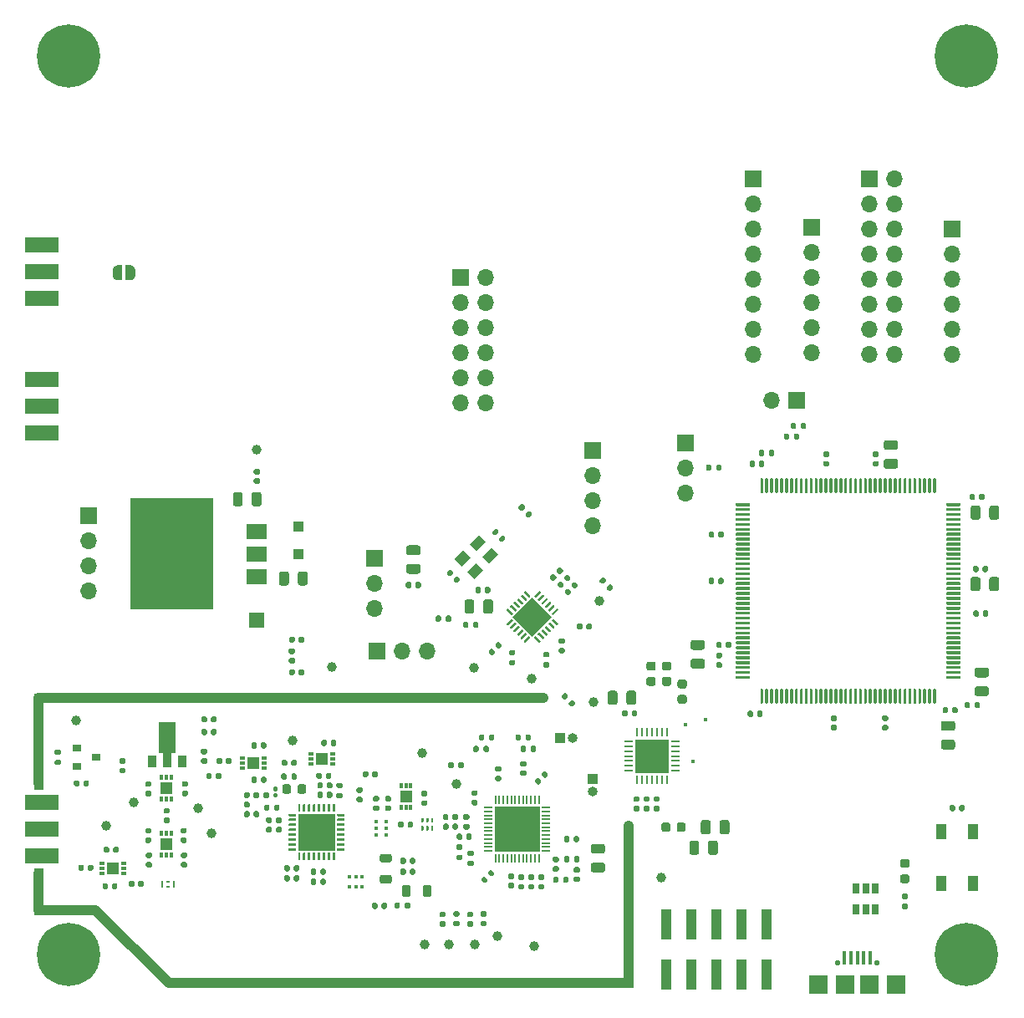
<source format=gts>
G04 #@! TF.GenerationSoftware,KiCad,Pcbnew,(5.1.8)-1*
G04 #@! TF.CreationDate,2021-09-06T17:51:37-03:00*
G04 #@! TF.ProjectId,Proyecto_Final,50726f79-6563-4746-9f5f-46696e616c2e,rev?*
G04 #@! TF.SameCoordinates,Original*
G04 #@! TF.FileFunction,Soldermask,Top*
G04 #@! TF.FilePolarity,Negative*
%FSLAX46Y46*%
G04 Gerber Fmt 4.6, Leading zero omitted, Abs format (unit mm)*
G04 Created by KiCad (PCBNEW (5.1.8)-1) date 2021-09-06 17:51:37*
%MOMM*%
%LPD*%
G01*
G04 APERTURE LIST*
%ADD10C,0.112000*%
%ADD11C,1.000000*%
%ADD12C,0.100000*%
%ADD13C,0.120000*%
%ADD14C,0.137000*%
%ADD15R,0.550000X0.300000*%
%ADD16R,1.200000X1.300000*%
%ADD17R,1.300000X1.200000*%
%ADD18R,0.300000X0.550000*%
%ADD19R,0.450000X0.245000*%
%ADD20R,0.275000X0.700000*%
%ADD21R,3.500000X1.500000*%
%ADD22O,1.700000X1.700000*%
%ADD23R,1.700000X1.700000*%
%ADD24C,0.550000*%
%ADD25R,1.900000X1.900000*%
%ADD26R,0.400000X1.350000*%
%ADD27C,1.000000*%
%ADD28R,1.000000X1.550000*%
%ADD29C,0.400000*%
%ADD30R,1.000000X3.150000*%
%ADD31C,6.400000*%
%ADD32C,0.800000*%
%ADD33R,2.000000X3.800000*%
%ADD34R,2.000000X1.500000*%
%ADD35C,0.150000*%
%ADD36R,0.812800X0.203200*%
%ADD37R,0.203200X0.812800*%
%ADD38R,4.597400X4.597400*%
%ADD39R,0.650000X1.060000*%
%ADD40R,0.900000X0.800000*%
%ADD41R,1.100000X1.100000*%
%ADD42R,0.330000X0.410000*%
%ADD43R,0.410000X0.330000*%
%ADD44R,1.500000X1.500000*%
%ADD45R,3.700000X3.700000*%
%ADD46R,0.960399X0.254800*%
%ADD47R,0.254800X0.960399*%
%ADD48R,3.352800X3.352800*%
%ADD49R,0.900000X1.300000*%
%ADD50O,1.000000X1.000000*%
%ADD51R,1.000000X1.000000*%
G04 APERTURE END LIST*
D10*
G36*
X71945500Y-137287000D02*
G01*
X71056500Y-137287000D01*
X71056500Y-136779000D01*
X71945500Y-136779000D01*
X71945500Y-137287000D01*
G37*
X71945500Y-137287000D02*
X71056500Y-137287000D01*
X71056500Y-136779000D01*
X71945500Y-136779000D01*
X71945500Y-137287000D01*
D11*
X71501000Y-140970000D02*
X71501000Y-137287000D01*
X84700000Y-148425600D02*
X131206800Y-148425600D01*
X77280000Y-141010000D02*
X84700000Y-148425600D01*
X71486800Y-140998800D02*
X77250000Y-141000000D01*
D12*
G36*
X89093600Y-110478000D02*
G01*
X80813200Y-110478000D01*
X80813200Y-99302000D01*
X89093600Y-99302000D01*
X89093600Y-110478000D01*
G37*
X89093600Y-110478000D02*
X80813200Y-110478000D01*
X80813200Y-99302000D01*
X89093600Y-99302000D01*
X89093600Y-110478000D01*
D11*
X71478700Y-128143000D02*
X71478700Y-119558500D01*
X71567600Y-119558500D02*
X122650500Y-119558500D01*
D10*
G36*
X71923200Y-128778000D02*
G01*
X71034200Y-128778000D01*
X71034200Y-128270000D01*
X71923200Y-128270000D01*
X71923200Y-128778000D01*
G37*
X71923200Y-128778000D02*
X71034200Y-128778000D01*
X71034200Y-128270000D01*
X71923200Y-128270000D01*
X71923200Y-128778000D01*
D11*
X131283000Y-132449000D02*
X131283000Y-148374800D01*
D10*
G36*
X71554900Y-141453300D02*
G01*
X71046900Y-141453300D01*
X71046900Y-140564300D01*
X71554900Y-140564300D01*
X71554900Y-141453300D01*
G37*
X71554900Y-141453300D02*
X71046900Y-141453300D01*
X71046900Y-140564300D01*
X71554900Y-140564300D01*
X71554900Y-141453300D01*
D13*
G36*
X71605700Y-119558500D02*
G01*
X71034200Y-119558500D01*
X71034200Y-119114000D01*
X71605700Y-119114000D01*
X71605700Y-119558500D01*
G37*
X71605700Y-119558500D02*
X71034200Y-119558500D01*
X71034200Y-119114000D01*
X71605700Y-119114000D01*
X71605700Y-119558500D01*
D14*
G36*
X131714800Y-148857400D02*
G01*
X130800400Y-148857400D01*
X130800400Y-148273200D01*
X131714800Y-148273200D01*
X131714800Y-148857400D01*
G37*
X131714800Y-148857400D02*
X130800400Y-148857400D01*
X130800400Y-148273200D01*
X131714800Y-148273200D01*
X131714800Y-148857400D01*
G36*
G01*
X110433500Y-132149000D02*
X110308500Y-132149000D01*
G75*
G02*
X110246000Y-132086500I0J62500D01*
G01*
X110246000Y-131761500D01*
G75*
G02*
X110308500Y-131699000I62500J0D01*
G01*
X110433500Y-131699000D01*
G75*
G02*
X110496000Y-131761500I0J-62500D01*
G01*
X110496000Y-132086500D01*
G75*
G02*
X110433500Y-132149000I-62500J0D01*
G01*
G37*
G36*
G01*
X110933500Y-132149000D02*
X110808500Y-132149000D01*
G75*
G02*
X110746000Y-132086500I0J62500D01*
G01*
X110746000Y-131761500D01*
G75*
G02*
X110808500Y-131699000I62500J0D01*
G01*
X110933500Y-131699000D01*
G75*
G02*
X110996000Y-131761500I0J-62500D01*
G01*
X110996000Y-132086500D01*
G75*
G02*
X110933500Y-132149000I-62500J0D01*
G01*
G37*
G36*
G01*
X111433500Y-132149000D02*
X111308500Y-132149000D01*
G75*
G02*
X111246000Y-132086500I0J62500D01*
G01*
X111246000Y-131761500D01*
G75*
G02*
X111308500Y-131699000I62500J0D01*
G01*
X111433500Y-131699000D01*
G75*
G02*
X111496000Y-131761500I0J-62500D01*
G01*
X111496000Y-132086500D01*
G75*
G02*
X111433500Y-132149000I-62500J0D01*
G01*
G37*
G36*
G01*
X111433500Y-132969000D02*
X111308500Y-132969000D01*
G75*
G02*
X111246000Y-132906500I0J62500D01*
G01*
X111246000Y-132581500D01*
G75*
G02*
X111308500Y-132519000I62500J0D01*
G01*
X111433500Y-132519000D01*
G75*
G02*
X111496000Y-132581500I0J-62500D01*
G01*
X111496000Y-132906500D01*
G75*
G02*
X111433500Y-132969000I-62500J0D01*
G01*
G37*
G36*
G01*
X110933500Y-132969000D02*
X110808500Y-132969000D01*
G75*
G02*
X110746000Y-132906500I0J62500D01*
G01*
X110746000Y-132581500D01*
G75*
G02*
X110808500Y-132519000I62500J0D01*
G01*
X110933500Y-132519000D01*
G75*
G02*
X110996000Y-132581500I0J-62500D01*
G01*
X110996000Y-132906500D01*
G75*
G02*
X110933500Y-132969000I-62500J0D01*
G01*
G37*
G36*
G01*
X110308500Y-132519000D02*
X110433500Y-132519000D01*
G75*
G02*
X110496000Y-132581500I0J-62500D01*
G01*
X110496000Y-132906500D01*
G75*
G02*
X110433500Y-132969000I-62500J0D01*
G01*
X110308500Y-132969000D01*
G75*
G02*
X110246000Y-132906500I0J62500D01*
G01*
X110246000Y-132581500D01*
G75*
G02*
X110308500Y-132519000I62500J0D01*
G01*
G37*
D15*
X80100000Y-137279000D03*
X80100000Y-136779000D03*
X80100000Y-136279000D03*
X77900000Y-136279000D03*
X77900000Y-136779000D03*
X77900000Y-137279000D03*
D16*
X79000000Y-136779000D03*
X100203000Y-125730000D03*
D15*
X99103000Y-126230000D03*
X99103000Y-125730000D03*
X99103000Y-125230000D03*
X101303000Y-125230000D03*
X101303000Y-125730000D03*
X101303000Y-126230000D03*
D16*
X93218000Y-126111000D03*
D15*
X94318000Y-125611000D03*
X94318000Y-126111000D03*
X94318000Y-126611000D03*
X92118000Y-126611000D03*
X92118000Y-126111000D03*
X92118000Y-125611000D03*
D17*
X84455000Y-128651000D03*
D18*
X84955000Y-129751000D03*
X84455000Y-129751000D03*
X83955000Y-129751000D03*
X83955000Y-127551000D03*
X84455000Y-127551000D03*
X84955000Y-127551000D03*
D17*
X84455000Y-134366000D03*
D18*
X83955000Y-133266000D03*
X84455000Y-133266000D03*
X84955000Y-133266000D03*
X84955000Y-135466000D03*
X84455000Y-135466000D03*
X83955000Y-135466000D03*
D17*
X108712000Y-129540000D03*
D18*
X109212000Y-130640000D03*
X108712000Y-130640000D03*
X108212000Y-130640000D03*
X108212000Y-128440000D03*
X108712000Y-128440000D03*
X109212000Y-128440000D03*
D19*
X84600000Y-138172000D03*
D20*
X85213000Y-138400000D03*
D19*
X84600000Y-138628000D03*
D20*
X83987000Y-138400000D03*
G36*
G01*
X112750000Y-111685000D02*
X112750000Y-111315000D01*
G75*
G02*
X112885000Y-111180000I135000J0D01*
G01*
X113155000Y-111180000D01*
G75*
G02*
X113290000Y-111315000I0J-135000D01*
G01*
X113290000Y-111685000D01*
G75*
G02*
X113155000Y-111820000I-135000J0D01*
G01*
X112885000Y-111820000D01*
G75*
G02*
X112750000Y-111685000I0J135000D01*
G01*
G37*
G36*
G01*
X111730000Y-111685000D02*
X111730000Y-111315000D01*
G75*
G02*
X111865000Y-111180000I135000J0D01*
G01*
X112135000Y-111180000D01*
G75*
G02*
X112270000Y-111315000I0J-135000D01*
G01*
X112270000Y-111685000D01*
G75*
G02*
X112135000Y-111820000I-135000J0D01*
G01*
X111865000Y-111820000D01*
G75*
G02*
X111730000Y-111685000I0J135000D01*
G01*
G37*
D21*
X71850000Y-92700000D03*
X71850000Y-87300000D03*
X71850000Y-90000000D03*
D22*
X105500000Y-110500001D03*
X105500000Y-107960001D03*
D23*
X105500000Y-105420001D03*
D24*
X156425000Y-146400000D03*
X152425000Y-146400000D03*
D25*
X158375000Y-148550000D03*
X155625000Y-148550000D03*
X153225000Y-148550000D03*
X150475000Y-148550000D03*
D26*
X155725000Y-145875000D03*
X155075000Y-145875000D03*
X154425000Y-145875000D03*
X153775000Y-145875000D03*
X153125000Y-145875000D03*
D27*
X118011500Y-143625000D03*
X134610400Y-137706800D03*
X113833200Y-128258000D03*
X110363000Y-125095000D03*
X88992000Y-133274500D03*
X78387500Y-132484000D03*
X81130700Y-130099500D03*
X75339500Y-121781000D03*
X97247000Y-123813000D03*
X87671200Y-130734500D03*
X115611200Y-116472400D03*
X121453200Y-117539200D03*
X127701600Y-119977600D03*
X128270000Y-109728000D03*
X93614800Y-94374400D03*
X101184000Y-116370800D03*
X110582000Y-144463200D03*
X115662000Y-144514000D03*
X113058500Y-144514000D03*
X121707200Y-144666400D03*
D23*
X76546000Y-101080000D03*
D22*
X76546000Y-103620000D03*
X76546000Y-106160000D03*
X76546000Y-108700000D03*
D23*
X127600000Y-94476000D03*
D22*
X127600000Y-97016000D03*
X127600000Y-99556000D03*
X127600000Y-102096000D03*
D23*
X114265000Y-76950000D03*
D22*
X116805000Y-76950000D03*
X114265000Y-79490000D03*
X116805000Y-79490000D03*
X114265000Y-82030000D03*
X116805000Y-82030000D03*
X114265000Y-84570000D03*
X116805000Y-84570000D03*
X114265000Y-87110000D03*
X116805000Y-87110000D03*
X114265000Y-89650000D03*
X116805000Y-89650000D03*
D23*
X143856000Y-66917000D03*
D22*
X143856000Y-69457000D03*
X143856000Y-71997000D03*
X143856000Y-74537000D03*
X143856000Y-77077000D03*
X143856000Y-79617000D03*
X143856000Y-82157000D03*
X143856000Y-84697000D03*
D23*
X149825000Y-71870000D03*
D22*
X149825000Y-74410000D03*
X149825000Y-76950000D03*
X149825000Y-79490000D03*
X149825000Y-82030000D03*
X149825000Y-84570000D03*
D23*
X148275600Y-89345200D03*
D22*
X145735600Y-89345200D03*
D28*
X166123100Y-138347800D03*
X166123100Y-133097800D03*
X162923100Y-133097800D03*
X162923100Y-138347800D03*
D23*
X164049000Y-71997000D03*
D22*
X164049000Y-74537000D03*
X164049000Y-77077000D03*
X164049000Y-79617000D03*
X164049000Y-82157000D03*
X164049000Y-84697000D03*
D23*
X155667000Y-66917000D03*
D22*
X158207000Y-66917000D03*
X155667000Y-69457000D03*
X158207000Y-69457000D03*
X155667000Y-71997000D03*
X158207000Y-71997000D03*
X155667000Y-74537000D03*
X158207000Y-74537000D03*
X155667000Y-77077000D03*
X158207000Y-77077000D03*
X155667000Y-79617000D03*
X158207000Y-79617000D03*
X155667000Y-82157000D03*
X158207000Y-82157000D03*
X155667000Y-84697000D03*
X158207000Y-84697000D03*
D29*
X137760000Y-125921200D03*
X139030000Y-121704800D03*
X136998000Y-122238200D03*
D30*
X135067600Y-147547000D03*
X135067600Y-142497000D03*
X137607600Y-147547000D03*
X137607600Y-142497000D03*
X140147600Y-147547000D03*
X140147600Y-142497000D03*
X142687600Y-147547000D03*
X142687600Y-142497000D03*
X145227600Y-147547000D03*
X145227600Y-142497000D03*
G36*
G01*
X115070600Y-134996400D02*
X115440600Y-134996400D01*
G75*
G02*
X115575600Y-135131400I0J-135000D01*
G01*
X115575600Y-135401400D01*
G75*
G02*
X115440600Y-135536400I-135000J0D01*
G01*
X115070600Y-135536400D01*
G75*
G02*
X114935600Y-135401400I0J135000D01*
G01*
X114935600Y-135131400D01*
G75*
G02*
X115070600Y-134996400I135000J0D01*
G01*
G37*
G36*
G01*
X115070600Y-136016400D02*
X115440600Y-136016400D01*
G75*
G02*
X115575600Y-136151400I0J-135000D01*
G01*
X115575600Y-136421400D01*
G75*
G02*
X115440600Y-136556400I-135000J0D01*
G01*
X115070600Y-136556400D01*
G75*
G02*
X114935600Y-136421400I0J135000D01*
G01*
X114935600Y-136151400D01*
G75*
G02*
X115070600Y-136016400I135000J0D01*
G01*
G37*
G36*
G01*
X113953000Y-134386800D02*
X114323000Y-134386800D01*
G75*
G02*
X114458000Y-134521800I0J-135000D01*
G01*
X114458000Y-134791800D01*
G75*
G02*
X114323000Y-134926800I-135000J0D01*
G01*
X113953000Y-134926800D01*
G75*
G02*
X113818000Y-134791800I0J135000D01*
G01*
X113818000Y-134521800D01*
G75*
G02*
X113953000Y-134386800I135000J0D01*
G01*
G37*
G36*
G01*
X113953000Y-135406800D02*
X114323000Y-135406800D01*
G75*
G02*
X114458000Y-135541800I0J-135000D01*
G01*
X114458000Y-135811800D01*
G75*
G02*
X114323000Y-135946800I-135000J0D01*
G01*
X113953000Y-135946800D01*
G75*
G02*
X113818000Y-135811800I0J135000D01*
G01*
X113818000Y-135541800D01*
G75*
G02*
X113953000Y-135406800I135000J0D01*
G01*
G37*
D23*
X105806800Y-114745200D03*
D22*
X108346800Y-114745200D03*
X110886800Y-114745200D03*
D23*
X137036100Y-93663200D03*
D22*
X137036100Y-96203200D03*
X137036100Y-98743200D03*
D31*
X165500000Y-54500000D03*
D32*
X167900000Y-54500000D03*
X167197056Y-56197056D03*
X165500000Y-56900000D03*
X163802944Y-56197056D03*
X163100000Y-54500000D03*
X163802944Y-52802944D03*
X165500000Y-52100000D03*
X167197056Y-52802944D03*
D31*
X74500000Y-54500000D03*
D32*
X76900000Y-54500000D03*
X76197056Y-56197056D03*
X74500000Y-56900000D03*
X72802944Y-56197056D03*
X72100000Y-54500000D03*
X72802944Y-52802944D03*
X74500000Y-52100000D03*
X76197056Y-52802944D03*
D31*
X165500000Y-145500000D03*
D32*
X167900000Y-145500000D03*
X167197056Y-147197056D03*
X165500000Y-147900000D03*
X163802944Y-147197056D03*
X163100000Y-145500000D03*
X163802944Y-143802944D03*
X165500000Y-143100000D03*
X167197056Y-143802944D03*
D31*
X74500000Y-145500000D03*
D32*
X76900000Y-145500000D03*
X76197056Y-147197056D03*
X74500000Y-147900000D03*
X72802944Y-147197056D03*
X72100000Y-145500000D03*
X72802944Y-143802944D03*
X74500000Y-143100000D03*
X76197056Y-143802944D03*
D33*
X87314800Y-104940800D03*
D34*
X93614800Y-104940800D03*
X93614800Y-102640800D03*
X93614800Y-107240800D03*
D35*
G36*
X80302000Y-75704000D02*
G01*
X80802000Y-75704000D01*
X80802000Y-75704602D01*
X80826534Y-75704602D01*
X80875365Y-75709412D01*
X80923490Y-75718984D01*
X80970445Y-75733228D01*
X81015778Y-75752005D01*
X81059051Y-75775136D01*
X81099850Y-75802396D01*
X81137779Y-75833524D01*
X81172476Y-75868221D01*
X81203604Y-75906150D01*
X81230864Y-75946949D01*
X81253995Y-75990222D01*
X81272772Y-76035555D01*
X81287016Y-76082510D01*
X81296588Y-76130635D01*
X81301398Y-76179466D01*
X81301398Y-76204000D01*
X81302000Y-76204000D01*
X81302000Y-76704000D01*
X81301398Y-76704000D01*
X81301398Y-76728534D01*
X81296588Y-76777365D01*
X81287016Y-76825490D01*
X81272772Y-76872445D01*
X81253995Y-76917778D01*
X81230864Y-76961051D01*
X81203604Y-77001850D01*
X81172476Y-77039779D01*
X81137779Y-77074476D01*
X81099850Y-77105604D01*
X81059051Y-77132864D01*
X81015778Y-77155995D01*
X80970445Y-77174772D01*
X80923490Y-77189016D01*
X80875365Y-77198588D01*
X80826534Y-77203398D01*
X80802000Y-77203398D01*
X80802000Y-77204000D01*
X80302000Y-77204000D01*
X80302000Y-75704000D01*
G37*
G36*
X79502000Y-77203398D02*
G01*
X79477466Y-77203398D01*
X79428635Y-77198588D01*
X79380510Y-77189016D01*
X79333555Y-77174772D01*
X79288222Y-77155995D01*
X79244949Y-77132864D01*
X79204150Y-77105604D01*
X79166221Y-77074476D01*
X79131524Y-77039779D01*
X79100396Y-77001850D01*
X79073136Y-76961051D01*
X79050005Y-76917778D01*
X79031228Y-76872445D01*
X79016984Y-76825490D01*
X79007412Y-76777365D01*
X79002602Y-76728534D01*
X79002602Y-76704000D01*
X79002000Y-76704000D01*
X79002000Y-76204000D01*
X79002602Y-76204000D01*
X79002602Y-76179466D01*
X79007412Y-76130635D01*
X79016984Y-76082510D01*
X79031228Y-76035555D01*
X79050005Y-75990222D01*
X79073136Y-75946949D01*
X79100396Y-75906150D01*
X79131524Y-75868221D01*
X79166221Y-75833524D01*
X79204150Y-75802396D01*
X79244949Y-75775136D01*
X79288222Y-75752005D01*
X79333555Y-75733228D01*
X79380510Y-75718984D01*
X79428635Y-75709412D01*
X79477466Y-75704602D01*
X79502000Y-75704602D01*
X79502000Y-75704000D01*
X80002000Y-75704000D01*
X80002000Y-77204000D01*
X79502000Y-77204000D01*
X79502000Y-77203398D01*
G37*
D21*
X71820000Y-76350000D03*
X71820000Y-73650000D03*
X71820000Y-79050000D03*
D36*
X117033600Y-130629999D03*
X117033600Y-131030001D03*
X117033600Y-131430000D03*
X117033600Y-131829999D03*
X117033600Y-132230001D03*
X117033600Y-132630000D03*
X117033600Y-133030000D03*
X117033600Y-133429999D03*
X117033600Y-133830001D03*
X117033600Y-134230000D03*
X117033600Y-134629999D03*
X117033600Y-135030001D03*
D37*
X117779999Y-135776400D03*
X118180001Y-135776400D03*
X118580000Y-135776400D03*
X118979999Y-135776400D03*
X119380001Y-135776400D03*
X119780000Y-135776400D03*
X120180000Y-135776400D03*
X120579999Y-135776400D03*
X120980001Y-135776400D03*
X121380000Y-135776400D03*
X121779999Y-135776400D03*
X122180001Y-135776400D03*
D36*
X122926400Y-135030001D03*
X122926400Y-134629999D03*
X122926400Y-134230000D03*
X122926400Y-133830001D03*
X122926400Y-133429999D03*
X122926400Y-133030000D03*
X122926400Y-132630000D03*
X122926400Y-132230001D03*
X122926400Y-131829999D03*
X122926400Y-131430000D03*
X122926400Y-131030001D03*
X122926400Y-130629999D03*
D37*
X122180001Y-129883600D03*
X121779999Y-129883600D03*
X121380000Y-129883600D03*
X120980001Y-129883600D03*
X120579999Y-129883600D03*
X120180000Y-129883600D03*
X119780000Y-129883600D03*
X119380001Y-129883600D03*
X118979999Y-129883600D03*
X118580000Y-129883600D03*
X118180001Y-129883600D03*
X117779999Y-129883600D03*
D38*
X119980000Y-132830000D03*
D39*
X154336000Y-140991200D03*
X155286000Y-140991200D03*
X156236000Y-140991200D03*
X156236000Y-138791200D03*
X154336000Y-138791200D03*
X155286000Y-138791200D03*
D40*
X75371500Y-124577500D03*
X75371500Y-126477500D03*
X77371500Y-125527500D03*
D41*
X97831200Y-102197599D03*
X97831200Y-104997599D03*
G36*
G01*
X137039398Y-132376798D02*
X137039398Y-132876798D01*
G75*
G02*
X136814398Y-133101798I-225000J0D01*
G01*
X136364398Y-133101798D01*
G75*
G02*
X136139398Y-132876798I0J225000D01*
G01*
X136139398Y-132376798D01*
G75*
G02*
X136364398Y-132151798I225000J0D01*
G01*
X136814398Y-132151798D01*
G75*
G02*
X137039398Y-132376798I0J-225000D01*
G01*
G37*
G36*
G01*
X135489398Y-132376798D02*
X135489398Y-132876798D01*
G75*
G02*
X135264398Y-133101798I-225000J0D01*
G01*
X134814398Y-133101798D01*
G75*
G02*
X134589398Y-132876798I0J225000D01*
G01*
X134589398Y-132376798D01*
G75*
G02*
X134814398Y-132151798I225000J0D01*
G01*
X135264398Y-132151798D01*
G75*
G02*
X135489398Y-132376798I0J-225000D01*
G01*
G37*
G36*
G01*
X88013500Y-123157500D02*
X88013500Y-122817500D01*
G75*
G02*
X88153500Y-122677500I140000J0D01*
G01*
X88433500Y-122677500D01*
G75*
G02*
X88573500Y-122817500I0J-140000D01*
G01*
X88573500Y-123157500D01*
G75*
G02*
X88433500Y-123297500I-140000J0D01*
G01*
X88153500Y-123297500D01*
G75*
G02*
X88013500Y-123157500I0J140000D01*
G01*
G37*
G36*
G01*
X88973500Y-123157500D02*
X88973500Y-122817500D01*
G75*
G02*
X89113500Y-122677500I140000J0D01*
G01*
X89393500Y-122677500D01*
G75*
G02*
X89533500Y-122817500I0J-140000D01*
G01*
X89533500Y-123157500D01*
G75*
G02*
X89393500Y-123297500I-140000J0D01*
G01*
X89113500Y-123297500D01*
G75*
G02*
X88973500Y-123157500I0J140000D01*
G01*
G37*
G36*
G01*
X98627000Y-128516000D02*
X98627000Y-129016000D01*
G75*
G02*
X98402000Y-129241000I-225000J0D01*
G01*
X97952000Y-129241000D01*
G75*
G02*
X97727000Y-129016000I0J225000D01*
G01*
X97727000Y-128516000D01*
G75*
G02*
X97952000Y-128291000I225000J0D01*
G01*
X98402000Y-128291000D01*
G75*
G02*
X98627000Y-128516000I0J-225000D01*
G01*
G37*
G36*
G01*
X97077000Y-128516000D02*
X97077000Y-129016000D01*
G75*
G02*
X96852000Y-129241000I-225000J0D01*
G01*
X96402000Y-129241000D01*
G75*
G02*
X96177000Y-129016000I0J225000D01*
G01*
X96177000Y-128516000D01*
G75*
G02*
X96402000Y-128291000I225000J0D01*
G01*
X96852000Y-128291000D01*
G75*
G02*
X97077000Y-128516000I0J-225000D01*
G01*
G37*
G36*
G01*
X108320000Y-139459650D02*
X108320000Y-138697150D01*
G75*
G02*
X108538750Y-138478400I218750J0D01*
G01*
X108976250Y-138478400D01*
G75*
G02*
X109195000Y-138697150I0J-218750D01*
G01*
X109195000Y-139459650D01*
G75*
G02*
X108976250Y-139678400I-218750J0D01*
G01*
X108538750Y-139678400D01*
G75*
G02*
X108320000Y-139459650I0J218750D01*
G01*
G37*
G36*
G01*
X110445000Y-139459650D02*
X110445000Y-138697150D01*
G75*
G02*
X110663750Y-138478400I218750J0D01*
G01*
X111101250Y-138478400D01*
G75*
G02*
X111320000Y-138697150I0J-218750D01*
G01*
X111320000Y-139459650D01*
G75*
G02*
X111101250Y-139678400I-218750J0D01*
G01*
X110663750Y-139678400D01*
G75*
G02*
X110445000Y-139459650I0J218750D01*
G01*
G37*
G36*
G01*
X107051650Y-138338900D02*
X106289150Y-138338900D01*
G75*
G02*
X106070400Y-138120150I0J218750D01*
G01*
X106070400Y-137682650D01*
G75*
G02*
X106289150Y-137463900I218750J0D01*
G01*
X107051650Y-137463900D01*
G75*
G02*
X107270400Y-137682650I0J-218750D01*
G01*
X107270400Y-138120150D01*
G75*
G02*
X107051650Y-138338900I-218750J0D01*
G01*
G37*
G36*
G01*
X107051650Y-136213900D02*
X106289150Y-136213900D01*
G75*
G02*
X106070400Y-135995150I0J218750D01*
G01*
X106070400Y-135557650D01*
G75*
G02*
X106289150Y-135338900I218750J0D01*
G01*
X107051650Y-135338900D01*
G75*
G02*
X107270400Y-135557650I0J-218750D01*
G01*
X107270400Y-135995150D01*
G75*
G02*
X107051650Y-136213900I-218750J0D01*
G01*
G37*
G36*
G01*
X109939400Y-106964800D02*
X108989400Y-106964800D01*
G75*
G02*
X108739400Y-106714800I0J250000D01*
G01*
X108739400Y-106214800D01*
G75*
G02*
X108989400Y-105964800I250000J0D01*
G01*
X109939400Y-105964800D01*
G75*
G02*
X110189400Y-106214800I0J-250000D01*
G01*
X110189400Y-106714800D01*
G75*
G02*
X109939400Y-106964800I-250000J0D01*
G01*
G37*
G36*
G01*
X109939400Y-105064800D02*
X108989400Y-105064800D01*
G75*
G02*
X108739400Y-104814800I0J250000D01*
G01*
X108739400Y-104314800D01*
G75*
G02*
X108989400Y-104064800I250000J0D01*
G01*
X109939400Y-104064800D01*
G75*
G02*
X110189400Y-104314800I0J-250000D01*
G01*
X110189400Y-104814800D01*
G75*
G02*
X109939400Y-105064800I-250000J0D01*
G01*
G37*
G36*
G01*
X98757999Y-106955000D02*
X98757999Y-107905000D01*
G75*
G02*
X98507999Y-108155000I-250000J0D01*
G01*
X98007999Y-108155000D01*
G75*
G02*
X97757999Y-107905000I0J250000D01*
G01*
X97757999Y-106955000D01*
G75*
G02*
X98007999Y-106705000I250000J0D01*
G01*
X98507999Y-106705000D01*
G75*
G02*
X98757999Y-106955000I0J-250000D01*
G01*
G37*
G36*
G01*
X96857999Y-106955000D02*
X96857999Y-107905000D01*
G75*
G02*
X96607999Y-108155000I-250000J0D01*
G01*
X96107999Y-108155000D01*
G75*
G02*
X95857999Y-107905000I0J250000D01*
G01*
X95857999Y-106955000D01*
G75*
G02*
X96107999Y-106705000I250000J0D01*
G01*
X96607999Y-106705000D01*
G75*
G02*
X96857999Y-106955000I0J-250000D01*
G01*
G37*
G36*
G01*
X94084399Y-98928600D02*
X94084399Y-99878600D01*
G75*
G02*
X93834399Y-100128600I-250000J0D01*
G01*
X93334399Y-100128600D01*
G75*
G02*
X93084399Y-99878600I0J250000D01*
G01*
X93084399Y-98928600D01*
G75*
G02*
X93334399Y-98678600I250000J0D01*
G01*
X93834399Y-98678600D01*
G75*
G02*
X94084399Y-98928600I0J-250000D01*
G01*
G37*
G36*
G01*
X92184399Y-98928600D02*
X92184399Y-99878600D01*
G75*
G02*
X91934399Y-100128600I-250000J0D01*
G01*
X91434399Y-100128600D01*
G75*
G02*
X91184399Y-99878600I0J250000D01*
G01*
X91184399Y-98928600D01*
G75*
G02*
X91434399Y-98678600I250000J0D01*
G01*
X91934399Y-98678600D01*
G75*
G02*
X92184399Y-98928600I0J-250000D01*
G01*
G37*
G36*
G01*
X102181800Y-129698400D02*
X101811800Y-129698400D01*
G75*
G02*
X101676800Y-129563400I0J135000D01*
G01*
X101676800Y-129293400D01*
G75*
G02*
X101811800Y-129158400I135000J0D01*
G01*
X102181800Y-129158400D01*
G75*
G02*
X102316800Y-129293400I0J-135000D01*
G01*
X102316800Y-129563400D01*
G75*
G02*
X102181800Y-129698400I-135000J0D01*
G01*
G37*
G36*
G01*
X102181800Y-128678400D02*
X101811800Y-128678400D01*
G75*
G02*
X101676800Y-128543400I0J135000D01*
G01*
X101676800Y-128273400D01*
G75*
G02*
X101811800Y-128138400I135000J0D01*
G01*
X102181800Y-128138400D01*
G75*
G02*
X102316800Y-128273400I0J-135000D01*
G01*
X102316800Y-128543400D01*
G75*
G02*
X102181800Y-128678400I-135000J0D01*
G01*
G37*
G36*
G01*
X117257600Y-108428400D02*
X117257600Y-108768400D01*
G75*
G02*
X117117600Y-108908400I-140000J0D01*
G01*
X116837600Y-108908400D01*
G75*
G02*
X116697600Y-108768400I0J140000D01*
G01*
X116697600Y-108428400D01*
G75*
G02*
X116837600Y-108288400I140000J0D01*
G01*
X117117600Y-108288400D01*
G75*
G02*
X117257600Y-108428400I0J-140000D01*
G01*
G37*
G36*
G01*
X116297600Y-108428400D02*
X116297600Y-108768400D01*
G75*
G02*
X116157600Y-108908400I-140000J0D01*
G01*
X115877600Y-108908400D01*
G75*
G02*
X115737600Y-108768400I0J140000D01*
G01*
X115737600Y-108428400D01*
G75*
G02*
X115877600Y-108288400I140000J0D01*
G01*
X116157600Y-108288400D01*
G75*
G02*
X116297600Y-108428400I0J-140000D01*
G01*
G37*
G36*
G01*
X117663200Y-123348600D02*
X117663200Y-123718600D01*
G75*
G02*
X117528200Y-123853600I-135000J0D01*
G01*
X117258200Y-123853600D01*
G75*
G02*
X117123200Y-123718600I0J135000D01*
G01*
X117123200Y-123348600D01*
G75*
G02*
X117258200Y-123213600I135000J0D01*
G01*
X117528200Y-123213600D01*
G75*
G02*
X117663200Y-123348600I0J-135000D01*
G01*
G37*
G36*
G01*
X116643200Y-123348600D02*
X116643200Y-123718600D01*
G75*
G02*
X116508200Y-123853600I-135000J0D01*
G01*
X116238200Y-123853600D01*
G75*
G02*
X116103200Y-123718600I0J135000D01*
G01*
X116103200Y-123348600D01*
G75*
G02*
X116238200Y-123213600I135000J0D01*
G01*
X116508200Y-123213600D01*
G75*
G02*
X116643200Y-123348600I0J-135000D01*
G01*
G37*
G36*
G01*
X114560400Y-126142600D02*
X114560400Y-126512600D01*
G75*
G02*
X114425400Y-126647600I-135000J0D01*
G01*
X114155400Y-126647600D01*
G75*
G02*
X114020400Y-126512600I0J135000D01*
G01*
X114020400Y-126142600D01*
G75*
G02*
X114155400Y-126007600I135000J0D01*
G01*
X114425400Y-126007600D01*
G75*
G02*
X114560400Y-126142600I0J-135000D01*
G01*
G37*
G36*
G01*
X113540400Y-126142600D02*
X113540400Y-126512600D01*
G75*
G02*
X113405400Y-126647600I-135000J0D01*
G01*
X113135400Y-126647600D01*
G75*
G02*
X113000400Y-126512600I0J135000D01*
G01*
X113000400Y-126142600D01*
G75*
G02*
X113135400Y-126007600I135000J0D01*
G01*
X113405400Y-126007600D01*
G75*
G02*
X113540400Y-126142600I0J-135000D01*
G01*
G37*
G36*
G01*
X93787300Y-97869800D02*
X93442300Y-97869800D01*
G75*
G02*
X93294800Y-97722300I0J147500D01*
G01*
X93294800Y-97427300D01*
G75*
G02*
X93442300Y-97279800I147500J0D01*
G01*
X93787300Y-97279800D01*
G75*
G02*
X93934800Y-97427300I0J-147500D01*
G01*
X93934800Y-97722300D01*
G75*
G02*
X93787300Y-97869800I-147500J0D01*
G01*
G37*
G36*
G01*
X93787300Y-96899800D02*
X93442300Y-96899800D01*
G75*
G02*
X93294800Y-96752300I0J147500D01*
G01*
X93294800Y-96457300D01*
G75*
G02*
X93442300Y-96309800I147500J0D01*
G01*
X93787300Y-96309800D01*
G75*
G02*
X93934800Y-96457300I0J-147500D01*
G01*
X93934800Y-96752300D01*
G75*
G02*
X93787300Y-96899800I-147500J0D01*
G01*
G37*
G36*
G01*
X110244400Y-107917900D02*
X110244400Y-108262900D01*
G75*
G02*
X110096900Y-108410400I-147500J0D01*
G01*
X109801900Y-108410400D01*
G75*
G02*
X109654400Y-108262900I0J147500D01*
G01*
X109654400Y-107917900D01*
G75*
G02*
X109801900Y-107770400I147500J0D01*
G01*
X110096900Y-107770400D01*
G75*
G02*
X110244400Y-107917900I0J-147500D01*
G01*
G37*
G36*
G01*
X109274400Y-107917900D02*
X109274400Y-108262900D01*
G75*
G02*
X109126900Y-108410400I-147500J0D01*
G01*
X108831900Y-108410400D01*
G75*
G02*
X108684400Y-108262900I0J147500D01*
G01*
X108684400Y-107917900D01*
G75*
G02*
X108831900Y-107770400I147500J0D01*
G01*
X109126900Y-107770400D01*
G75*
G02*
X109274400Y-107917900I0J-147500D01*
G01*
G37*
G36*
G01*
X73644901Y-126332899D02*
X73274901Y-126332899D01*
G75*
G02*
X73139901Y-126197899I0J135000D01*
G01*
X73139901Y-125927899D01*
G75*
G02*
X73274901Y-125792899I135000J0D01*
G01*
X73644901Y-125792899D01*
G75*
G02*
X73779901Y-125927899I0J-135000D01*
G01*
X73779901Y-126197899D01*
G75*
G02*
X73644901Y-126332899I-135000J0D01*
G01*
G37*
G36*
G01*
X73644901Y-125312899D02*
X73274901Y-125312899D01*
G75*
G02*
X73139901Y-125177899I0J135000D01*
G01*
X73139901Y-124907899D01*
G75*
G02*
X73274901Y-124772899I135000J0D01*
G01*
X73644901Y-124772899D01*
G75*
G02*
X73779901Y-124907899I0J-135000D01*
G01*
X73779901Y-125177899D01*
G75*
G02*
X73644901Y-125312899I-135000J0D01*
G01*
G37*
G36*
G01*
X96998300Y-114501000D02*
X97343300Y-114501000D01*
G75*
G02*
X97490800Y-114648500I0J-147500D01*
G01*
X97490800Y-114943500D01*
G75*
G02*
X97343300Y-115091000I-147500J0D01*
G01*
X96998300Y-115091000D01*
G75*
G02*
X96850800Y-114943500I0J147500D01*
G01*
X96850800Y-114648500D01*
G75*
G02*
X96998300Y-114501000I147500J0D01*
G01*
G37*
G36*
G01*
X96998300Y-115471000D02*
X97343300Y-115471000D01*
G75*
G02*
X97490800Y-115618500I0J-147500D01*
G01*
X97490800Y-115913500D01*
G75*
G02*
X97343300Y-116061000I-147500J0D01*
G01*
X96998300Y-116061000D01*
G75*
G02*
X96850800Y-115913500I0J147500D01*
G01*
X96850800Y-115618500D01*
G75*
G02*
X96998300Y-115471000I147500J0D01*
G01*
G37*
G36*
G01*
X159504650Y-138296900D02*
X158992150Y-138296900D01*
G75*
G02*
X158773400Y-138078150I0J218750D01*
G01*
X158773400Y-137640650D01*
G75*
G02*
X158992150Y-137421900I218750J0D01*
G01*
X159504650Y-137421900D01*
G75*
G02*
X159723400Y-137640650I0J-218750D01*
G01*
X159723400Y-138078150D01*
G75*
G02*
X159504650Y-138296900I-218750J0D01*
G01*
G37*
G36*
G01*
X159504650Y-136721900D02*
X158992150Y-136721900D01*
G75*
G02*
X158773400Y-136503150I0J218750D01*
G01*
X158773400Y-136065650D01*
G75*
G02*
X158992150Y-135846900I218750J0D01*
G01*
X159504650Y-135846900D01*
G75*
G02*
X159723400Y-136065650I0J-218750D01*
G01*
X159723400Y-136503150D01*
G75*
G02*
X159504650Y-136721900I-218750J0D01*
G01*
G37*
D21*
X71872400Y-132804600D03*
X71872400Y-130104600D03*
X71872400Y-135504600D03*
G36*
G01*
X114651300Y-131311000D02*
X114996300Y-131311000D01*
G75*
G02*
X115143800Y-131458500I0J-147500D01*
G01*
X115143800Y-131753500D01*
G75*
G02*
X114996300Y-131901000I-147500J0D01*
G01*
X114651300Y-131901000D01*
G75*
G02*
X114503800Y-131753500I0J147500D01*
G01*
X114503800Y-131458500D01*
G75*
G02*
X114651300Y-131311000I147500J0D01*
G01*
G37*
G36*
G01*
X114651300Y-132281000D02*
X114996300Y-132281000D01*
G75*
G02*
X115143800Y-132428500I0J-147500D01*
G01*
X115143800Y-132723500D01*
G75*
G02*
X114996300Y-132871000I-147500J0D01*
G01*
X114651300Y-132871000D01*
G75*
G02*
X114503800Y-132723500I0J147500D01*
G01*
X114503800Y-132428500D01*
G75*
G02*
X114651300Y-132281000I147500J0D01*
G01*
G37*
G36*
G01*
X109128800Y-140366600D02*
X109128800Y-140736600D01*
G75*
G02*
X108993800Y-140871600I-135000J0D01*
G01*
X108723800Y-140871600D01*
G75*
G02*
X108588800Y-140736600I0J135000D01*
G01*
X108588800Y-140366600D01*
G75*
G02*
X108723800Y-140231600I135000J0D01*
G01*
X108993800Y-140231600D01*
G75*
G02*
X109128800Y-140366600I0J-135000D01*
G01*
G37*
G36*
G01*
X108108800Y-140366600D02*
X108108800Y-140736600D01*
G75*
G02*
X107973800Y-140871600I-135000J0D01*
G01*
X107703800Y-140871600D01*
G75*
G02*
X107568800Y-140736600I0J135000D01*
G01*
X107568800Y-140366600D01*
G75*
G02*
X107703800Y-140231600I135000J0D01*
G01*
X107973800Y-140231600D01*
G75*
G02*
X108108800Y-140366600I0J-135000D01*
G01*
G37*
G36*
G01*
X88108300Y-124656200D02*
X88453300Y-124656200D01*
G75*
G02*
X88600800Y-124803700I0J-147500D01*
G01*
X88600800Y-125098700D01*
G75*
G02*
X88453300Y-125246200I-147500J0D01*
G01*
X88108300Y-125246200D01*
G75*
G02*
X87960800Y-125098700I0J147500D01*
G01*
X87960800Y-124803700D01*
G75*
G02*
X88108300Y-124656200I147500J0D01*
G01*
G37*
G36*
G01*
X88108300Y-125626200D02*
X88453300Y-125626200D01*
G75*
G02*
X88600800Y-125773700I0J-147500D01*
G01*
X88600800Y-126068700D01*
G75*
G02*
X88453300Y-126216200I-147500J0D01*
G01*
X88108300Y-126216200D01*
G75*
G02*
X87960800Y-126068700I0J147500D01*
G01*
X87960800Y-125773700D01*
G75*
G02*
X88108300Y-125626200I147500J0D01*
G01*
G37*
G36*
G01*
X97646000Y-127311000D02*
X97646000Y-127681000D01*
G75*
G02*
X97511000Y-127816000I-135000J0D01*
G01*
X97241000Y-127816000D01*
G75*
G02*
X97106000Y-127681000I0J135000D01*
G01*
X97106000Y-127311000D01*
G75*
G02*
X97241000Y-127176000I135000J0D01*
G01*
X97511000Y-127176000D01*
G75*
G02*
X97646000Y-127311000I0J-135000D01*
G01*
G37*
G36*
G01*
X96626000Y-127311000D02*
X96626000Y-127681000D01*
G75*
G02*
X96491000Y-127816000I-135000J0D01*
G01*
X96221000Y-127816000D01*
G75*
G02*
X96086000Y-127681000I0J135000D01*
G01*
X96086000Y-127311000D01*
G75*
G02*
X96221000Y-127176000I135000J0D01*
G01*
X96491000Y-127176000D01*
G75*
G02*
X96626000Y-127311000I0J-135000D01*
G01*
G37*
G36*
G01*
X95916800Y-130460600D02*
X95916800Y-130830600D01*
G75*
G02*
X95781800Y-130965600I-135000J0D01*
G01*
X95511800Y-130965600D01*
G75*
G02*
X95376800Y-130830600I0J135000D01*
G01*
X95376800Y-130460600D01*
G75*
G02*
X95511800Y-130325600I135000J0D01*
G01*
X95781800Y-130325600D01*
G75*
G02*
X95916800Y-130460600I0J-135000D01*
G01*
G37*
G36*
G01*
X94896800Y-130460600D02*
X94896800Y-130830600D01*
G75*
G02*
X94761800Y-130965600I-135000J0D01*
G01*
X94491800Y-130965600D01*
G75*
G02*
X94356800Y-130830600I0J135000D01*
G01*
X94356800Y-130460600D01*
G75*
G02*
X94491800Y-130325600I135000J0D01*
G01*
X94761800Y-130325600D01*
G75*
G02*
X94896800Y-130460600I0J-135000D01*
G01*
G37*
G36*
G01*
X120319600Y-124887000D02*
X120319600Y-124517000D01*
G75*
G02*
X120454600Y-124382000I135000J0D01*
G01*
X120724600Y-124382000D01*
G75*
G02*
X120859600Y-124517000I0J-135000D01*
G01*
X120859600Y-124887000D01*
G75*
G02*
X120724600Y-125022000I-135000J0D01*
G01*
X120454600Y-125022000D01*
G75*
G02*
X120319600Y-124887000I0J135000D01*
G01*
G37*
G36*
G01*
X121339600Y-124887000D02*
X121339600Y-124517000D01*
G75*
G02*
X121474600Y-124382000I135000J0D01*
G01*
X121744600Y-124382000D01*
G75*
G02*
X121879600Y-124517000I0J-135000D01*
G01*
X121879600Y-124887000D01*
G75*
G02*
X121744600Y-125022000I-135000J0D01*
G01*
X121474600Y-125022000D01*
G75*
G02*
X121339600Y-124887000I0J135000D01*
G01*
G37*
G36*
G01*
X93290000Y-129560600D02*
X93290000Y-129190600D01*
G75*
G02*
X93425000Y-129055600I135000J0D01*
G01*
X93695000Y-129055600D01*
G75*
G02*
X93830000Y-129190600I0J-135000D01*
G01*
X93830000Y-129560600D01*
G75*
G02*
X93695000Y-129695600I-135000J0D01*
G01*
X93425000Y-129695600D01*
G75*
G02*
X93290000Y-129560600I0J135000D01*
G01*
G37*
G36*
G01*
X94310000Y-129560600D02*
X94310000Y-129190600D01*
G75*
G02*
X94445000Y-129055600I135000J0D01*
G01*
X94715000Y-129055600D01*
G75*
G02*
X94850000Y-129190600I0J-135000D01*
G01*
X94850000Y-129560600D01*
G75*
G02*
X94715000Y-129695600I-135000J0D01*
G01*
X94445000Y-129695600D01*
G75*
G02*
X94310000Y-129560600I0J135000D01*
G01*
G37*
G36*
G01*
X119811600Y-123718600D02*
X119811600Y-123348600D01*
G75*
G02*
X119946600Y-123213600I135000J0D01*
G01*
X120216600Y-123213600D01*
G75*
G02*
X120351600Y-123348600I0J-135000D01*
G01*
X120351600Y-123718600D01*
G75*
G02*
X120216600Y-123853600I-135000J0D01*
G01*
X119946600Y-123853600D01*
G75*
G02*
X119811600Y-123718600I0J135000D01*
G01*
G37*
G36*
G01*
X120831600Y-123718600D02*
X120831600Y-123348600D01*
G75*
G02*
X120966600Y-123213600I135000J0D01*
G01*
X121236600Y-123213600D01*
G75*
G02*
X121371600Y-123348600I0J-135000D01*
G01*
X121371600Y-123718600D01*
G75*
G02*
X121236600Y-123853600I-135000J0D01*
G01*
X120966600Y-123853600D01*
G75*
G02*
X120831600Y-123718600I0J135000D01*
G01*
G37*
G36*
G01*
X117104400Y-124517000D02*
X117104400Y-124887000D01*
G75*
G02*
X116969400Y-125022000I-135000J0D01*
G01*
X116699400Y-125022000D01*
G75*
G02*
X116564400Y-124887000I0J135000D01*
G01*
X116564400Y-124517000D01*
G75*
G02*
X116699400Y-124382000I135000J0D01*
G01*
X116969400Y-124382000D01*
G75*
G02*
X117104400Y-124517000I0J-135000D01*
G01*
G37*
G36*
G01*
X116084400Y-124517000D02*
X116084400Y-124887000D01*
G75*
G02*
X115949400Y-125022000I-135000J0D01*
G01*
X115679400Y-125022000D01*
G75*
G02*
X115544400Y-124887000I0J135000D01*
G01*
X115544400Y-124517000D01*
G75*
G02*
X115679400Y-124382000I135000J0D01*
G01*
X115949400Y-124382000D01*
G75*
G02*
X116084400Y-124517000I0J-135000D01*
G01*
G37*
G36*
G01*
X126295200Y-135693000D02*
X126295200Y-136063000D01*
G75*
G02*
X126160200Y-136198000I-135000J0D01*
G01*
X125890200Y-136198000D01*
G75*
G02*
X125755200Y-136063000I0J135000D01*
G01*
X125755200Y-135693000D01*
G75*
G02*
X125890200Y-135558000I135000J0D01*
G01*
X126160200Y-135558000D01*
G75*
G02*
X126295200Y-135693000I0J-135000D01*
G01*
G37*
G36*
G01*
X125275200Y-135693000D02*
X125275200Y-136063000D01*
G75*
G02*
X125140200Y-136198000I-135000J0D01*
G01*
X124870200Y-136198000D01*
G75*
G02*
X124735200Y-136063000I0J135000D01*
G01*
X124735200Y-135693000D01*
G75*
G02*
X124870200Y-135558000I135000J0D01*
G01*
X125140200Y-135558000D01*
G75*
G02*
X125275200Y-135693000I0J-135000D01*
G01*
G37*
G36*
G01*
X159063400Y-139363201D02*
X159433400Y-139363201D01*
G75*
G02*
X159568400Y-139498201I0J-135000D01*
G01*
X159568400Y-139768201D01*
G75*
G02*
X159433400Y-139903201I-135000J0D01*
G01*
X159063400Y-139903201D01*
G75*
G02*
X158928400Y-139768201I0J135000D01*
G01*
X158928400Y-139498201D01*
G75*
G02*
X159063400Y-139363201I135000J0D01*
G01*
G37*
G36*
G01*
X159063400Y-140383201D02*
X159433400Y-140383201D01*
G75*
G02*
X159568400Y-140518201I0J-135000D01*
G01*
X159568400Y-140788201D01*
G75*
G02*
X159433400Y-140923201I-135000J0D01*
G01*
X159063400Y-140923201D01*
G75*
G02*
X158928400Y-140788201I0J135000D01*
G01*
X158928400Y-140518201D01*
G75*
G02*
X159063400Y-140383201I135000J0D01*
G01*
G37*
G36*
G01*
X146985600Y-93238600D02*
X146985600Y-92868600D01*
G75*
G02*
X147120600Y-92733600I135000J0D01*
G01*
X147390600Y-92733600D01*
G75*
G02*
X147525600Y-92868600I0J-135000D01*
G01*
X147525600Y-93238600D01*
G75*
G02*
X147390600Y-93373600I-135000J0D01*
G01*
X147120600Y-93373600D01*
G75*
G02*
X146985600Y-93238600I0J135000D01*
G01*
G37*
G36*
G01*
X148005600Y-93238600D02*
X148005600Y-92868600D01*
G75*
G02*
X148140600Y-92733600I135000J0D01*
G01*
X148410600Y-92733600D01*
G75*
G02*
X148545600Y-92868600I0J-135000D01*
G01*
X148545600Y-93238600D01*
G75*
G02*
X148410600Y-93373600I-135000J0D01*
G01*
X148140600Y-93373600D01*
G75*
G02*
X148005600Y-93238600I0J135000D01*
G01*
G37*
G36*
G01*
X144473000Y-94915000D02*
X144473000Y-94545000D01*
G75*
G02*
X144608000Y-94410000I135000J0D01*
G01*
X144878000Y-94410000D01*
G75*
G02*
X145013000Y-94545000I0J-135000D01*
G01*
X145013000Y-94915000D01*
G75*
G02*
X144878000Y-95050000I-135000J0D01*
G01*
X144608000Y-95050000D01*
G75*
G02*
X144473000Y-94915000I0J135000D01*
G01*
G37*
G36*
G01*
X145493000Y-94915000D02*
X145493000Y-94545000D01*
G75*
G02*
X145628000Y-94410000I135000J0D01*
G01*
X145898000Y-94410000D01*
G75*
G02*
X146033000Y-94545000I0J-135000D01*
G01*
X146033000Y-94915000D01*
G75*
G02*
X145898000Y-95050000I-135000J0D01*
G01*
X145628000Y-95050000D01*
G75*
G02*
X145493000Y-94915000I0J135000D01*
G01*
G37*
G36*
G01*
X128317643Y-107579272D02*
X128579272Y-107317643D01*
G75*
G02*
X128770190Y-107317643I95459J-95459D01*
G01*
X128961109Y-107508562D01*
G75*
G02*
X128961109Y-107699480I-95459J-95459D01*
G01*
X128699480Y-107961109D01*
G75*
G02*
X128508562Y-107961109I-95459J95459D01*
G01*
X128317643Y-107770190D01*
G75*
G02*
X128317643Y-107579272I95459J95459D01*
G01*
G37*
G36*
G01*
X129038891Y-108300520D02*
X129300520Y-108038891D01*
G75*
G02*
X129491438Y-108038891I95459J-95459D01*
G01*
X129682357Y-108229810D01*
G75*
G02*
X129682357Y-108420728I-95459J-95459D01*
G01*
X129420728Y-108682357D01*
G75*
G02*
X129229810Y-108682357I-95459J95459D01*
G01*
X129038891Y-108491438D01*
G75*
G02*
X129038891Y-108300520I95459J95459D01*
G01*
G37*
G36*
G01*
X125177600Y-137775800D02*
X125177600Y-138145800D01*
G75*
G02*
X125042600Y-138280800I-135000J0D01*
G01*
X124772600Y-138280800D01*
G75*
G02*
X124637600Y-138145800I0J135000D01*
G01*
X124637600Y-137775800D01*
G75*
G02*
X124772600Y-137640800I135000J0D01*
G01*
X125042600Y-137640800D01*
G75*
G02*
X125177600Y-137775800I0J-135000D01*
G01*
G37*
G36*
G01*
X124157600Y-137775800D02*
X124157600Y-138145800D01*
G75*
G02*
X124022600Y-138280800I-135000J0D01*
G01*
X123752600Y-138280800D01*
G75*
G02*
X123617600Y-138145800I0J135000D01*
G01*
X123617600Y-137775800D01*
G75*
G02*
X123752600Y-137640800I135000J0D01*
G01*
X124022600Y-137640800D01*
G75*
G02*
X124157600Y-137775800I0J-135000D01*
G01*
G37*
G36*
G01*
X139113600Y-96388200D02*
X139113600Y-96018200D01*
G75*
G02*
X139248600Y-95883200I135000J0D01*
G01*
X139518600Y-95883200D01*
G75*
G02*
X139653600Y-96018200I0J-135000D01*
G01*
X139653600Y-96388200D01*
G75*
G02*
X139518600Y-96523200I-135000J0D01*
G01*
X139248600Y-96523200D01*
G75*
G02*
X139113600Y-96388200I0J135000D01*
G01*
G37*
G36*
G01*
X140133600Y-96388200D02*
X140133600Y-96018200D01*
G75*
G02*
X140268600Y-95883200I135000J0D01*
G01*
X140538600Y-95883200D01*
G75*
G02*
X140673600Y-96018200I0J-135000D01*
G01*
X140673600Y-96388200D01*
G75*
G02*
X140538600Y-96523200I-135000J0D01*
G01*
X140268600Y-96523200D01*
G75*
G02*
X140133600Y-96388200I0J135000D01*
G01*
G37*
G36*
G01*
X147696800Y-92171800D02*
X147696800Y-91801800D01*
G75*
G02*
X147831800Y-91666800I135000J0D01*
G01*
X148101800Y-91666800D01*
G75*
G02*
X148236800Y-91801800I0J-135000D01*
G01*
X148236800Y-92171800D01*
G75*
G02*
X148101800Y-92306800I-135000J0D01*
G01*
X147831800Y-92306800D01*
G75*
G02*
X147696800Y-92171800I0J135000D01*
G01*
G37*
G36*
G01*
X148716800Y-92171800D02*
X148716800Y-91801800D01*
G75*
G02*
X148851800Y-91666800I135000J0D01*
G01*
X149121800Y-91666800D01*
G75*
G02*
X149256800Y-91801800I0J-135000D01*
G01*
X149256800Y-92171800D01*
G75*
G02*
X149121800Y-92306800I-135000J0D01*
G01*
X148851800Y-92306800D01*
G75*
G02*
X148716800Y-92171800I0J135000D01*
G01*
G37*
G36*
G01*
X122737400Y-114881600D02*
X123107400Y-114881600D01*
G75*
G02*
X123242400Y-115016600I0J-135000D01*
G01*
X123242400Y-115286600D01*
G75*
G02*
X123107400Y-115421600I-135000J0D01*
G01*
X122737400Y-115421600D01*
G75*
G02*
X122602400Y-115286600I0J135000D01*
G01*
X122602400Y-115016600D01*
G75*
G02*
X122737400Y-114881600I135000J0D01*
G01*
G37*
G36*
G01*
X122737400Y-115901600D02*
X123107400Y-115901600D01*
G75*
G02*
X123242400Y-116036600I0J-135000D01*
G01*
X123242400Y-116306600D01*
G75*
G02*
X123107400Y-116441600I-135000J0D01*
G01*
X122737400Y-116441600D01*
G75*
G02*
X122602400Y-116306600I0J135000D01*
G01*
X122602400Y-116036600D01*
G75*
G02*
X122737400Y-115901600I135000J0D01*
G01*
G37*
G36*
G01*
X119287000Y-114674400D02*
X119657000Y-114674400D01*
G75*
G02*
X119792000Y-114809400I0J-135000D01*
G01*
X119792000Y-115079400D01*
G75*
G02*
X119657000Y-115214400I-135000J0D01*
G01*
X119287000Y-115214400D01*
G75*
G02*
X119152000Y-115079400I0J135000D01*
G01*
X119152000Y-114809400D01*
G75*
G02*
X119287000Y-114674400I135000J0D01*
G01*
G37*
G36*
G01*
X119287000Y-115694400D02*
X119657000Y-115694400D01*
G75*
G02*
X119792000Y-115829400I0J-135000D01*
G01*
X119792000Y-116099400D01*
G75*
G02*
X119657000Y-116234400I-135000J0D01*
G01*
X119287000Y-116234400D01*
G75*
G02*
X119152000Y-116099400I0J135000D01*
G01*
X119152000Y-115829400D01*
G75*
G02*
X119287000Y-115694400I135000J0D01*
G01*
G37*
G36*
G01*
X121482357Y-101020728D02*
X121220728Y-101282357D01*
G75*
G02*
X121029810Y-101282357I-95459J95459D01*
G01*
X120838891Y-101091438D01*
G75*
G02*
X120838891Y-100900520I95459J95459D01*
G01*
X121100520Y-100638891D01*
G75*
G02*
X121291438Y-100638891I95459J-95459D01*
G01*
X121482357Y-100829810D01*
G75*
G02*
X121482357Y-101020728I-95459J-95459D01*
G01*
G37*
G36*
G01*
X120761109Y-100299480D02*
X120499480Y-100561109D01*
G75*
G02*
X120308562Y-100561109I-95459J95459D01*
G01*
X120117643Y-100370190D01*
G75*
G02*
X120117643Y-100179272I95459J95459D01*
G01*
X120379272Y-99917643D01*
G75*
G02*
X120570190Y-99917643I95459J-95459D01*
G01*
X120761109Y-100108562D01*
G75*
G02*
X120761109Y-100299480I-95459J-95459D01*
G01*
G37*
G36*
G01*
X165303000Y-120442000D02*
X165303000Y-120072000D01*
G75*
G02*
X165438000Y-119937000I135000J0D01*
G01*
X165708000Y-119937000D01*
G75*
G02*
X165843000Y-120072000I0J-135000D01*
G01*
X165843000Y-120442000D01*
G75*
G02*
X165708000Y-120577000I-135000J0D01*
G01*
X165438000Y-120577000D01*
G75*
G02*
X165303000Y-120442000I0J135000D01*
G01*
G37*
G36*
G01*
X166323000Y-120442000D02*
X166323000Y-120072000D01*
G75*
G02*
X166458000Y-119937000I135000J0D01*
G01*
X166728000Y-119937000D01*
G75*
G02*
X166863000Y-120072000I0J-135000D01*
G01*
X166863000Y-120442000D01*
G75*
G02*
X166728000Y-120577000I-135000J0D01*
G01*
X166458000Y-120577000D01*
G75*
G02*
X166323000Y-120442000I0J135000D01*
G01*
G37*
G36*
G01*
X124474219Y-119297848D02*
X124735848Y-119036219D01*
G75*
G02*
X124926766Y-119036219I95459J-95459D01*
G01*
X125117685Y-119227138D01*
G75*
G02*
X125117685Y-119418056I-95459J-95459D01*
G01*
X124856056Y-119679685D01*
G75*
G02*
X124665138Y-119679685I-95459J95459D01*
G01*
X124474219Y-119488766D01*
G75*
G02*
X124474219Y-119297848I95459J95459D01*
G01*
G37*
G36*
G01*
X125195467Y-120019096D02*
X125457096Y-119757467D01*
G75*
G02*
X125648014Y-119757467I95459J-95459D01*
G01*
X125838933Y-119948386D01*
G75*
G02*
X125838933Y-120139304I-95459J-95459D01*
G01*
X125577304Y-120400933D01*
G75*
G02*
X125386386Y-120400933I-95459J95459D01*
G01*
X125195467Y-120210014D01*
G75*
G02*
X125195467Y-120019096I95459J95459D01*
G01*
G37*
D42*
X105692800Y-132068400D03*
X105692800Y-132728400D03*
X105692800Y-133388400D03*
X106682800Y-133388400D03*
X106682800Y-132728400D03*
X106682800Y-132068400D03*
D43*
X104292000Y-137681000D03*
X103632000Y-137681000D03*
X102972000Y-137681000D03*
X102972000Y-138671000D03*
X103632000Y-138671000D03*
X104292000Y-138671000D03*
D44*
X93614800Y-111646400D03*
G36*
G01*
X101347500Y-130284800D02*
X101472500Y-130284800D01*
G75*
G02*
X101535000Y-130347300I0J-62500D01*
G01*
X101535000Y-131022300D01*
G75*
G02*
X101472500Y-131084800I-62500J0D01*
G01*
X101347500Y-131084800D01*
G75*
G02*
X101285000Y-131022300I0J62500D01*
G01*
X101285000Y-130347300D01*
G75*
G02*
X101347500Y-130284800I62500J0D01*
G01*
G37*
G36*
G01*
X100847500Y-130284800D02*
X100972500Y-130284800D01*
G75*
G02*
X101035000Y-130347300I0J-62500D01*
G01*
X101035000Y-131022300D01*
G75*
G02*
X100972500Y-131084800I-62500J0D01*
G01*
X100847500Y-131084800D01*
G75*
G02*
X100785000Y-131022300I0J62500D01*
G01*
X100785000Y-130347300D01*
G75*
G02*
X100847500Y-130284800I62500J0D01*
G01*
G37*
G36*
G01*
X100347500Y-130284800D02*
X100472500Y-130284800D01*
G75*
G02*
X100535000Y-130347300I0J-62500D01*
G01*
X100535000Y-131022300D01*
G75*
G02*
X100472500Y-131084800I-62500J0D01*
G01*
X100347500Y-131084800D01*
G75*
G02*
X100285000Y-131022300I0J62500D01*
G01*
X100285000Y-130347300D01*
G75*
G02*
X100347500Y-130284800I62500J0D01*
G01*
G37*
G36*
G01*
X99847500Y-130284800D02*
X99972500Y-130284800D01*
G75*
G02*
X100035000Y-130347300I0J-62500D01*
G01*
X100035000Y-131022300D01*
G75*
G02*
X99972500Y-131084800I-62500J0D01*
G01*
X99847500Y-131084800D01*
G75*
G02*
X99785000Y-131022300I0J62500D01*
G01*
X99785000Y-130347300D01*
G75*
G02*
X99847500Y-130284800I62500J0D01*
G01*
G37*
G36*
G01*
X99347500Y-130284800D02*
X99472500Y-130284800D01*
G75*
G02*
X99535000Y-130347300I0J-62500D01*
G01*
X99535000Y-131022300D01*
G75*
G02*
X99472500Y-131084800I-62500J0D01*
G01*
X99347500Y-131084800D01*
G75*
G02*
X99285000Y-131022300I0J62500D01*
G01*
X99285000Y-130347300D01*
G75*
G02*
X99347500Y-130284800I62500J0D01*
G01*
G37*
G36*
G01*
X98847500Y-130284800D02*
X98972500Y-130284800D01*
G75*
G02*
X99035000Y-130347300I0J-62500D01*
G01*
X99035000Y-131022300D01*
G75*
G02*
X98972500Y-131084800I-62500J0D01*
G01*
X98847500Y-131084800D01*
G75*
G02*
X98785000Y-131022300I0J62500D01*
G01*
X98785000Y-130347300D01*
G75*
G02*
X98847500Y-130284800I62500J0D01*
G01*
G37*
G36*
G01*
X98347500Y-130284800D02*
X98472500Y-130284800D01*
G75*
G02*
X98535000Y-130347300I0J-62500D01*
G01*
X98535000Y-131022300D01*
G75*
G02*
X98472500Y-131084800I-62500J0D01*
G01*
X98347500Y-131084800D01*
G75*
G02*
X98285000Y-131022300I0J62500D01*
G01*
X98285000Y-130347300D01*
G75*
G02*
X98347500Y-130284800I62500J0D01*
G01*
G37*
G36*
G01*
X97847500Y-130284800D02*
X97972500Y-130284800D01*
G75*
G02*
X98035000Y-130347300I0J-62500D01*
G01*
X98035000Y-131022300D01*
G75*
G02*
X97972500Y-131084800I-62500J0D01*
G01*
X97847500Y-131084800D01*
G75*
G02*
X97785000Y-131022300I0J62500D01*
G01*
X97785000Y-130347300D01*
G75*
G02*
X97847500Y-130284800I62500J0D01*
G01*
G37*
G36*
G01*
X96872500Y-131259800D02*
X97547500Y-131259800D01*
G75*
G02*
X97610000Y-131322300I0J-62500D01*
G01*
X97610000Y-131447300D01*
G75*
G02*
X97547500Y-131509800I-62500J0D01*
G01*
X96872500Y-131509800D01*
G75*
G02*
X96810000Y-131447300I0J62500D01*
G01*
X96810000Y-131322300D01*
G75*
G02*
X96872500Y-131259800I62500J0D01*
G01*
G37*
G36*
G01*
X96872500Y-131759800D02*
X97547500Y-131759800D01*
G75*
G02*
X97610000Y-131822300I0J-62500D01*
G01*
X97610000Y-131947300D01*
G75*
G02*
X97547500Y-132009800I-62500J0D01*
G01*
X96872500Y-132009800D01*
G75*
G02*
X96810000Y-131947300I0J62500D01*
G01*
X96810000Y-131822300D01*
G75*
G02*
X96872500Y-131759800I62500J0D01*
G01*
G37*
G36*
G01*
X96872500Y-132259800D02*
X97547500Y-132259800D01*
G75*
G02*
X97610000Y-132322300I0J-62500D01*
G01*
X97610000Y-132447300D01*
G75*
G02*
X97547500Y-132509800I-62500J0D01*
G01*
X96872500Y-132509800D01*
G75*
G02*
X96810000Y-132447300I0J62500D01*
G01*
X96810000Y-132322300D01*
G75*
G02*
X96872500Y-132259800I62500J0D01*
G01*
G37*
G36*
G01*
X96872500Y-132759800D02*
X97547500Y-132759800D01*
G75*
G02*
X97610000Y-132822300I0J-62500D01*
G01*
X97610000Y-132947300D01*
G75*
G02*
X97547500Y-133009800I-62500J0D01*
G01*
X96872500Y-133009800D01*
G75*
G02*
X96810000Y-132947300I0J62500D01*
G01*
X96810000Y-132822300D01*
G75*
G02*
X96872500Y-132759800I62500J0D01*
G01*
G37*
G36*
G01*
X96872500Y-133259800D02*
X97547500Y-133259800D01*
G75*
G02*
X97610000Y-133322300I0J-62500D01*
G01*
X97610000Y-133447300D01*
G75*
G02*
X97547500Y-133509800I-62500J0D01*
G01*
X96872500Y-133509800D01*
G75*
G02*
X96810000Y-133447300I0J62500D01*
G01*
X96810000Y-133322300D01*
G75*
G02*
X96872500Y-133259800I62500J0D01*
G01*
G37*
G36*
G01*
X96872500Y-133759800D02*
X97547500Y-133759800D01*
G75*
G02*
X97610000Y-133822300I0J-62500D01*
G01*
X97610000Y-133947300D01*
G75*
G02*
X97547500Y-134009800I-62500J0D01*
G01*
X96872500Y-134009800D01*
G75*
G02*
X96810000Y-133947300I0J62500D01*
G01*
X96810000Y-133822300D01*
G75*
G02*
X96872500Y-133759800I62500J0D01*
G01*
G37*
G36*
G01*
X96872500Y-134259800D02*
X97547500Y-134259800D01*
G75*
G02*
X97610000Y-134322300I0J-62500D01*
G01*
X97610000Y-134447300D01*
G75*
G02*
X97547500Y-134509800I-62500J0D01*
G01*
X96872500Y-134509800D01*
G75*
G02*
X96810000Y-134447300I0J62500D01*
G01*
X96810000Y-134322300D01*
G75*
G02*
X96872500Y-134259800I62500J0D01*
G01*
G37*
G36*
G01*
X96872500Y-134759800D02*
X97547500Y-134759800D01*
G75*
G02*
X97610000Y-134822300I0J-62500D01*
G01*
X97610000Y-134947300D01*
G75*
G02*
X97547500Y-135009800I-62500J0D01*
G01*
X96872500Y-135009800D01*
G75*
G02*
X96810000Y-134947300I0J62500D01*
G01*
X96810000Y-134822300D01*
G75*
G02*
X96872500Y-134759800I62500J0D01*
G01*
G37*
G36*
G01*
X97847500Y-135184800D02*
X97972500Y-135184800D01*
G75*
G02*
X98035000Y-135247300I0J-62500D01*
G01*
X98035000Y-135922300D01*
G75*
G02*
X97972500Y-135984800I-62500J0D01*
G01*
X97847500Y-135984800D01*
G75*
G02*
X97785000Y-135922300I0J62500D01*
G01*
X97785000Y-135247300D01*
G75*
G02*
X97847500Y-135184800I62500J0D01*
G01*
G37*
G36*
G01*
X98347500Y-135184800D02*
X98472500Y-135184800D01*
G75*
G02*
X98535000Y-135247300I0J-62500D01*
G01*
X98535000Y-135922300D01*
G75*
G02*
X98472500Y-135984800I-62500J0D01*
G01*
X98347500Y-135984800D01*
G75*
G02*
X98285000Y-135922300I0J62500D01*
G01*
X98285000Y-135247300D01*
G75*
G02*
X98347500Y-135184800I62500J0D01*
G01*
G37*
G36*
G01*
X98847500Y-135184800D02*
X98972500Y-135184800D01*
G75*
G02*
X99035000Y-135247300I0J-62500D01*
G01*
X99035000Y-135922300D01*
G75*
G02*
X98972500Y-135984800I-62500J0D01*
G01*
X98847500Y-135984800D01*
G75*
G02*
X98785000Y-135922300I0J62500D01*
G01*
X98785000Y-135247300D01*
G75*
G02*
X98847500Y-135184800I62500J0D01*
G01*
G37*
G36*
G01*
X99347500Y-135184800D02*
X99472500Y-135184800D01*
G75*
G02*
X99535000Y-135247300I0J-62500D01*
G01*
X99535000Y-135922300D01*
G75*
G02*
X99472500Y-135984800I-62500J0D01*
G01*
X99347500Y-135984800D01*
G75*
G02*
X99285000Y-135922300I0J62500D01*
G01*
X99285000Y-135247300D01*
G75*
G02*
X99347500Y-135184800I62500J0D01*
G01*
G37*
G36*
G01*
X99847500Y-135184800D02*
X99972500Y-135184800D01*
G75*
G02*
X100035000Y-135247300I0J-62500D01*
G01*
X100035000Y-135922300D01*
G75*
G02*
X99972500Y-135984800I-62500J0D01*
G01*
X99847500Y-135984800D01*
G75*
G02*
X99785000Y-135922300I0J62500D01*
G01*
X99785000Y-135247300D01*
G75*
G02*
X99847500Y-135184800I62500J0D01*
G01*
G37*
G36*
G01*
X100347500Y-135184800D02*
X100472500Y-135184800D01*
G75*
G02*
X100535000Y-135247300I0J-62500D01*
G01*
X100535000Y-135922300D01*
G75*
G02*
X100472500Y-135984800I-62500J0D01*
G01*
X100347500Y-135984800D01*
G75*
G02*
X100285000Y-135922300I0J62500D01*
G01*
X100285000Y-135247300D01*
G75*
G02*
X100347500Y-135184800I62500J0D01*
G01*
G37*
G36*
G01*
X100847500Y-135184800D02*
X100972500Y-135184800D01*
G75*
G02*
X101035000Y-135247300I0J-62500D01*
G01*
X101035000Y-135922300D01*
G75*
G02*
X100972500Y-135984800I-62500J0D01*
G01*
X100847500Y-135984800D01*
G75*
G02*
X100785000Y-135922300I0J62500D01*
G01*
X100785000Y-135247300D01*
G75*
G02*
X100847500Y-135184800I62500J0D01*
G01*
G37*
G36*
G01*
X101347500Y-135184800D02*
X101472500Y-135184800D01*
G75*
G02*
X101535000Y-135247300I0J-62500D01*
G01*
X101535000Y-135922300D01*
G75*
G02*
X101472500Y-135984800I-62500J0D01*
G01*
X101347500Y-135984800D01*
G75*
G02*
X101285000Y-135922300I0J62500D01*
G01*
X101285000Y-135247300D01*
G75*
G02*
X101347500Y-135184800I62500J0D01*
G01*
G37*
G36*
G01*
X101772500Y-134759800D02*
X102447500Y-134759800D01*
G75*
G02*
X102510000Y-134822300I0J-62500D01*
G01*
X102510000Y-134947300D01*
G75*
G02*
X102447500Y-135009800I-62500J0D01*
G01*
X101772500Y-135009800D01*
G75*
G02*
X101710000Y-134947300I0J62500D01*
G01*
X101710000Y-134822300D01*
G75*
G02*
X101772500Y-134759800I62500J0D01*
G01*
G37*
G36*
G01*
X101772500Y-134259800D02*
X102447500Y-134259800D01*
G75*
G02*
X102510000Y-134322300I0J-62500D01*
G01*
X102510000Y-134447300D01*
G75*
G02*
X102447500Y-134509800I-62500J0D01*
G01*
X101772500Y-134509800D01*
G75*
G02*
X101710000Y-134447300I0J62500D01*
G01*
X101710000Y-134322300D01*
G75*
G02*
X101772500Y-134259800I62500J0D01*
G01*
G37*
G36*
G01*
X101772500Y-133759800D02*
X102447500Y-133759800D01*
G75*
G02*
X102510000Y-133822300I0J-62500D01*
G01*
X102510000Y-133947300D01*
G75*
G02*
X102447500Y-134009800I-62500J0D01*
G01*
X101772500Y-134009800D01*
G75*
G02*
X101710000Y-133947300I0J62500D01*
G01*
X101710000Y-133822300D01*
G75*
G02*
X101772500Y-133759800I62500J0D01*
G01*
G37*
G36*
G01*
X101772500Y-133259800D02*
X102447500Y-133259800D01*
G75*
G02*
X102510000Y-133322300I0J-62500D01*
G01*
X102510000Y-133447300D01*
G75*
G02*
X102447500Y-133509800I-62500J0D01*
G01*
X101772500Y-133509800D01*
G75*
G02*
X101710000Y-133447300I0J62500D01*
G01*
X101710000Y-133322300D01*
G75*
G02*
X101772500Y-133259800I62500J0D01*
G01*
G37*
G36*
G01*
X101772500Y-132759800D02*
X102447500Y-132759800D01*
G75*
G02*
X102510000Y-132822300I0J-62500D01*
G01*
X102510000Y-132947300D01*
G75*
G02*
X102447500Y-133009800I-62500J0D01*
G01*
X101772500Y-133009800D01*
G75*
G02*
X101710000Y-132947300I0J62500D01*
G01*
X101710000Y-132822300D01*
G75*
G02*
X101772500Y-132759800I62500J0D01*
G01*
G37*
G36*
G01*
X101772500Y-132259800D02*
X102447500Y-132259800D01*
G75*
G02*
X102510000Y-132322300I0J-62500D01*
G01*
X102510000Y-132447300D01*
G75*
G02*
X102447500Y-132509800I-62500J0D01*
G01*
X101772500Y-132509800D01*
G75*
G02*
X101710000Y-132447300I0J62500D01*
G01*
X101710000Y-132322300D01*
G75*
G02*
X101772500Y-132259800I62500J0D01*
G01*
G37*
G36*
G01*
X101772500Y-131759800D02*
X102447500Y-131759800D01*
G75*
G02*
X102510000Y-131822300I0J-62500D01*
G01*
X102510000Y-131947300D01*
G75*
G02*
X102447500Y-132009800I-62500J0D01*
G01*
X101772500Y-132009800D01*
G75*
G02*
X101710000Y-131947300I0J62500D01*
G01*
X101710000Y-131822300D01*
G75*
G02*
X101772500Y-131759800I62500J0D01*
G01*
G37*
G36*
G01*
X101772500Y-131259800D02*
X102447500Y-131259800D01*
G75*
G02*
X102510000Y-131322300I0J-62500D01*
G01*
X102510000Y-131447300D01*
G75*
G02*
X102447500Y-131509800I-62500J0D01*
G01*
X101772500Y-131509800D01*
G75*
G02*
X101710000Y-131447300I0J62500D01*
G01*
X101710000Y-131322300D01*
G75*
G02*
X101772500Y-131259800I62500J0D01*
G01*
G37*
D45*
X99660000Y-133134800D03*
D46*
X131272700Y-123913200D03*
X131272700Y-124413199D03*
X131272700Y-124913201D03*
X131272700Y-125413200D03*
X131272700Y-125913199D03*
X131272700Y-126413201D03*
X131272700Y-126913200D03*
D47*
X132145200Y-127785700D03*
X132645199Y-127785700D03*
X133145201Y-127785700D03*
X133645200Y-127785700D03*
X134145199Y-127785700D03*
X134645201Y-127785700D03*
X135145200Y-127785700D03*
D46*
X136017700Y-126913200D03*
X136017700Y-126413201D03*
X136017700Y-125913199D03*
X136017700Y-125413200D03*
X136017700Y-124913201D03*
X136017700Y-124413199D03*
X136017700Y-123913200D03*
D47*
X135145200Y-123040700D03*
X134645201Y-123040700D03*
X134145199Y-123040700D03*
X133645200Y-123040700D03*
X133145201Y-123040700D03*
X132645199Y-123040700D03*
X132145200Y-123040700D03*
D48*
X133645200Y-125413200D03*
G36*
G01*
X142108000Y-100025000D02*
X142108000Y-99875000D01*
G75*
G02*
X142183000Y-99800000I75000J0D01*
G01*
X143508000Y-99800000D01*
G75*
G02*
X143583000Y-99875000I0J-75000D01*
G01*
X143583000Y-100025000D01*
G75*
G02*
X143508000Y-100100000I-75000J0D01*
G01*
X142183000Y-100100000D01*
G75*
G02*
X142108000Y-100025000I0J75000D01*
G01*
G37*
G36*
G01*
X142108000Y-100525000D02*
X142108000Y-100375000D01*
G75*
G02*
X142183000Y-100300000I75000J0D01*
G01*
X143508000Y-100300000D01*
G75*
G02*
X143583000Y-100375000I0J-75000D01*
G01*
X143583000Y-100525000D01*
G75*
G02*
X143508000Y-100600000I-75000J0D01*
G01*
X142183000Y-100600000D01*
G75*
G02*
X142108000Y-100525000I0J75000D01*
G01*
G37*
G36*
G01*
X142108000Y-101025000D02*
X142108000Y-100875000D01*
G75*
G02*
X142183000Y-100800000I75000J0D01*
G01*
X143508000Y-100800000D01*
G75*
G02*
X143583000Y-100875000I0J-75000D01*
G01*
X143583000Y-101025000D01*
G75*
G02*
X143508000Y-101100000I-75000J0D01*
G01*
X142183000Y-101100000D01*
G75*
G02*
X142108000Y-101025000I0J75000D01*
G01*
G37*
G36*
G01*
X142108000Y-101525000D02*
X142108000Y-101375000D01*
G75*
G02*
X142183000Y-101300000I75000J0D01*
G01*
X143508000Y-101300000D01*
G75*
G02*
X143583000Y-101375000I0J-75000D01*
G01*
X143583000Y-101525000D01*
G75*
G02*
X143508000Y-101600000I-75000J0D01*
G01*
X142183000Y-101600000D01*
G75*
G02*
X142108000Y-101525000I0J75000D01*
G01*
G37*
G36*
G01*
X142108000Y-102025000D02*
X142108000Y-101875000D01*
G75*
G02*
X142183000Y-101800000I75000J0D01*
G01*
X143508000Y-101800000D01*
G75*
G02*
X143583000Y-101875000I0J-75000D01*
G01*
X143583000Y-102025000D01*
G75*
G02*
X143508000Y-102100000I-75000J0D01*
G01*
X142183000Y-102100000D01*
G75*
G02*
X142108000Y-102025000I0J75000D01*
G01*
G37*
G36*
G01*
X142108000Y-102525000D02*
X142108000Y-102375000D01*
G75*
G02*
X142183000Y-102300000I75000J0D01*
G01*
X143508000Y-102300000D01*
G75*
G02*
X143583000Y-102375000I0J-75000D01*
G01*
X143583000Y-102525000D01*
G75*
G02*
X143508000Y-102600000I-75000J0D01*
G01*
X142183000Y-102600000D01*
G75*
G02*
X142108000Y-102525000I0J75000D01*
G01*
G37*
G36*
G01*
X142108000Y-103025000D02*
X142108000Y-102875000D01*
G75*
G02*
X142183000Y-102800000I75000J0D01*
G01*
X143508000Y-102800000D01*
G75*
G02*
X143583000Y-102875000I0J-75000D01*
G01*
X143583000Y-103025000D01*
G75*
G02*
X143508000Y-103100000I-75000J0D01*
G01*
X142183000Y-103100000D01*
G75*
G02*
X142108000Y-103025000I0J75000D01*
G01*
G37*
G36*
G01*
X142108000Y-103525000D02*
X142108000Y-103375000D01*
G75*
G02*
X142183000Y-103300000I75000J0D01*
G01*
X143508000Y-103300000D01*
G75*
G02*
X143583000Y-103375000I0J-75000D01*
G01*
X143583000Y-103525000D01*
G75*
G02*
X143508000Y-103600000I-75000J0D01*
G01*
X142183000Y-103600000D01*
G75*
G02*
X142108000Y-103525000I0J75000D01*
G01*
G37*
G36*
G01*
X142108000Y-104025000D02*
X142108000Y-103875000D01*
G75*
G02*
X142183000Y-103800000I75000J0D01*
G01*
X143508000Y-103800000D01*
G75*
G02*
X143583000Y-103875000I0J-75000D01*
G01*
X143583000Y-104025000D01*
G75*
G02*
X143508000Y-104100000I-75000J0D01*
G01*
X142183000Y-104100000D01*
G75*
G02*
X142108000Y-104025000I0J75000D01*
G01*
G37*
G36*
G01*
X142108000Y-104525000D02*
X142108000Y-104375000D01*
G75*
G02*
X142183000Y-104300000I75000J0D01*
G01*
X143508000Y-104300000D01*
G75*
G02*
X143583000Y-104375000I0J-75000D01*
G01*
X143583000Y-104525000D01*
G75*
G02*
X143508000Y-104600000I-75000J0D01*
G01*
X142183000Y-104600000D01*
G75*
G02*
X142108000Y-104525000I0J75000D01*
G01*
G37*
G36*
G01*
X142108000Y-105025000D02*
X142108000Y-104875000D01*
G75*
G02*
X142183000Y-104800000I75000J0D01*
G01*
X143508000Y-104800000D01*
G75*
G02*
X143583000Y-104875000I0J-75000D01*
G01*
X143583000Y-105025000D01*
G75*
G02*
X143508000Y-105100000I-75000J0D01*
G01*
X142183000Y-105100000D01*
G75*
G02*
X142108000Y-105025000I0J75000D01*
G01*
G37*
G36*
G01*
X142108000Y-105525000D02*
X142108000Y-105375000D01*
G75*
G02*
X142183000Y-105300000I75000J0D01*
G01*
X143508000Y-105300000D01*
G75*
G02*
X143583000Y-105375000I0J-75000D01*
G01*
X143583000Y-105525000D01*
G75*
G02*
X143508000Y-105600000I-75000J0D01*
G01*
X142183000Y-105600000D01*
G75*
G02*
X142108000Y-105525000I0J75000D01*
G01*
G37*
G36*
G01*
X142108000Y-106025000D02*
X142108000Y-105875000D01*
G75*
G02*
X142183000Y-105800000I75000J0D01*
G01*
X143508000Y-105800000D01*
G75*
G02*
X143583000Y-105875000I0J-75000D01*
G01*
X143583000Y-106025000D01*
G75*
G02*
X143508000Y-106100000I-75000J0D01*
G01*
X142183000Y-106100000D01*
G75*
G02*
X142108000Y-106025000I0J75000D01*
G01*
G37*
G36*
G01*
X142108000Y-106525000D02*
X142108000Y-106375000D01*
G75*
G02*
X142183000Y-106300000I75000J0D01*
G01*
X143508000Y-106300000D01*
G75*
G02*
X143583000Y-106375000I0J-75000D01*
G01*
X143583000Y-106525000D01*
G75*
G02*
X143508000Y-106600000I-75000J0D01*
G01*
X142183000Y-106600000D01*
G75*
G02*
X142108000Y-106525000I0J75000D01*
G01*
G37*
G36*
G01*
X142108000Y-107025000D02*
X142108000Y-106875000D01*
G75*
G02*
X142183000Y-106800000I75000J0D01*
G01*
X143508000Y-106800000D01*
G75*
G02*
X143583000Y-106875000I0J-75000D01*
G01*
X143583000Y-107025000D01*
G75*
G02*
X143508000Y-107100000I-75000J0D01*
G01*
X142183000Y-107100000D01*
G75*
G02*
X142108000Y-107025000I0J75000D01*
G01*
G37*
G36*
G01*
X142108000Y-107525000D02*
X142108000Y-107375000D01*
G75*
G02*
X142183000Y-107300000I75000J0D01*
G01*
X143508000Y-107300000D01*
G75*
G02*
X143583000Y-107375000I0J-75000D01*
G01*
X143583000Y-107525000D01*
G75*
G02*
X143508000Y-107600000I-75000J0D01*
G01*
X142183000Y-107600000D01*
G75*
G02*
X142108000Y-107525000I0J75000D01*
G01*
G37*
G36*
G01*
X142108000Y-108025000D02*
X142108000Y-107875000D01*
G75*
G02*
X142183000Y-107800000I75000J0D01*
G01*
X143508000Y-107800000D01*
G75*
G02*
X143583000Y-107875000I0J-75000D01*
G01*
X143583000Y-108025000D01*
G75*
G02*
X143508000Y-108100000I-75000J0D01*
G01*
X142183000Y-108100000D01*
G75*
G02*
X142108000Y-108025000I0J75000D01*
G01*
G37*
G36*
G01*
X142108000Y-108525000D02*
X142108000Y-108375000D01*
G75*
G02*
X142183000Y-108300000I75000J0D01*
G01*
X143508000Y-108300000D01*
G75*
G02*
X143583000Y-108375000I0J-75000D01*
G01*
X143583000Y-108525000D01*
G75*
G02*
X143508000Y-108600000I-75000J0D01*
G01*
X142183000Y-108600000D01*
G75*
G02*
X142108000Y-108525000I0J75000D01*
G01*
G37*
G36*
G01*
X142108000Y-109025000D02*
X142108000Y-108875000D01*
G75*
G02*
X142183000Y-108800000I75000J0D01*
G01*
X143508000Y-108800000D01*
G75*
G02*
X143583000Y-108875000I0J-75000D01*
G01*
X143583000Y-109025000D01*
G75*
G02*
X143508000Y-109100000I-75000J0D01*
G01*
X142183000Y-109100000D01*
G75*
G02*
X142108000Y-109025000I0J75000D01*
G01*
G37*
G36*
G01*
X142108000Y-109525000D02*
X142108000Y-109375000D01*
G75*
G02*
X142183000Y-109300000I75000J0D01*
G01*
X143508000Y-109300000D01*
G75*
G02*
X143583000Y-109375000I0J-75000D01*
G01*
X143583000Y-109525000D01*
G75*
G02*
X143508000Y-109600000I-75000J0D01*
G01*
X142183000Y-109600000D01*
G75*
G02*
X142108000Y-109525000I0J75000D01*
G01*
G37*
G36*
G01*
X142108000Y-110025000D02*
X142108000Y-109875000D01*
G75*
G02*
X142183000Y-109800000I75000J0D01*
G01*
X143508000Y-109800000D01*
G75*
G02*
X143583000Y-109875000I0J-75000D01*
G01*
X143583000Y-110025000D01*
G75*
G02*
X143508000Y-110100000I-75000J0D01*
G01*
X142183000Y-110100000D01*
G75*
G02*
X142108000Y-110025000I0J75000D01*
G01*
G37*
G36*
G01*
X142108000Y-110525000D02*
X142108000Y-110375000D01*
G75*
G02*
X142183000Y-110300000I75000J0D01*
G01*
X143508000Y-110300000D01*
G75*
G02*
X143583000Y-110375000I0J-75000D01*
G01*
X143583000Y-110525000D01*
G75*
G02*
X143508000Y-110600000I-75000J0D01*
G01*
X142183000Y-110600000D01*
G75*
G02*
X142108000Y-110525000I0J75000D01*
G01*
G37*
G36*
G01*
X142108000Y-111025000D02*
X142108000Y-110875000D01*
G75*
G02*
X142183000Y-110800000I75000J0D01*
G01*
X143508000Y-110800000D01*
G75*
G02*
X143583000Y-110875000I0J-75000D01*
G01*
X143583000Y-111025000D01*
G75*
G02*
X143508000Y-111100000I-75000J0D01*
G01*
X142183000Y-111100000D01*
G75*
G02*
X142108000Y-111025000I0J75000D01*
G01*
G37*
G36*
G01*
X142108000Y-111525000D02*
X142108000Y-111375000D01*
G75*
G02*
X142183000Y-111300000I75000J0D01*
G01*
X143508000Y-111300000D01*
G75*
G02*
X143583000Y-111375000I0J-75000D01*
G01*
X143583000Y-111525000D01*
G75*
G02*
X143508000Y-111600000I-75000J0D01*
G01*
X142183000Y-111600000D01*
G75*
G02*
X142108000Y-111525000I0J75000D01*
G01*
G37*
G36*
G01*
X142108000Y-112025000D02*
X142108000Y-111875000D01*
G75*
G02*
X142183000Y-111800000I75000J0D01*
G01*
X143508000Y-111800000D01*
G75*
G02*
X143583000Y-111875000I0J-75000D01*
G01*
X143583000Y-112025000D01*
G75*
G02*
X143508000Y-112100000I-75000J0D01*
G01*
X142183000Y-112100000D01*
G75*
G02*
X142108000Y-112025000I0J75000D01*
G01*
G37*
G36*
G01*
X142108000Y-112525000D02*
X142108000Y-112375000D01*
G75*
G02*
X142183000Y-112300000I75000J0D01*
G01*
X143508000Y-112300000D01*
G75*
G02*
X143583000Y-112375000I0J-75000D01*
G01*
X143583000Y-112525000D01*
G75*
G02*
X143508000Y-112600000I-75000J0D01*
G01*
X142183000Y-112600000D01*
G75*
G02*
X142108000Y-112525000I0J75000D01*
G01*
G37*
G36*
G01*
X142108000Y-113025000D02*
X142108000Y-112875000D01*
G75*
G02*
X142183000Y-112800000I75000J0D01*
G01*
X143508000Y-112800000D01*
G75*
G02*
X143583000Y-112875000I0J-75000D01*
G01*
X143583000Y-113025000D01*
G75*
G02*
X143508000Y-113100000I-75000J0D01*
G01*
X142183000Y-113100000D01*
G75*
G02*
X142108000Y-113025000I0J75000D01*
G01*
G37*
G36*
G01*
X142108000Y-113525000D02*
X142108000Y-113375000D01*
G75*
G02*
X142183000Y-113300000I75000J0D01*
G01*
X143508000Y-113300000D01*
G75*
G02*
X143583000Y-113375000I0J-75000D01*
G01*
X143583000Y-113525000D01*
G75*
G02*
X143508000Y-113600000I-75000J0D01*
G01*
X142183000Y-113600000D01*
G75*
G02*
X142108000Y-113525000I0J75000D01*
G01*
G37*
G36*
G01*
X142108000Y-114025000D02*
X142108000Y-113875000D01*
G75*
G02*
X142183000Y-113800000I75000J0D01*
G01*
X143508000Y-113800000D01*
G75*
G02*
X143583000Y-113875000I0J-75000D01*
G01*
X143583000Y-114025000D01*
G75*
G02*
X143508000Y-114100000I-75000J0D01*
G01*
X142183000Y-114100000D01*
G75*
G02*
X142108000Y-114025000I0J75000D01*
G01*
G37*
G36*
G01*
X142108000Y-114525000D02*
X142108000Y-114375000D01*
G75*
G02*
X142183000Y-114300000I75000J0D01*
G01*
X143508000Y-114300000D01*
G75*
G02*
X143583000Y-114375000I0J-75000D01*
G01*
X143583000Y-114525000D01*
G75*
G02*
X143508000Y-114600000I-75000J0D01*
G01*
X142183000Y-114600000D01*
G75*
G02*
X142108000Y-114525000I0J75000D01*
G01*
G37*
G36*
G01*
X142108000Y-115025000D02*
X142108000Y-114875000D01*
G75*
G02*
X142183000Y-114800000I75000J0D01*
G01*
X143508000Y-114800000D01*
G75*
G02*
X143583000Y-114875000I0J-75000D01*
G01*
X143583000Y-115025000D01*
G75*
G02*
X143508000Y-115100000I-75000J0D01*
G01*
X142183000Y-115100000D01*
G75*
G02*
X142108000Y-115025000I0J75000D01*
G01*
G37*
G36*
G01*
X142108000Y-115525000D02*
X142108000Y-115375000D01*
G75*
G02*
X142183000Y-115300000I75000J0D01*
G01*
X143508000Y-115300000D01*
G75*
G02*
X143583000Y-115375000I0J-75000D01*
G01*
X143583000Y-115525000D01*
G75*
G02*
X143508000Y-115600000I-75000J0D01*
G01*
X142183000Y-115600000D01*
G75*
G02*
X142108000Y-115525000I0J75000D01*
G01*
G37*
G36*
G01*
X142108000Y-116025000D02*
X142108000Y-115875000D01*
G75*
G02*
X142183000Y-115800000I75000J0D01*
G01*
X143508000Y-115800000D01*
G75*
G02*
X143583000Y-115875000I0J-75000D01*
G01*
X143583000Y-116025000D01*
G75*
G02*
X143508000Y-116100000I-75000J0D01*
G01*
X142183000Y-116100000D01*
G75*
G02*
X142108000Y-116025000I0J75000D01*
G01*
G37*
G36*
G01*
X142108000Y-116525000D02*
X142108000Y-116375000D01*
G75*
G02*
X142183000Y-116300000I75000J0D01*
G01*
X143508000Y-116300000D01*
G75*
G02*
X143583000Y-116375000I0J-75000D01*
G01*
X143583000Y-116525000D01*
G75*
G02*
X143508000Y-116600000I-75000J0D01*
G01*
X142183000Y-116600000D01*
G75*
G02*
X142108000Y-116525000I0J75000D01*
G01*
G37*
G36*
G01*
X142108000Y-117025000D02*
X142108000Y-116875000D01*
G75*
G02*
X142183000Y-116800000I75000J0D01*
G01*
X143508000Y-116800000D01*
G75*
G02*
X143583000Y-116875000I0J-75000D01*
G01*
X143583000Y-117025000D01*
G75*
G02*
X143508000Y-117100000I-75000J0D01*
G01*
X142183000Y-117100000D01*
G75*
G02*
X142108000Y-117025000I0J75000D01*
G01*
G37*
G36*
G01*
X142108000Y-117525000D02*
X142108000Y-117375000D01*
G75*
G02*
X142183000Y-117300000I75000J0D01*
G01*
X143508000Y-117300000D01*
G75*
G02*
X143583000Y-117375000I0J-75000D01*
G01*
X143583000Y-117525000D01*
G75*
G02*
X143508000Y-117600000I-75000J0D01*
G01*
X142183000Y-117600000D01*
G75*
G02*
X142108000Y-117525000I0J75000D01*
G01*
G37*
G36*
G01*
X144608000Y-120025000D02*
X144608000Y-118700000D01*
G75*
G02*
X144683000Y-118625000I75000J0D01*
G01*
X144833000Y-118625000D01*
G75*
G02*
X144908000Y-118700000I0J-75000D01*
G01*
X144908000Y-120025000D01*
G75*
G02*
X144833000Y-120100000I-75000J0D01*
G01*
X144683000Y-120100000D01*
G75*
G02*
X144608000Y-120025000I0J75000D01*
G01*
G37*
G36*
G01*
X145108000Y-120025000D02*
X145108000Y-118700000D01*
G75*
G02*
X145183000Y-118625000I75000J0D01*
G01*
X145333000Y-118625000D01*
G75*
G02*
X145408000Y-118700000I0J-75000D01*
G01*
X145408000Y-120025000D01*
G75*
G02*
X145333000Y-120100000I-75000J0D01*
G01*
X145183000Y-120100000D01*
G75*
G02*
X145108000Y-120025000I0J75000D01*
G01*
G37*
G36*
G01*
X145608000Y-120025000D02*
X145608000Y-118700000D01*
G75*
G02*
X145683000Y-118625000I75000J0D01*
G01*
X145833000Y-118625000D01*
G75*
G02*
X145908000Y-118700000I0J-75000D01*
G01*
X145908000Y-120025000D01*
G75*
G02*
X145833000Y-120100000I-75000J0D01*
G01*
X145683000Y-120100000D01*
G75*
G02*
X145608000Y-120025000I0J75000D01*
G01*
G37*
G36*
G01*
X146108000Y-120025000D02*
X146108000Y-118700000D01*
G75*
G02*
X146183000Y-118625000I75000J0D01*
G01*
X146333000Y-118625000D01*
G75*
G02*
X146408000Y-118700000I0J-75000D01*
G01*
X146408000Y-120025000D01*
G75*
G02*
X146333000Y-120100000I-75000J0D01*
G01*
X146183000Y-120100000D01*
G75*
G02*
X146108000Y-120025000I0J75000D01*
G01*
G37*
G36*
G01*
X146608000Y-120025000D02*
X146608000Y-118700000D01*
G75*
G02*
X146683000Y-118625000I75000J0D01*
G01*
X146833000Y-118625000D01*
G75*
G02*
X146908000Y-118700000I0J-75000D01*
G01*
X146908000Y-120025000D01*
G75*
G02*
X146833000Y-120100000I-75000J0D01*
G01*
X146683000Y-120100000D01*
G75*
G02*
X146608000Y-120025000I0J75000D01*
G01*
G37*
G36*
G01*
X147108000Y-120025000D02*
X147108000Y-118700000D01*
G75*
G02*
X147183000Y-118625000I75000J0D01*
G01*
X147333000Y-118625000D01*
G75*
G02*
X147408000Y-118700000I0J-75000D01*
G01*
X147408000Y-120025000D01*
G75*
G02*
X147333000Y-120100000I-75000J0D01*
G01*
X147183000Y-120100000D01*
G75*
G02*
X147108000Y-120025000I0J75000D01*
G01*
G37*
G36*
G01*
X147608000Y-120025000D02*
X147608000Y-118700000D01*
G75*
G02*
X147683000Y-118625000I75000J0D01*
G01*
X147833000Y-118625000D01*
G75*
G02*
X147908000Y-118700000I0J-75000D01*
G01*
X147908000Y-120025000D01*
G75*
G02*
X147833000Y-120100000I-75000J0D01*
G01*
X147683000Y-120100000D01*
G75*
G02*
X147608000Y-120025000I0J75000D01*
G01*
G37*
G36*
G01*
X148108000Y-120025000D02*
X148108000Y-118700000D01*
G75*
G02*
X148183000Y-118625000I75000J0D01*
G01*
X148333000Y-118625000D01*
G75*
G02*
X148408000Y-118700000I0J-75000D01*
G01*
X148408000Y-120025000D01*
G75*
G02*
X148333000Y-120100000I-75000J0D01*
G01*
X148183000Y-120100000D01*
G75*
G02*
X148108000Y-120025000I0J75000D01*
G01*
G37*
G36*
G01*
X148608000Y-120025000D02*
X148608000Y-118700000D01*
G75*
G02*
X148683000Y-118625000I75000J0D01*
G01*
X148833000Y-118625000D01*
G75*
G02*
X148908000Y-118700000I0J-75000D01*
G01*
X148908000Y-120025000D01*
G75*
G02*
X148833000Y-120100000I-75000J0D01*
G01*
X148683000Y-120100000D01*
G75*
G02*
X148608000Y-120025000I0J75000D01*
G01*
G37*
G36*
G01*
X149108000Y-120025000D02*
X149108000Y-118700000D01*
G75*
G02*
X149183000Y-118625000I75000J0D01*
G01*
X149333000Y-118625000D01*
G75*
G02*
X149408000Y-118700000I0J-75000D01*
G01*
X149408000Y-120025000D01*
G75*
G02*
X149333000Y-120100000I-75000J0D01*
G01*
X149183000Y-120100000D01*
G75*
G02*
X149108000Y-120025000I0J75000D01*
G01*
G37*
G36*
G01*
X149608000Y-120025000D02*
X149608000Y-118700000D01*
G75*
G02*
X149683000Y-118625000I75000J0D01*
G01*
X149833000Y-118625000D01*
G75*
G02*
X149908000Y-118700000I0J-75000D01*
G01*
X149908000Y-120025000D01*
G75*
G02*
X149833000Y-120100000I-75000J0D01*
G01*
X149683000Y-120100000D01*
G75*
G02*
X149608000Y-120025000I0J75000D01*
G01*
G37*
G36*
G01*
X150108000Y-120025000D02*
X150108000Y-118700000D01*
G75*
G02*
X150183000Y-118625000I75000J0D01*
G01*
X150333000Y-118625000D01*
G75*
G02*
X150408000Y-118700000I0J-75000D01*
G01*
X150408000Y-120025000D01*
G75*
G02*
X150333000Y-120100000I-75000J0D01*
G01*
X150183000Y-120100000D01*
G75*
G02*
X150108000Y-120025000I0J75000D01*
G01*
G37*
G36*
G01*
X150608000Y-120025000D02*
X150608000Y-118700000D01*
G75*
G02*
X150683000Y-118625000I75000J0D01*
G01*
X150833000Y-118625000D01*
G75*
G02*
X150908000Y-118700000I0J-75000D01*
G01*
X150908000Y-120025000D01*
G75*
G02*
X150833000Y-120100000I-75000J0D01*
G01*
X150683000Y-120100000D01*
G75*
G02*
X150608000Y-120025000I0J75000D01*
G01*
G37*
G36*
G01*
X151108000Y-120025000D02*
X151108000Y-118700000D01*
G75*
G02*
X151183000Y-118625000I75000J0D01*
G01*
X151333000Y-118625000D01*
G75*
G02*
X151408000Y-118700000I0J-75000D01*
G01*
X151408000Y-120025000D01*
G75*
G02*
X151333000Y-120100000I-75000J0D01*
G01*
X151183000Y-120100000D01*
G75*
G02*
X151108000Y-120025000I0J75000D01*
G01*
G37*
G36*
G01*
X151608000Y-120025000D02*
X151608000Y-118700000D01*
G75*
G02*
X151683000Y-118625000I75000J0D01*
G01*
X151833000Y-118625000D01*
G75*
G02*
X151908000Y-118700000I0J-75000D01*
G01*
X151908000Y-120025000D01*
G75*
G02*
X151833000Y-120100000I-75000J0D01*
G01*
X151683000Y-120100000D01*
G75*
G02*
X151608000Y-120025000I0J75000D01*
G01*
G37*
G36*
G01*
X152108000Y-120025000D02*
X152108000Y-118700000D01*
G75*
G02*
X152183000Y-118625000I75000J0D01*
G01*
X152333000Y-118625000D01*
G75*
G02*
X152408000Y-118700000I0J-75000D01*
G01*
X152408000Y-120025000D01*
G75*
G02*
X152333000Y-120100000I-75000J0D01*
G01*
X152183000Y-120100000D01*
G75*
G02*
X152108000Y-120025000I0J75000D01*
G01*
G37*
G36*
G01*
X152608000Y-120025000D02*
X152608000Y-118700000D01*
G75*
G02*
X152683000Y-118625000I75000J0D01*
G01*
X152833000Y-118625000D01*
G75*
G02*
X152908000Y-118700000I0J-75000D01*
G01*
X152908000Y-120025000D01*
G75*
G02*
X152833000Y-120100000I-75000J0D01*
G01*
X152683000Y-120100000D01*
G75*
G02*
X152608000Y-120025000I0J75000D01*
G01*
G37*
G36*
G01*
X153108000Y-120025000D02*
X153108000Y-118700000D01*
G75*
G02*
X153183000Y-118625000I75000J0D01*
G01*
X153333000Y-118625000D01*
G75*
G02*
X153408000Y-118700000I0J-75000D01*
G01*
X153408000Y-120025000D01*
G75*
G02*
X153333000Y-120100000I-75000J0D01*
G01*
X153183000Y-120100000D01*
G75*
G02*
X153108000Y-120025000I0J75000D01*
G01*
G37*
G36*
G01*
X153608000Y-120025000D02*
X153608000Y-118700000D01*
G75*
G02*
X153683000Y-118625000I75000J0D01*
G01*
X153833000Y-118625000D01*
G75*
G02*
X153908000Y-118700000I0J-75000D01*
G01*
X153908000Y-120025000D01*
G75*
G02*
X153833000Y-120100000I-75000J0D01*
G01*
X153683000Y-120100000D01*
G75*
G02*
X153608000Y-120025000I0J75000D01*
G01*
G37*
G36*
G01*
X154108000Y-120025000D02*
X154108000Y-118700000D01*
G75*
G02*
X154183000Y-118625000I75000J0D01*
G01*
X154333000Y-118625000D01*
G75*
G02*
X154408000Y-118700000I0J-75000D01*
G01*
X154408000Y-120025000D01*
G75*
G02*
X154333000Y-120100000I-75000J0D01*
G01*
X154183000Y-120100000D01*
G75*
G02*
X154108000Y-120025000I0J75000D01*
G01*
G37*
G36*
G01*
X154608000Y-120025000D02*
X154608000Y-118700000D01*
G75*
G02*
X154683000Y-118625000I75000J0D01*
G01*
X154833000Y-118625000D01*
G75*
G02*
X154908000Y-118700000I0J-75000D01*
G01*
X154908000Y-120025000D01*
G75*
G02*
X154833000Y-120100000I-75000J0D01*
G01*
X154683000Y-120100000D01*
G75*
G02*
X154608000Y-120025000I0J75000D01*
G01*
G37*
G36*
G01*
X155108000Y-120025000D02*
X155108000Y-118700000D01*
G75*
G02*
X155183000Y-118625000I75000J0D01*
G01*
X155333000Y-118625000D01*
G75*
G02*
X155408000Y-118700000I0J-75000D01*
G01*
X155408000Y-120025000D01*
G75*
G02*
X155333000Y-120100000I-75000J0D01*
G01*
X155183000Y-120100000D01*
G75*
G02*
X155108000Y-120025000I0J75000D01*
G01*
G37*
G36*
G01*
X155608000Y-120025000D02*
X155608000Y-118700000D01*
G75*
G02*
X155683000Y-118625000I75000J0D01*
G01*
X155833000Y-118625000D01*
G75*
G02*
X155908000Y-118700000I0J-75000D01*
G01*
X155908000Y-120025000D01*
G75*
G02*
X155833000Y-120100000I-75000J0D01*
G01*
X155683000Y-120100000D01*
G75*
G02*
X155608000Y-120025000I0J75000D01*
G01*
G37*
G36*
G01*
X156108000Y-120025000D02*
X156108000Y-118700000D01*
G75*
G02*
X156183000Y-118625000I75000J0D01*
G01*
X156333000Y-118625000D01*
G75*
G02*
X156408000Y-118700000I0J-75000D01*
G01*
X156408000Y-120025000D01*
G75*
G02*
X156333000Y-120100000I-75000J0D01*
G01*
X156183000Y-120100000D01*
G75*
G02*
X156108000Y-120025000I0J75000D01*
G01*
G37*
G36*
G01*
X156608000Y-120025000D02*
X156608000Y-118700000D01*
G75*
G02*
X156683000Y-118625000I75000J0D01*
G01*
X156833000Y-118625000D01*
G75*
G02*
X156908000Y-118700000I0J-75000D01*
G01*
X156908000Y-120025000D01*
G75*
G02*
X156833000Y-120100000I-75000J0D01*
G01*
X156683000Y-120100000D01*
G75*
G02*
X156608000Y-120025000I0J75000D01*
G01*
G37*
G36*
G01*
X157108000Y-120025000D02*
X157108000Y-118700000D01*
G75*
G02*
X157183000Y-118625000I75000J0D01*
G01*
X157333000Y-118625000D01*
G75*
G02*
X157408000Y-118700000I0J-75000D01*
G01*
X157408000Y-120025000D01*
G75*
G02*
X157333000Y-120100000I-75000J0D01*
G01*
X157183000Y-120100000D01*
G75*
G02*
X157108000Y-120025000I0J75000D01*
G01*
G37*
G36*
G01*
X157608000Y-120025000D02*
X157608000Y-118700000D01*
G75*
G02*
X157683000Y-118625000I75000J0D01*
G01*
X157833000Y-118625000D01*
G75*
G02*
X157908000Y-118700000I0J-75000D01*
G01*
X157908000Y-120025000D01*
G75*
G02*
X157833000Y-120100000I-75000J0D01*
G01*
X157683000Y-120100000D01*
G75*
G02*
X157608000Y-120025000I0J75000D01*
G01*
G37*
G36*
G01*
X158108000Y-120025000D02*
X158108000Y-118700000D01*
G75*
G02*
X158183000Y-118625000I75000J0D01*
G01*
X158333000Y-118625000D01*
G75*
G02*
X158408000Y-118700000I0J-75000D01*
G01*
X158408000Y-120025000D01*
G75*
G02*
X158333000Y-120100000I-75000J0D01*
G01*
X158183000Y-120100000D01*
G75*
G02*
X158108000Y-120025000I0J75000D01*
G01*
G37*
G36*
G01*
X158608000Y-120025000D02*
X158608000Y-118700000D01*
G75*
G02*
X158683000Y-118625000I75000J0D01*
G01*
X158833000Y-118625000D01*
G75*
G02*
X158908000Y-118700000I0J-75000D01*
G01*
X158908000Y-120025000D01*
G75*
G02*
X158833000Y-120100000I-75000J0D01*
G01*
X158683000Y-120100000D01*
G75*
G02*
X158608000Y-120025000I0J75000D01*
G01*
G37*
G36*
G01*
X159108000Y-120025000D02*
X159108000Y-118700000D01*
G75*
G02*
X159183000Y-118625000I75000J0D01*
G01*
X159333000Y-118625000D01*
G75*
G02*
X159408000Y-118700000I0J-75000D01*
G01*
X159408000Y-120025000D01*
G75*
G02*
X159333000Y-120100000I-75000J0D01*
G01*
X159183000Y-120100000D01*
G75*
G02*
X159108000Y-120025000I0J75000D01*
G01*
G37*
G36*
G01*
X159608000Y-120025000D02*
X159608000Y-118700000D01*
G75*
G02*
X159683000Y-118625000I75000J0D01*
G01*
X159833000Y-118625000D01*
G75*
G02*
X159908000Y-118700000I0J-75000D01*
G01*
X159908000Y-120025000D01*
G75*
G02*
X159833000Y-120100000I-75000J0D01*
G01*
X159683000Y-120100000D01*
G75*
G02*
X159608000Y-120025000I0J75000D01*
G01*
G37*
G36*
G01*
X160108000Y-120025000D02*
X160108000Y-118700000D01*
G75*
G02*
X160183000Y-118625000I75000J0D01*
G01*
X160333000Y-118625000D01*
G75*
G02*
X160408000Y-118700000I0J-75000D01*
G01*
X160408000Y-120025000D01*
G75*
G02*
X160333000Y-120100000I-75000J0D01*
G01*
X160183000Y-120100000D01*
G75*
G02*
X160108000Y-120025000I0J75000D01*
G01*
G37*
G36*
G01*
X160608000Y-120025000D02*
X160608000Y-118700000D01*
G75*
G02*
X160683000Y-118625000I75000J0D01*
G01*
X160833000Y-118625000D01*
G75*
G02*
X160908000Y-118700000I0J-75000D01*
G01*
X160908000Y-120025000D01*
G75*
G02*
X160833000Y-120100000I-75000J0D01*
G01*
X160683000Y-120100000D01*
G75*
G02*
X160608000Y-120025000I0J75000D01*
G01*
G37*
G36*
G01*
X161108000Y-120025000D02*
X161108000Y-118700000D01*
G75*
G02*
X161183000Y-118625000I75000J0D01*
G01*
X161333000Y-118625000D01*
G75*
G02*
X161408000Y-118700000I0J-75000D01*
G01*
X161408000Y-120025000D01*
G75*
G02*
X161333000Y-120100000I-75000J0D01*
G01*
X161183000Y-120100000D01*
G75*
G02*
X161108000Y-120025000I0J75000D01*
G01*
G37*
G36*
G01*
X161608000Y-120025000D02*
X161608000Y-118700000D01*
G75*
G02*
X161683000Y-118625000I75000J0D01*
G01*
X161833000Y-118625000D01*
G75*
G02*
X161908000Y-118700000I0J-75000D01*
G01*
X161908000Y-120025000D01*
G75*
G02*
X161833000Y-120100000I-75000J0D01*
G01*
X161683000Y-120100000D01*
G75*
G02*
X161608000Y-120025000I0J75000D01*
G01*
G37*
G36*
G01*
X162108000Y-120025000D02*
X162108000Y-118700000D01*
G75*
G02*
X162183000Y-118625000I75000J0D01*
G01*
X162333000Y-118625000D01*
G75*
G02*
X162408000Y-118700000I0J-75000D01*
G01*
X162408000Y-120025000D01*
G75*
G02*
X162333000Y-120100000I-75000J0D01*
G01*
X162183000Y-120100000D01*
G75*
G02*
X162108000Y-120025000I0J75000D01*
G01*
G37*
G36*
G01*
X163433000Y-117525000D02*
X163433000Y-117375000D01*
G75*
G02*
X163508000Y-117300000I75000J0D01*
G01*
X164833000Y-117300000D01*
G75*
G02*
X164908000Y-117375000I0J-75000D01*
G01*
X164908000Y-117525000D01*
G75*
G02*
X164833000Y-117600000I-75000J0D01*
G01*
X163508000Y-117600000D01*
G75*
G02*
X163433000Y-117525000I0J75000D01*
G01*
G37*
G36*
G01*
X163433000Y-117025000D02*
X163433000Y-116875000D01*
G75*
G02*
X163508000Y-116800000I75000J0D01*
G01*
X164833000Y-116800000D01*
G75*
G02*
X164908000Y-116875000I0J-75000D01*
G01*
X164908000Y-117025000D01*
G75*
G02*
X164833000Y-117100000I-75000J0D01*
G01*
X163508000Y-117100000D01*
G75*
G02*
X163433000Y-117025000I0J75000D01*
G01*
G37*
G36*
G01*
X163433000Y-116525000D02*
X163433000Y-116375000D01*
G75*
G02*
X163508000Y-116300000I75000J0D01*
G01*
X164833000Y-116300000D01*
G75*
G02*
X164908000Y-116375000I0J-75000D01*
G01*
X164908000Y-116525000D01*
G75*
G02*
X164833000Y-116600000I-75000J0D01*
G01*
X163508000Y-116600000D01*
G75*
G02*
X163433000Y-116525000I0J75000D01*
G01*
G37*
G36*
G01*
X163433000Y-116025000D02*
X163433000Y-115875000D01*
G75*
G02*
X163508000Y-115800000I75000J0D01*
G01*
X164833000Y-115800000D01*
G75*
G02*
X164908000Y-115875000I0J-75000D01*
G01*
X164908000Y-116025000D01*
G75*
G02*
X164833000Y-116100000I-75000J0D01*
G01*
X163508000Y-116100000D01*
G75*
G02*
X163433000Y-116025000I0J75000D01*
G01*
G37*
G36*
G01*
X163433000Y-115525000D02*
X163433000Y-115375000D01*
G75*
G02*
X163508000Y-115300000I75000J0D01*
G01*
X164833000Y-115300000D01*
G75*
G02*
X164908000Y-115375000I0J-75000D01*
G01*
X164908000Y-115525000D01*
G75*
G02*
X164833000Y-115600000I-75000J0D01*
G01*
X163508000Y-115600000D01*
G75*
G02*
X163433000Y-115525000I0J75000D01*
G01*
G37*
G36*
G01*
X163433000Y-115025000D02*
X163433000Y-114875000D01*
G75*
G02*
X163508000Y-114800000I75000J0D01*
G01*
X164833000Y-114800000D01*
G75*
G02*
X164908000Y-114875000I0J-75000D01*
G01*
X164908000Y-115025000D01*
G75*
G02*
X164833000Y-115100000I-75000J0D01*
G01*
X163508000Y-115100000D01*
G75*
G02*
X163433000Y-115025000I0J75000D01*
G01*
G37*
G36*
G01*
X163433000Y-114525000D02*
X163433000Y-114375000D01*
G75*
G02*
X163508000Y-114300000I75000J0D01*
G01*
X164833000Y-114300000D01*
G75*
G02*
X164908000Y-114375000I0J-75000D01*
G01*
X164908000Y-114525000D01*
G75*
G02*
X164833000Y-114600000I-75000J0D01*
G01*
X163508000Y-114600000D01*
G75*
G02*
X163433000Y-114525000I0J75000D01*
G01*
G37*
G36*
G01*
X163433000Y-114025000D02*
X163433000Y-113875000D01*
G75*
G02*
X163508000Y-113800000I75000J0D01*
G01*
X164833000Y-113800000D01*
G75*
G02*
X164908000Y-113875000I0J-75000D01*
G01*
X164908000Y-114025000D01*
G75*
G02*
X164833000Y-114100000I-75000J0D01*
G01*
X163508000Y-114100000D01*
G75*
G02*
X163433000Y-114025000I0J75000D01*
G01*
G37*
G36*
G01*
X163433000Y-113525000D02*
X163433000Y-113375000D01*
G75*
G02*
X163508000Y-113300000I75000J0D01*
G01*
X164833000Y-113300000D01*
G75*
G02*
X164908000Y-113375000I0J-75000D01*
G01*
X164908000Y-113525000D01*
G75*
G02*
X164833000Y-113600000I-75000J0D01*
G01*
X163508000Y-113600000D01*
G75*
G02*
X163433000Y-113525000I0J75000D01*
G01*
G37*
G36*
G01*
X163433000Y-113025000D02*
X163433000Y-112875000D01*
G75*
G02*
X163508000Y-112800000I75000J0D01*
G01*
X164833000Y-112800000D01*
G75*
G02*
X164908000Y-112875000I0J-75000D01*
G01*
X164908000Y-113025000D01*
G75*
G02*
X164833000Y-113100000I-75000J0D01*
G01*
X163508000Y-113100000D01*
G75*
G02*
X163433000Y-113025000I0J75000D01*
G01*
G37*
G36*
G01*
X163433000Y-112525000D02*
X163433000Y-112375000D01*
G75*
G02*
X163508000Y-112300000I75000J0D01*
G01*
X164833000Y-112300000D01*
G75*
G02*
X164908000Y-112375000I0J-75000D01*
G01*
X164908000Y-112525000D01*
G75*
G02*
X164833000Y-112600000I-75000J0D01*
G01*
X163508000Y-112600000D01*
G75*
G02*
X163433000Y-112525000I0J75000D01*
G01*
G37*
G36*
G01*
X163433000Y-112025000D02*
X163433000Y-111875000D01*
G75*
G02*
X163508000Y-111800000I75000J0D01*
G01*
X164833000Y-111800000D01*
G75*
G02*
X164908000Y-111875000I0J-75000D01*
G01*
X164908000Y-112025000D01*
G75*
G02*
X164833000Y-112100000I-75000J0D01*
G01*
X163508000Y-112100000D01*
G75*
G02*
X163433000Y-112025000I0J75000D01*
G01*
G37*
G36*
G01*
X163433000Y-111525000D02*
X163433000Y-111375000D01*
G75*
G02*
X163508000Y-111300000I75000J0D01*
G01*
X164833000Y-111300000D01*
G75*
G02*
X164908000Y-111375000I0J-75000D01*
G01*
X164908000Y-111525000D01*
G75*
G02*
X164833000Y-111600000I-75000J0D01*
G01*
X163508000Y-111600000D01*
G75*
G02*
X163433000Y-111525000I0J75000D01*
G01*
G37*
G36*
G01*
X163433000Y-111025000D02*
X163433000Y-110875000D01*
G75*
G02*
X163508000Y-110800000I75000J0D01*
G01*
X164833000Y-110800000D01*
G75*
G02*
X164908000Y-110875000I0J-75000D01*
G01*
X164908000Y-111025000D01*
G75*
G02*
X164833000Y-111100000I-75000J0D01*
G01*
X163508000Y-111100000D01*
G75*
G02*
X163433000Y-111025000I0J75000D01*
G01*
G37*
G36*
G01*
X163433000Y-110525000D02*
X163433000Y-110375000D01*
G75*
G02*
X163508000Y-110300000I75000J0D01*
G01*
X164833000Y-110300000D01*
G75*
G02*
X164908000Y-110375000I0J-75000D01*
G01*
X164908000Y-110525000D01*
G75*
G02*
X164833000Y-110600000I-75000J0D01*
G01*
X163508000Y-110600000D01*
G75*
G02*
X163433000Y-110525000I0J75000D01*
G01*
G37*
G36*
G01*
X163433000Y-110025000D02*
X163433000Y-109875000D01*
G75*
G02*
X163508000Y-109800000I75000J0D01*
G01*
X164833000Y-109800000D01*
G75*
G02*
X164908000Y-109875000I0J-75000D01*
G01*
X164908000Y-110025000D01*
G75*
G02*
X164833000Y-110100000I-75000J0D01*
G01*
X163508000Y-110100000D01*
G75*
G02*
X163433000Y-110025000I0J75000D01*
G01*
G37*
G36*
G01*
X163433000Y-109525000D02*
X163433000Y-109375000D01*
G75*
G02*
X163508000Y-109300000I75000J0D01*
G01*
X164833000Y-109300000D01*
G75*
G02*
X164908000Y-109375000I0J-75000D01*
G01*
X164908000Y-109525000D01*
G75*
G02*
X164833000Y-109600000I-75000J0D01*
G01*
X163508000Y-109600000D01*
G75*
G02*
X163433000Y-109525000I0J75000D01*
G01*
G37*
G36*
G01*
X163433000Y-109025000D02*
X163433000Y-108875000D01*
G75*
G02*
X163508000Y-108800000I75000J0D01*
G01*
X164833000Y-108800000D01*
G75*
G02*
X164908000Y-108875000I0J-75000D01*
G01*
X164908000Y-109025000D01*
G75*
G02*
X164833000Y-109100000I-75000J0D01*
G01*
X163508000Y-109100000D01*
G75*
G02*
X163433000Y-109025000I0J75000D01*
G01*
G37*
G36*
G01*
X163433000Y-108525000D02*
X163433000Y-108375000D01*
G75*
G02*
X163508000Y-108300000I75000J0D01*
G01*
X164833000Y-108300000D01*
G75*
G02*
X164908000Y-108375000I0J-75000D01*
G01*
X164908000Y-108525000D01*
G75*
G02*
X164833000Y-108600000I-75000J0D01*
G01*
X163508000Y-108600000D01*
G75*
G02*
X163433000Y-108525000I0J75000D01*
G01*
G37*
G36*
G01*
X163433000Y-108025000D02*
X163433000Y-107875000D01*
G75*
G02*
X163508000Y-107800000I75000J0D01*
G01*
X164833000Y-107800000D01*
G75*
G02*
X164908000Y-107875000I0J-75000D01*
G01*
X164908000Y-108025000D01*
G75*
G02*
X164833000Y-108100000I-75000J0D01*
G01*
X163508000Y-108100000D01*
G75*
G02*
X163433000Y-108025000I0J75000D01*
G01*
G37*
G36*
G01*
X163433000Y-107525000D02*
X163433000Y-107375000D01*
G75*
G02*
X163508000Y-107300000I75000J0D01*
G01*
X164833000Y-107300000D01*
G75*
G02*
X164908000Y-107375000I0J-75000D01*
G01*
X164908000Y-107525000D01*
G75*
G02*
X164833000Y-107600000I-75000J0D01*
G01*
X163508000Y-107600000D01*
G75*
G02*
X163433000Y-107525000I0J75000D01*
G01*
G37*
G36*
G01*
X163433000Y-107025000D02*
X163433000Y-106875000D01*
G75*
G02*
X163508000Y-106800000I75000J0D01*
G01*
X164833000Y-106800000D01*
G75*
G02*
X164908000Y-106875000I0J-75000D01*
G01*
X164908000Y-107025000D01*
G75*
G02*
X164833000Y-107100000I-75000J0D01*
G01*
X163508000Y-107100000D01*
G75*
G02*
X163433000Y-107025000I0J75000D01*
G01*
G37*
G36*
G01*
X163433000Y-106525000D02*
X163433000Y-106375000D01*
G75*
G02*
X163508000Y-106300000I75000J0D01*
G01*
X164833000Y-106300000D01*
G75*
G02*
X164908000Y-106375000I0J-75000D01*
G01*
X164908000Y-106525000D01*
G75*
G02*
X164833000Y-106600000I-75000J0D01*
G01*
X163508000Y-106600000D01*
G75*
G02*
X163433000Y-106525000I0J75000D01*
G01*
G37*
G36*
G01*
X163433000Y-106025000D02*
X163433000Y-105875000D01*
G75*
G02*
X163508000Y-105800000I75000J0D01*
G01*
X164833000Y-105800000D01*
G75*
G02*
X164908000Y-105875000I0J-75000D01*
G01*
X164908000Y-106025000D01*
G75*
G02*
X164833000Y-106100000I-75000J0D01*
G01*
X163508000Y-106100000D01*
G75*
G02*
X163433000Y-106025000I0J75000D01*
G01*
G37*
G36*
G01*
X163433000Y-105525000D02*
X163433000Y-105375000D01*
G75*
G02*
X163508000Y-105300000I75000J0D01*
G01*
X164833000Y-105300000D01*
G75*
G02*
X164908000Y-105375000I0J-75000D01*
G01*
X164908000Y-105525000D01*
G75*
G02*
X164833000Y-105600000I-75000J0D01*
G01*
X163508000Y-105600000D01*
G75*
G02*
X163433000Y-105525000I0J75000D01*
G01*
G37*
G36*
G01*
X163433000Y-105025000D02*
X163433000Y-104875000D01*
G75*
G02*
X163508000Y-104800000I75000J0D01*
G01*
X164833000Y-104800000D01*
G75*
G02*
X164908000Y-104875000I0J-75000D01*
G01*
X164908000Y-105025000D01*
G75*
G02*
X164833000Y-105100000I-75000J0D01*
G01*
X163508000Y-105100000D01*
G75*
G02*
X163433000Y-105025000I0J75000D01*
G01*
G37*
G36*
G01*
X163433000Y-104525000D02*
X163433000Y-104375000D01*
G75*
G02*
X163508000Y-104300000I75000J0D01*
G01*
X164833000Y-104300000D01*
G75*
G02*
X164908000Y-104375000I0J-75000D01*
G01*
X164908000Y-104525000D01*
G75*
G02*
X164833000Y-104600000I-75000J0D01*
G01*
X163508000Y-104600000D01*
G75*
G02*
X163433000Y-104525000I0J75000D01*
G01*
G37*
G36*
G01*
X163433000Y-104025000D02*
X163433000Y-103875000D01*
G75*
G02*
X163508000Y-103800000I75000J0D01*
G01*
X164833000Y-103800000D01*
G75*
G02*
X164908000Y-103875000I0J-75000D01*
G01*
X164908000Y-104025000D01*
G75*
G02*
X164833000Y-104100000I-75000J0D01*
G01*
X163508000Y-104100000D01*
G75*
G02*
X163433000Y-104025000I0J75000D01*
G01*
G37*
G36*
G01*
X163433000Y-103525000D02*
X163433000Y-103375000D01*
G75*
G02*
X163508000Y-103300000I75000J0D01*
G01*
X164833000Y-103300000D01*
G75*
G02*
X164908000Y-103375000I0J-75000D01*
G01*
X164908000Y-103525000D01*
G75*
G02*
X164833000Y-103600000I-75000J0D01*
G01*
X163508000Y-103600000D01*
G75*
G02*
X163433000Y-103525000I0J75000D01*
G01*
G37*
G36*
G01*
X163433000Y-103025000D02*
X163433000Y-102875000D01*
G75*
G02*
X163508000Y-102800000I75000J0D01*
G01*
X164833000Y-102800000D01*
G75*
G02*
X164908000Y-102875000I0J-75000D01*
G01*
X164908000Y-103025000D01*
G75*
G02*
X164833000Y-103100000I-75000J0D01*
G01*
X163508000Y-103100000D01*
G75*
G02*
X163433000Y-103025000I0J75000D01*
G01*
G37*
G36*
G01*
X163433000Y-102525000D02*
X163433000Y-102375000D01*
G75*
G02*
X163508000Y-102300000I75000J0D01*
G01*
X164833000Y-102300000D01*
G75*
G02*
X164908000Y-102375000I0J-75000D01*
G01*
X164908000Y-102525000D01*
G75*
G02*
X164833000Y-102600000I-75000J0D01*
G01*
X163508000Y-102600000D01*
G75*
G02*
X163433000Y-102525000I0J75000D01*
G01*
G37*
G36*
G01*
X163433000Y-102025000D02*
X163433000Y-101875000D01*
G75*
G02*
X163508000Y-101800000I75000J0D01*
G01*
X164833000Y-101800000D01*
G75*
G02*
X164908000Y-101875000I0J-75000D01*
G01*
X164908000Y-102025000D01*
G75*
G02*
X164833000Y-102100000I-75000J0D01*
G01*
X163508000Y-102100000D01*
G75*
G02*
X163433000Y-102025000I0J75000D01*
G01*
G37*
G36*
G01*
X163433000Y-101525000D02*
X163433000Y-101375000D01*
G75*
G02*
X163508000Y-101300000I75000J0D01*
G01*
X164833000Y-101300000D01*
G75*
G02*
X164908000Y-101375000I0J-75000D01*
G01*
X164908000Y-101525000D01*
G75*
G02*
X164833000Y-101600000I-75000J0D01*
G01*
X163508000Y-101600000D01*
G75*
G02*
X163433000Y-101525000I0J75000D01*
G01*
G37*
G36*
G01*
X163433000Y-101025000D02*
X163433000Y-100875000D01*
G75*
G02*
X163508000Y-100800000I75000J0D01*
G01*
X164833000Y-100800000D01*
G75*
G02*
X164908000Y-100875000I0J-75000D01*
G01*
X164908000Y-101025000D01*
G75*
G02*
X164833000Y-101100000I-75000J0D01*
G01*
X163508000Y-101100000D01*
G75*
G02*
X163433000Y-101025000I0J75000D01*
G01*
G37*
G36*
G01*
X163433000Y-100525000D02*
X163433000Y-100375000D01*
G75*
G02*
X163508000Y-100300000I75000J0D01*
G01*
X164833000Y-100300000D01*
G75*
G02*
X164908000Y-100375000I0J-75000D01*
G01*
X164908000Y-100525000D01*
G75*
G02*
X164833000Y-100600000I-75000J0D01*
G01*
X163508000Y-100600000D01*
G75*
G02*
X163433000Y-100525000I0J75000D01*
G01*
G37*
G36*
G01*
X163433000Y-100025000D02*
X163433000Y-99875000D01*
G75*
G02*
X163508000Y-99800000I75000J0D01*
G01*
X164833000Y-99800000D01*
G75*
G02*
X164908000Y-99875000I0J-75000D01*
G01*
X164908000Y-100025000D01*
G75*
G02*
X164833000Y-100100000I-75000J0D01*
G01*
X163508000Y-100100000D01*
G75*
G02*
X163433000Y-100025000I0J75000D01*
G01*
G37*
G36*
G01*
X162108000Y-98700000D02*
X162108000Y-97375000D01*
G75*
G02*
X162183000Y-97300000I75000J0D01*
G01*
X162333000Y-97300000D01*
G75*
G02*
X162408000Y-97375000I0J-75000D01*
G01*
X162408000Y-98700000D01*
G75*
G02*
X162333000Y-98775000I-75000J0D01*
G01*
X162183000Y-98775000D01*
G75*
G02*
X162108000Y-98700000I0J75000D01*
G01*
G37*
G36*
G01*
X161608000Y-98700000D02*
X161608000Y-97375000D01*
G75*
G02*
X161683000Y-97300000I75000J0D01*
G01*
X161833000Y-97300000D01*
G75*
G02*
X161908000Y-97375000I0J-75000D01*
G01*
X161908000Y-98700000D01*
G75*
G02*
X161833000Y-98775000I-75000J0D01*
G01*
X161683000Y-98775000D01*
G75*
G02*
X161608000Y-98700000I0J75000D01*
G01*
G37*
G36*
G01*
X161108000Y-98700000D02*
X161108000Y-97375000D01*
G75*
G02*
X161183000Y-97300000I75000J0D01*
G01*
X161333000Y-97300000D01*
G75*
G02*
X161408000Y-97375000I0J-75000D01*
G01*
X161408000Y-98700000D01*
G75*
G02*
X161333000Y-98775000I-75000J0D01*
G01*
X161183000Y-98775000D01*
G75*
G02*
X161108000Y-98700000I0J75000D01*
G01*
G37*
G36*
G01*
X160608000Y-98700000D02*
X160608000Y-97375000D01*
G75*
G02*
X160683000Y-97300000I75000J0D01*
G01*
X160833000Y-97300000D01*
G75*
G02*
X160908000Y-97375000I0J-75000D01*
G01*
X160908000Y-98700000D01*
G75*
G02*
X160833000Y-98775000I-75000J0D01*
G01*
X160683000Y-98775000D01*
G75*
G02*
X160608000Y-98700000I0J75000D01*
G01*
G37*
G36*
G01*
X160108000Y-98700000D02*
X160108000Y-97375000D01*
G75*
G02*
X160183000Y-97300000I75000J0D01*
G01*
X160333000Y-97300000D01*
G75*
G02*
X160408000Y-97375000I0J-75000D01*
G01*
X160408000Y-98700000D01*
G75*
G02*
X160333000Y-98775000I-75000J0D01*
G01*
X160183000Y-98775000D01*
G75*
G02*
X160108000Y-98700000I0J75000D01*
G01*
G37*
G36*
G01*
X159608000Y-98700000D02*
X159608000Y-97375000D01*
G75*
G02*
X159683000Y-97300000I75000J0D01*
G01*
X159833000Y-97300000D01*
G75*
G02*
X159908000Y-97375000I0J-75000D01*
G01*
X159908000Y-98700000D01*
G75*
G02*
X159833000Y-98775000I-75000J0D01*
G01*
X159683000Y-98775000D01*
G75*
G02*
X159608000Y-98700000I0J75000D01*
G01*
G37*
G36*
G01*
X159108000Y-98700000D02*
X159108000Y-97375000D01*
G75*
G02*
X159183000Y-97300000I75000J0D01*
G01*
X159333000Y-97300000D01*
G75*
G02*
X159408000Y-97375000I0J-75000D01*
G01*
X159408000Y-98700000D01*
G75*
G02*
X159333000Y-98775000I-75000J0D01*
G01*
X159183000Y-98775000D01*
G75*
G02*
X159108000Y-98700000I0J75000D01*
G01*
G37*
G36*
G01*
X158608000Y-98700000D02*
X158608000Y-97375000D01*
G75*
G02*
X158683000Y-97300000I75000J0D01*
G01*
X158833000Y-97300000D01*
G75*
G02*
X158908000Y-97375000I0J-75000D01*
G01*
X158908000Y-98700000D01*
G75*
G02*
X158833000Y-98775000I-75000J0D01*
G01*
X158683000Y-98775000D01*
G75*
G02*
X158608000Y-98700000I0J75000D01*
G01*
G37*
G36*
G01*
X158108000Y-98700000D02*
X158108000Y-97375000D01*
G75*
G02*
X158183000Y-97300000I75000J0D01*
G01*
X158333000Y-97300000D01*
G75*
G02*
X158408000Y-97375000I0J-75000D01*
G01*
X158408000Y-98700000D01*
G75*
G02*
X158333000Y-98775000I-75000J0D01*
G01*
X158183000Y-98775000D01*
G75*
G02*
X158108000Y-98700000I0J75000D01*
G01*
G37*
G36*
G01*
X157608000Y-98700000D02*
X157608000Y-97375000D01*
G75*
G02*
X157683000Y-97300000I75000J0D01*
G01*
X157833000Y-97300000D01*
G75*
G02*
X157908000Y-97375000I0J-75000D01*
G01*
X157908000Y-98700000D01*
G75*
G02*
X157833000Y-98775000I-75000J0D01*
G01*
X157683000Y-98775000D01*
G75*
G02*
X157608000Y-98700000I0J75000D01*
G01*
G37*
G36*
G01*
X157108000Y-98700000D02*
X157108000Y-97375000D01*
G75*
G02*
X157183000Y-97300000I75000J0D01*
G01*
X157333000Y-97300000D01*
G75*
G02*
X157408000Y-97375000I0J-75000D01*
G01*
X157408000Y-98700000D01*
G75*
G02*
X157333000Y-98775000I-75000J0D01*
G01*
X157183000Y-98775000D01*
G75*
G02*
X157108000Y-98700000I0J75000D01*
G01*
G37*
G36*
G01*
X156608000Y-98700000D02*
X156608000Y-97375000D01*
G75*
G02*
X156683000Y-97300000I75000J0D01*
G01*
X156833000Y-97300000D01*
G75*
G02*
X156908000Y-97375000I0J-75000D01*
G01*
X156908000Y-98700000D01*
G75*
G02*
X156833000Y-98775000I-75000J0D01*
G01*
X156683000Y-98775000D01*
G75*
G02*
X156608000Y-98700000I0J75000D01*
G01*
G37*
G36*
G01*
X156108000Y-98700000D02*
X156108000Y-97375000D01*
G75*
G02*
X156183000Y-97300000I75000J0D01*
G01*
X156333000Y-97300000D01*
G75*
G02*
X156408000Y-97375000I0J-75000D01*
G01*
X156408000Y-98700000D01*
G75*
G02*
X156333000Y-98775000I-75000J0D01*
G01*
X156183000Y-98775000D01*
G75*
G02*
X156108000Y-98700000I0J75000D01*
G01*
G37*
G36*
G01*
X155608000Y-98700000D02*
X155608000Y-97375000D01*
G75*
G02*
X155683000Y-97300000I75000J0D01*
G01*
X155833000Y-97300000D01*
G75*
G02*
X155908000Y-97375000I0J-75000D01*
G01*
X155908000Y-98700000D01*
G75*
G02*
X155833000Y-98775000I-75000J0D01*
G01*
X155683000Y-98775000D01*
G75*
G02*
X155608000Y-98700000I0J75000D01*
G01*
G37*
G36*
G01*
X155108000Y-98700000D02*
X155108000Y-97375000D01*
G75*
G02*
X155183000Y-97300000I75000J0D01*
G01*
X155333000Y-97300000D01*
G75*
G02*
X155408000Y-97375000I0J-75000D01*
G01*
X155408000Y-98700000D01*
G75*
G02*
X155333000Y-98775000I-75000J0D01*
G01*
X155183000Y-98775000D01*
G75*
G02*
X155108000Y-98700000I0J75000D01*
G01*
G37*
G36*
G01*
X154608000Y-98700000D02*
X154608000Y-97375000D01*
G75*
G02*
X154683000Y-97300000I75000J0D01*
G01*
X154833000Y-97300000D01*
G75*
G02*
X154908000Y-97375000I0J-75000D01*
G01*
X154908000Y-98700000D01*
G75*
G02*
X154833000Y-98775000I-75000J0D01*
G01*
X154683000Y-98775000D01*
G75*
G02*
X154608000Y-98700000I0J75000D01*
G01*
G37*
G36*
G01*
X154108000Y-98700000D02*
X154108000Y-97375000D01*
G75*
G02*
X154183000Y-97300000I75000J0D01*
G01*
X154333000Y-97300000D01*
G75*
G02*
X154408000Y-97375000I0J-75000D01*
G01*
X154408000Y-98700000D01*
G75*
G02*
X154333000Y-98775000I-75000J0D01*
G01*
X154183000Y-98775000D01*
G75*
G02*
X154108000Y-98700000I0J75000D01*
G01*
G37*
G36*
G01*
X153608000Y-98700000D02*
X153608000Y-97375000D01*
G75*
G02*
X153683000Y-97300000I75000J0D01*
G01*
X153833000Y-97300000D01*
G75*
G02*
X153908000Y-97375000I0J-75000D01*
G01*
X153908000Y-98700000D01*
G75*
G02*
X153833000Y-98775000I-75000J0D01*
G01*
X153683000Y-98775000D01*
G75*
G02*
X153608000Y-98700000I0J75000D01*
G01*
G37*
G36*
G01*
X153108000Y-98700000D02*
X153108000Y-97375000D01*
G75*
G02*
X153183000Y-97300000I75000J0D01*
G01*
X153333000Y-97300000D01*
G75*
G02*
X153408000Y-97375000I0J-75000D01*
G01*
X153408000Y-98700000D01*
G75*
G02*
X153333000Y-98775000I-75000J0D01*
G01*
X153183000Y-98775000D01*
G75*
G02*
X153108000Y-98700000I0J75000D01*
G01*
G37*
G36*
G01*
X152608000Y-98700000D02*
X152608000Y-97375000D01*
G75*
G02*
X152683000Y-97300000I75000J0D01*
G01*
X152833000Y-97300000D01*
G75*
G02*
X152908000Y-97375000I0J-75000D01*
G01*
X152908000Y-98700000D01*
G75*
G02*
X152833000Y-98775000I-75000J0D01*
G01*
X152683000Y-98775000D01*
G75*
G02*
X152608000Y-98700000I0J75000D01*
G01*
G37*
G36*
G01*
X152108000Y-98700000D02*
X152108000Y-97375000D01*
G75*
G02*
X152183000Y-97300000I75000J0D01*
G01*
X152333000Y-97300000D01*
G75*
G02*
X152408000Y-97375000I0J-75000D01*
G01*
X152408000Y-98700000D01*
G75*
G02*
X152333000Y-98775000I-75000J0D01*
G01*
X152183000Y-98775000D01*
G75*
G02*
X152108000Y-98700000I0J75000D01*
G01*
G37*
G36*
G01*
X151608000Y-98700000D02*
X151608000Y-97375000D01*
G75*
G02*
X151683000Y-97300000I75000J0D01*
G01*
X151833000Y-97300000D01*
G75*
G02*
X151908000Y-97375000I0J-75000D01*
G01*
X151908000Y-98700000D01*
G75*
G02*
X151833000Y-98775000I-75000J0D01*
G01*
X151683000Y-98775000D01*
G75*
G02*
X151608000Y-98700000I0J75000D01*
G01*
G37*
G36*
G01*
X151108000Y-98700000D02*
X151108000Y-97375000D01*
G75*
G02*
X151183000Y-97300000I75000J0D01*
G01*
X151333000Y-97300000D01*
G75*
G02*
X151408000Y-97375000I0J-75000D01*
G01*
X151408000Y-98700000D01*
G75*
G02*
X151333000Y-98775000I-75000J0D01*
G01*
X151183000Y-98775000D01*
G75*
G02*
X151108000Y-98700000I0J75000D01*
G01*
G37*
G36*
G01*
X150608000Y-98700000D02*
X150608000Y-97375000D01*
G75*
G02*
X150683000Y-97300000I75000J0D01*
G01*
X150833000Y-97300000D01*
G75*
G02*
X150908000Y-97375000I0J-75000D01*
G01*
X150908000Y-98700000D01*
G75*
G02*
X150833000Y-98775000I-75000J0D01*
G01*
X150683000Y-98775000D01*
G75*
G02*
X150608000Y-98700000I0J75000D01*
G01*
G37*
G36*
G01*
X150108000Y-98700000D02*
X150108000Y-97375000D01*
G75*
G02*
X150183000Y-97300000I75000J0D01*
G01*
X150333000Y-97300000D01*
G75*
G02*
X150408000Y-97375000I0J-75000D01*
G01*
X150408000Y-98700000D01*
G75*
G02*
X150333000Y-98775000I-75000J0D01*
G01*
X150183000Y-98775000D01*
G75*
G02*
X150108000Y-98700000I0J75000D01*
G01*
G37*
G36*
G01*
X149608000Y-98700000D02*
X149608000Y-97375000D01*
G75*
G02*
X149683000Y-97300000I75000J0D01*
G01*
X149833000Y-97300000D01*
G75*
G02*
X149908000Y-97375000I0J-75000D01*
G01*
X149908000Y-98700000D01*
G75*
G02*
X149833000Y-98775000I-75000J0D01*
G01*
X149683000Y-98775000D01*
G75*
G02*
X149608000Y-98700000I0J75000D01*
G01*
G37*
G36*
G01*
X149108000Y-98700000D02*
X149108000Y-97375000D01*
G75*
G02*
X149183000Y-97300000I75000J0D01*
G01*
X149333000Y-97300000D01*
G75*
G02*
X149408000Y-97375000I0J-75000D01*
G01*
X149408000Y-98700000D01*
G75*
G02*
X149333000Y-98775000I-75000J0D01*
G01*
X149183000Y-98775000D01*
G75*
G02*
X149108000Y-98700000I0J75000D01*
G01*
G37*
G36*
G01*
X148608000Y-98700000D02*
X148608000Y-97375000D01*
G75*
G02*
X148683000Y-97300000I75000J0D01*
G01*
X148833000Y-97300000D01*
G75*
G02*
X148908000Y-97375000I0J-75000D01*
G01*
X148908000Y-98700000D01*
G75*
G02*
X148833000Y-98775000I-75000J0D01*
G01*
X148683000Y-98775000D01*
G75*
G02*
X148608000Y-98700000I0J75000D01*
G01*
G37*
G36*
G01*
X148108000Y-98700000D02*
X148108000Y-97375000D01*
G75*
G02*
X148183000Y-97300000I75000J0D01*
G01*
X148333000Y-97300000D01*
G75*
G02*
X148408000Y-97375000I0J-75000D01*
G01*
X148408000Y-98700000D01*
G75*
G02*
X148333000Y-98775000I-75000J0D01*
G01*
X148183000Y-98775000D01*
G75*
G02*
X148108000Y-98700000I0J75000D01*
G01*
G37*
G36*
G01*
X147608000Y-98700000D02*
X147608000Y-97375000D01*
G75*
G02*
X147683000Y-97300000I75000J0D01*
G01*
X147833000Y-97300000D01*
G75*
G02*
X147908000Y-97375000I0J-75000D01*
G01*
X147908000Y-98700000D01*
G75*
G02*
X147833000Y-98775000I-75000J0D01*
G01*
X147683000Y-98775000D01*
G75*
G02*
X147608000Y-98700000I0J75000D01*
G01*
G37*
G36*
G01*
X147108000Y-98700000D02*
X147108000Y-97375000D01*
G75*
G02*
X147183000Y-97300000I75000J0D01*
G01*
X147333000Y-97300000D01*
G75*
G02*
X147408000Y-97375000I0J-75000D01*
G01*
X147408000Y-98700000D01*
G75*
G02*
X147333000Y-98775000I-75000J0D01*
G01*
X147183000Y-98775000D01*
G75*
G02*
X147108000Y-98700000I0J75000D01*
G01*
G37*
G36*
G01*
X146608000Y-98700000D02*
X146608000Y-97375000D01*
G75*
G02*
X146683000Y-97300000I75000J0D01*
G01*
X146833000Y-97300000D01*
G75*
G02*
X146908000Y-97375000I0J-75000D01*
G01*
X146908000Y-98700000D01*
G75*
G02*
X146833000Y-98775000I-75000J0D01*
G01*
X146683000Y-98775000D01*
G75*
G02*
X146608000Y-98700000I0J75000D01*
G01*
G37*
G36*
G01*
X146108000Y-98700000D02*
X146108000Y-97375000D01*
G75*
G02*
X146183000Y-97300000I75000J0D01*
G01*
X146333000Y-97300000D01*
G75*
G02*
X146408000Y-97375000I0J-75000D01*
G01*
X146408000Y-98700000D01*
G75*
G02*
X146333000Y-98775000I-75000J0D01*
G01*
X146183000Y-98775000D01*
G75*
G02*
X146108000Y-98700000I0J75000D01*
G01*
G37*
G36*
G01*
X145608000Y-98700000D02*
X145608000Y-97375000D01*
G75*
G02*
X145683000Y-97300000I75000J0D01*
G01*
X145833000Y-97300000D01*
G75*
G02*
X145908000Y-97375000I0J-75000D01*
G01*
X145908000Y-98700000D01*
G75*
G02*
X145833000Y-98775000I-75000J0D01*
G01*
X145683000Y-98775000D01*
G75*
G02*
X145608000Y-98700000I0J75000D01*
G01*
G37*
G36*
G01*
X145108000Y-98700000D02*
X145108000Y-97375000D01*
G75*
G02*
X145183000Y-97300000I75000J0D01*
G01*
X145333000Y-97300000D01*
G75*
G02*
X145408000Y-97375000I0J-75000D01*
G01*
X145408000Y-98700000D01*
G75*
G02*
X145333000Y-98775000I-75000J0D01*
G01*
X145183000Y-98775000D01*
G75*
G02*
X145108000Y-98700000I0J75000D01*
G01*
G37*
G36*
G01*
X144608000Y-98700000D02*
X144608000Y-97375000D01*
G75*
G02*
X144683000Y-97300000I75000J0D01*
G01*
X144833000Y-97300000D01*
G75*
G02*
X144908000Y-97375000I0J-75000D01*
G01*
X144908000Y-98700000D01*
G75*
G02*
X144833000Y-98775000I-75000J0D01*
G01*
X144683000Y-98775000D01*
G75*
G02*
X144608000Y-98700000I0J75000D01*
G01*
G37*
G36*
G01*
X120679190Y-108810387D02*
X120767578Y-108721999D01*
G75*
G02*
X120855966Y-108721999I44194J-44194D01*
G01*
X121315586Y-109181619D01*
G75*
G02*
X121315586Y-109270007I-44194J-44194D01*
G01*
X121227198Y-109358395D01*
G75*
G02*
X121138810Y-109358395I-44194J44194D01*
G01*
X120679190Y-108898775D01*
G75*
G02*
X120679190Y-108810387I44194J44194D01*
G01*
G37*
G36*
G01*
X120325636Y-109163940D02*
X120414024Y-109075552D01*
G75*
G02*
X120502412Y-109075552I44194J-44194D01*
G01*
X120962032Y-109535172D01*
G75*
G02*
X120962032Y-109623560I-44194J-44194D01*
G01*
X120873644Y-109711948D01*
G75*
G02*
X120785256Y-109711948I-44194J44194D01*
G01*
X120325636Y-109252328D01*
G75*
G02*
X120325636Y-109163940I44194J44194D01*
G01*
G37*
G36*
G01*
X119972083Y-109517494D02*
X120060471Y-109429106D01*
G75*
G02*
X120148859Y-109429106I44194J-44194D01*
G01*
X120608479Y-109888726D01*
G75*
G02*
X120608479Y-109977114I-44194J-44194D01*
G01*
X120520091Y-110065502D01*
G75*
G02*
X120431703Y-110065502I-44194J44194D01*
G01*
X119972083Y-109605882D01*
G75*
G02*
X119972083Y-109517494I44194J44194D01*
G01*
G37*
G36*
G01*
X119618530Y-109871047D02*
X119706918Y-109782659D01*
G75*
G02*
X119795306Y-109782659I44194J-44194D01*
G01*
X120254926Y-110242279D01*
G75*
G02*
X120254926Y-110330667I-44194J-44194D01*
G01*
X120166538Y-110419055D01*
G75*
G02*
X120078150Y-110419055I-44194J44194D01*
G01*
X119618530Y-109959435D01*
G75*
G02*
X119618530Y-109871047I44194J44194D01*
G01*
G37*
G36*
G01*
X119264976Y-110224600D02*
X119353364Y-110136212D01*
G75*
G02*
X119441752Y-110136212I44194J-44194D01*
G01*
X119901372Y-110595832D01*
G75*
G02*
X119901372Y-110684220I-44194J-44194D01*
G01*
X119812984Y-110772608D01*
G75*
G02*
X119724596Y-110772608I-44194J44194D01*
G01*
X119264976Y-110312988D01*
G75*
G02*
X119264976Y-110224600I44194J44194D01*
G01*
G37*
G36*
G01*
X118911423Y-110578154D02*
X118999811Y-110489766D01*
G75*
G02*
X119088199Y-110489766I44194J-44194D01*
G01*
X119547819Y-110949386D01*
G75*
G02*
X119547819Y-111037774I-44194J-44194D01*
G01*
X119459431Y-111126162D01*
G75*
G02*
X119371043Y-111126162I-44194J44194D01*
G01*
X118911423Y-110666542D01*
G75*
G02*
X118911423Y-110578154I44194J44194D01*
G01*
G37*
G36*
G01*
X118911423Y-111992368D02*
X119371043Y-111532748D01*
G75*
G02*
X119459431Y-111532748I44194J-44194D01*
G01*
X119547819Y-111621136D01*
G75*
G02*
X119547819Y-111709524I-44194J-44194D01*
G01*
X119088199Y-112169144D01*
G75*
G02*
X118999811Y-112169144I-44194J44194D01*
G01*
X118911423Y-112080756D01*
G75*
G02*
X118911423Y-111992368I44194J44194D01*
G01*
G37*
G36*
G01*
X119264976Y-112345922D02*
X119724596Y-111886302D01*
G75*
G02*
X119812984Y-111886302I44194J-44194D01*
G01*
X119901372Y-111974690D01*
G75*
G02*
X119901372Y-112063078I-44194J-44194D01*
G01*
X119441752Y-112522698D01*
G75*
G02*
X119353364Y-112522698I-44194J44194D01*
G01*
X119264976Y-112434310D01*
G75*
G02*
X119264976Y-112345922I44194J44194D01*
G01*
G37*
G36*
G01*
X119618530Y-112699475D02*
X120078150Y-112239855D01*
G75*
G02*
X120166538Y-112239855I44194J-44194D01*
G01*
X120254926Y-112328243D01*
G75*
G02*
X120254926Y-112416631I-44194J-44194D01*
G01*
X119795306Y-112876251D01*
G75*
G02*
X119706918Y-112876251I-44194J44194D01*
G01*
X119618530Y-112787863D01*
G75*
G02*
X119618530Y-112699475I44194J44194D01*
G01*
G37*
G36*
G01*
X119972083Y-113053028D02*
X120431703Y-112593408D01*
G75*
G02*
X120520091Y-112593408I44194J-44194D01*
G01*
X120608479Y-112681796D01*
G75*
G02*
X120608479Y-112770184I-44194J-44194D01*
G01*
X120148859Y-113229804D01*
G75*
G02*
X120060471Y-113229804I-44194J44194D01*
G01*
X119972083Y-113141416D01*
G75*
G02*
X119972083Y-113053028I44194J44194D01*
G01*
G37*
G36*
G01*
X120325636Y-113406582D02*
X120785256Y-112946962D01*
G75*
G02*
X120873644Y-112946962I44194J-44194D01*
G01*
X120962032Y-113035350D01*
G75*
G02*
X120962032Y-113123738I-44194J-44194D01*
G01*
X120502412Y-113583358D01*
G75*
G02*
X120414024Y-113583358I-44194J44194D01*
G01*
X120325636Y-113494970D01*
G75*
G02*
X120325636Y-113406582I44194J44194D01*
G01*
G37*
G36*
G01*
X120679190Y-113760135D02*
X121138810Y-113300515D01*
G75*
G02*
X121227198Y-113300515I44194J-44194D01*
G01*
X121315586Y-113388903D01*
G75*
G02*
X121315586Y-113477291I-44194J-44194D01*
G01*
X120855966Y-113936911D01*
G75*
G02*
X120767578Y-113936911I-44194J44194D01*
G01*
X120679190Y-113848523D01*
G75*
G02*
X120679190Y-113760135I44194J44194D01*
G01*
G37*
G36*
G01*
X121722172Y-113388903D02*
X121810560Y-113300515D01*
G75*
G02*
X121898948Y-113300515I44194J-44194D01*
G01*
X122358568Y-113760135D01*
G75*
G02*
X122358568Y-113848523I-44194J-44194D01*
G01*
X122270180Y-113936911D01*
G75*
G02*
X122181792Y-113936911I-44194J44194D01*
G01*
X121722172Y-113477291D01*
G75*
G02*
X121722172Y-113388903I44194J44194D01*
G01*
G37*
G36*
G01*
X122075726Y-113035350D02*
X122164114Y-112946962D01*
G75*
G02*
X122252502Y-112946962I44194J-44194D01*
G01*
X122712122Y-113406582D01*
G75*
G02*
X122712122Y-113494970I-44194J-44194D01*
G01*
X122623734Y-113583358D01*
G75*
G02*
X122535346Y-113583358I-44194J44194D01*
G01*
X122075726Y-113123738D01*
G75*
G02*
X122075726Y-113035350I44194J44194D01*
G01*
G37*
G36*
G01*
X122429279Y-112681796D02*
X122517667Y-112593408D01*
G75*
G02*
X122606055Y-112593408I44194J-44194D01*
G01*
X123065675Y-113053028D01*
G75*
G02*
X123065675Y-113141416I-44194J-44194D01*
G01*
X122977287Y-113229804D01*
G75*
G02*
X122888899Y-113229804I-44194J44194D01*
G01*
X122429279Y-112770184D01*
G75*
G02*
X122429279Y-112681796I44194J44194D01*
G01*
G37*
G36*
G01*
X122782832Y-112328243D02*
X122871220Y-112239855D01*
G75*
G02*
X122959608Y-112239855I44194J-44194D01*
G01*
X123419228Y-112699475D01*
G75*
G02*
X123419228Y-112787863I-44194J-44194D01*
G01*
X123330840Y-112876251D01*
G75*
G02*
X123242452Y-112876251I-44194J44194D01*
G01*
X122782832Y-112416631D01*
G75*
G02*
X122782832Y-112328243I44194J44194D01*
G01*
G37*
G36*
G01*
X123136386Y-111974690D02*
X123224774Y-111886302D01*
G75*
G02*
X123313162Y-111886302I44194J-44194D01*
G01*
X123772782Y-112345922D01*
G75*
G02*
X123772782Y-112434310I-44194J-44194D01*
G01*
X123684394Y-112522698D01*
G75*
G02*
X123596006Y-112522698I-44194J44194D01*
G01*
X123136386Y-112063078D01*
G75*
G02*
X123136386Y-111974690I44194J44194D01*
G01*
G37*
G36*
G01*
X123489939Y-111621136D02*
X123578327Y-111532748D01*
G75*
G02*
X123666715Y-111532748I44194J-44194D01*
G01*
X124126335Y-111992368D01*
G75*
G02*
X124126335Y-112080756I-44194J-44194D01*
G01*
X124037947Y-112169144D01*
G75*
G02*
X123949559Y-112169144I-44194J44194D01*
G01*
X123489939Y-111709524D01*
G75*
G02*
X123489939Y-111621136I44194J44194D01*
G01*
G37*
G36*
G01*
X123489939Y-110949386D02*
X123949559Y-110489766D01*
G75*
G02*
X124037947Y-110489766I44194J-44194D01*
G01*
X124126335Y-110578154D01*
G75*
G02*
X124126335Y-110666542I-44194J-44194D01*
G01*
X123666715Y-111126162D01*
G75*
G02*
X123578327Y-111126162I-44194J44194D01*
G01*
X123489939Y-111037774D01*
G75*
G02*
X123489939Y-110949386I44194J44194D01*
G01*
G37*
G36*
G01*
X123136386Y-110595832D02*
X123596006Y-110136212D01*
G75*
G02*
X123684394Y-110136212I44194J-44194D01*
G01*
X123772782Y-110224600D01*
G75*
G02*
X123772782Y-110312988I-44194J-44194D01*
G01*
X123313162Y-110772608D01*
G75*
G02*
X123224774Y-110772608I-44194J44194D01*
G01*
X123136386Y-110684220D01*
G75*
G02*
X123136386Y-110595832I44194J44194D01*
G01*
G37*
G36*
G01*
X122782832Y-110242279D02*
X123242452Y-109782659D01*
G75*
G02*
X123330840Y-109782659I44194J-44194D01*
G01*
X123419228Y-109871047D01*
G75*
G02*
X123419228Y-109959435I-44194J-44194D01*
G01*
X122959608Y-110419055D01*
G75*
G02*
X122871220Y-110419055I-44194J44194D01*
G01*
X122782832Y-110330667D01*
G75*
G02*
X122782832Y-110242279I44194J44194D01*
G01*
G37*
G36*
G01*
X122429279Y-109888726D02*
X122888899Y-109429106D01*
G75*
G02*
X122977287Y-109429106I44194J-44194D01*
G01*
X123065675Y-109517494D01*
G75*
G02*
X123065675Y-109605882I-44194J-44194D01*
G01*
X122606055Y-110065502D01*
G75*
G02*
X122517667Y-110065502I-44194J44194D01*
G01*
X122429279Y-109977114D01*
G75*
G02*
X122429279Y-109888726I44194J44194D01*
G01*
G37*
G36*
G01*
X122075726Y-109535172D02*
X122535346Y-109075552D01*
G75*
G02*
X122623734Y-109075552I44194J-44194D01*
G01*
X122712122Y-109163940D01*
G75*
G02*
X122712122Y-109252328I-44194J-44194D01*
G01*
X122252502Y-109711948D01*
G75*
G02*
X122164114Y-109711948I-44194J44194D01*
G01*
X122075726Y-109623560D01*
G75*
G02*
X122075726Y-109535172I44194J44194D01*
G01*
G37*
G36*
G01*
X121722172Y-109181619D02*
X122181792Y-108721999D01*
G75*
G02*
X122270180Y-108721999I44194J-44194D01*
G01*
X122358568Y-108810387D01*
G75*
G02*
X122358568Y-108898775I-44194J-44194D01*
G01*
X121898948Y-109358395D01*
G75*
G02*
X121810560Y-109358395I-44194J44194D01*
G01*
X121722172Y-109270007D01*
G75*
G02*
X121722172Y-109181619I44194J44194D01*
G01*
G37*
D35*
G36*
X119538980Y-111329455D02*
G01*
X121518879Y-109349556D01*
X123498778Y-111329455D01*
X121518879Y-113309354D01*
X119538980Y-111329455D01*
G37*
D49*
X83045600Y-125921200D03*
X86045600Y-125921200D03*
D35*
G36*
X85412100Y-121971200D02*
G01*
X85412100Y-125096200D01*
X84995600Y-125096200D01*
X84995600Y-126571200D01*
X84095600Y-126571200D01*
X84095600Y-125096200D01*
X83679100Y-125096200D01*
X83679100Y-121971200D01*
X85412100Y-121971200D01*
G37*
G36*
G01*
X100600400Y-136978000D02*
X100600400Y-137318000D01*
G75*
G02*
X100460400Y-137458000I-140000J0D01*
G01*
X100180400Y-137458000D01*
G75*
G02*
X100040400Y-137318000I0J140000D01*
G01*
X100040400Y-136978000D01*
G75*
G02*
X100180400Y-136838000I140000J0D01*
G01*
X100460400Y-136838000D01*
G75*
G02*
X100600400Y-136978000I0J-140000D01*
G01*
G37*
G36*
G01*
X99640400Y-136978000D02*
X99640400Y-137318000D01*
G75*
G02*
X99500400Y-137458000I-140000J0D01*
G01*
X99220400Y-137458000D01*
G75*
G02*
X99080400Y-137318000I0J140000D01*
G01*
X99080400Y-136978000D01*
G75*
G02*
X99220400Y-136838000I140000J0D01*
G01*
X99500400Y-136838000D01*
G75*
G02*
X99640400Y-136978000I0J-140000D01*
G01*
G37*
G36*
G01*
X100600400Y-137994000D02*
X100600400Y-138334000D01*
G75*
G02*
X100460400Y-138474000I-140000J0D01*
G01*
X100180400Y-138474000D01*
G75*
G02*
X100040400Y-138334000I0J140000D01*
G01*
X100040400Y-137994000D01*
G75*
G02*
X100180400Y-137854000I140000J0D01*
G01*
X100460400Y-137854000D01*
G75*
G02*
X100600400Y-137994000I0J-140000D01*
G01*
G37*
G36*
G01*
X99640400Y-137994000D02*
X99640400Y-138334000D01*
G75*
G02*
X99500400Y-138474000I-140000J0D01*
G01*
X99220400Y-138474000D01*
G75*
G02*
X99080400Y-138334000I0J140000D01*
G01*
X99080400Y-137994000D01*
G75*
G02*
X99220400Y-137854000I140000J0D01*
G01*
X99500400Y-137854000D01*
G75*
G02*
X99640400Y-137994000I0J-140000D01*
G01*
G37*
G36*
G01*
X99735600Y-129520200D02*
X99735600Y-129180200D01*
G75*
G02*
X99875600Y-129040200I140000J0D01*
G01*
X100155600Y-129040200D01*
G75*
G02*
X100295600Y-129180200I0J-140000D01*
G01*
X100295600Y-129520200D01*
G75*
G02*
X100155600Y-129660200I-140000J0D01*
G01*
X99875600Y-129660200D01*
G75*
G02*
X99735600Y-129520200I0J140000D01*
G01*
G37*
G36*
G01*
X100695600Y-129520200D02*
X100695600Y-129180200D01*
G75*
G02*
X100835600Y-129040200I140000J0D01*
G01*
X101115600Y-129040200D01*
G75*
G02*
X101255600Y-129180200I0J-140000D01*
G01*
X101255600Y-129520200D01*
G75*
G02*
X101115600Y-129660200I-140000J0D01*
G01*
X100835600Y-129660200D01*
G75*
G02*
X100695600Y-129520200I0J140000D01*
G01*
G37*
G36*
G01*
X99735600Y-128567700D02*
X99735600Y-128227700D01*
G75*
G02*
X99875600Y-128087700I140000J0D01*
G01*
X100155600Y-128087700D01*
G75*
G02*
X100295600Y-128227700I0J-140000D01*
G01*
X100295600Y-128567700D01*
G75*
G02*
X100155600Y-128707700I-140000J0D01*
G01*
X99875600Y-128707700D01*
G75*
G02*
X99735600Y-128567700I0J140000D01*
G01*
G37*
G36*
G01*
X100695600Y-128567700D02*
X100695600Y-128227700D01*
G75*
G02*
X100835600Y-128087700I140000J0D01*
G01*
X101115600Y-128087700D01*
G75*
G02*
X101255600Y-128227700I0J-140000D01*
G01*
X101255600Y-128567700D01*
G75*
G02*
X101115600Y-128707700I-140000J0D01*
G01*
X100835600Y-128707700D01*
G75*
G02*
X100695600Y-128567700I0J140000D01*
G01*
G37*
G36*
G01*
X110752000Y-130468400D02*
X110412000Y-130468400D01*
G75*
G02*
X110272000Y-130328400I0J140000D01*
G01*
X110272000Y-130048400D01*
G75*
G02*
X110412000Y-129908400I140000J0D01*
G01*
X110752000Y-129908400D01*
G75*
G02*
X110892000Y-130048400I0J-140000D01*
G01*
X110892000Y-130328400D01*
G75*
G02*
X110752000Y-130468400I-140000J0D01*
G01*
G37*
G36*
G01*
X110752000Y-129508400D02*
X110412000Y-129508400D01*
G75*
G02*
X110272000Y-129368400I0J140000D01*
G01*
X110272000Y-129088400D01*
G75*
G02*
X110412000Y-128948400I140000J0D01*
G01*
X110752000Y-128948400D01*
G75*
G02*
X110892000Y-129088400I0J-140000D01*
G01*
X110892000Y-129368400D01*
G75*
G02*
X110752000Y-129508400I-140000J0D01*
G01*
G37*
G36*
G01*
X108145600Y-136200400D02*
X108145600Y-135860400D01*
G75*
G02*
X108285600Y-135720400I140000J0D01*
G01*
X108565600Y-135720400D01*
G75*
G02*
X108705600Y-135860400I0J-140000D01*
G01*
X108705600Y-136200400D01*
G75*
G02*
X108565600Y-136340400I-140000J0D01*
G01*
X108285600Y-136340400D01*
G75*
G02*
X108145600Y-136200400I0J140000D01*
G01*
G37*
G36*
G01*
X109105600Y-136200400D02*
X109105600Y-135860400D01*
G75*
G02*
X109245600Y-135720400I140000J0D01*
G01*
X109525600Y-135720400D01*
G75*
G02*
X109665600Y-135860400I0J-140000D01*
G01*
X109665600Y-136200400D01*
G75*
G02*
X109525600Y-136340400I-140000J0D01*
G01*
X109245600Y-136340400D01*
G75*
G02*
X109105600Y-136200400I0J140000D01*
G01*
G37*
G36*
G01*
X108145600Y-137318000D02*
X108145600Y-136978000D01*
G75*
G02*
X108285600Y-136838000I140000J0D01*
G01*
X108565600Y-136838000D01*
G75*
G02*
X108705600Y-136978000I0J-140000D01*
G01*
X108705600Y-137318000D01*
G75*
G02*
X108565600Y-137458000I-140000J0D01*
G01*
X108285600Y-137458000D01*
G75*
G02*
X108145600Y-137318000I0J140000D01*
G01*
G37*
G36*
G01*
X109105600Y-137318000D02*
X109105600Y-136978000D01*
G75*
G02*
X109245600Y-136838000I140000J0D01*
G01*
X109525600Y-136838000D01*
G75*
G02*
X109665600Y-136978000I0J-140000D01*
G01*
X109665600Y-137318000D01*
G75*
G02*
X109525600Y-137458000I-140000J0D01*
G01*
X109245600Y-137458000D01*
G75*
G02*
X109105600Y-137318000I0J140000D01*
G01*
G37*
G36*
G01*
X97908000Y-137638400D02*
X97908000Y-137978400D01*
G75*
G02*
X97768000Y-138118400I-140000J0D01*
G01*
X97488000Y-138118400D01*
G75*
G02*
X97348000Y-137978400I0J140000D01*
G01*
X97348000Y-137638400D01*
G75*
G02*
X97488000Y-137498400I140000J0D01*
G01*
X97768000Y-137498400D01*
G75*
G02*
X97908000Y-137638400I0J-140000D01*
G01*
G37*
G36*
G01*
X96948000Y-137638400D02*
X96948000Y-137978400D01*
G75*
G02*
X96808000Y-138118400I-140000J0D01*
G01*
X96528000Y-138118400D01*
G75*
G02*
X96388000Y-137978400I0J140000D01*
G01*
X96388000Y-137638400D01*
G75*
G02*
X96528000Y-137498400I140000J0D01*
G01*
X96808000Y-137498400D01*
G75*
G02*
X96948000Y-137638400I0J-140000D01*
G01*
G37*
G36*
G01*
X84300800Y-130685000D02*
X84640800Y-130685000D01*
G75*
G02*
X84780800Y-130825000I0J-140000D01*
G01*
X84780800Y-131105000D01*
G75*
G02*
X84640800Y-131245000I-140000J0D01*
G01*
X84300800Y-131245000D01*
G75*
G02*
X84160800Y-131105000I0J140000D01*
G01*
X84160800Y-130825000D01*
G75*
G02*
X84300800Y-130685000I140000J0D01*
G01*
G37*
G36*
G01*
X84300800Y-131645000D02*
X84640800Y-131645000D01*
G75*
G02*
X84780800Y-131785000I0J-140000D01*
G01*
X84780800Y-132065000D01*
G75*
G02*
X84640800Y-132205000I-140000J0D01*
G01*
X84300800Y-132205000D01*
G75*
G02*
X84160800Y-132065000I0J140000D01*
G01*
X84160800Y-131785000D01*
G75*
G02*
X84300800Y-131645000I140000J0D01*
G01*
G37*
G36*
G01*
X90006000Y-127275200D02*
X90006000Y-127615200D01*
G75*
G02*
X89866000Y-127755200I-140000J0D01*
G01*
X89586000Y-127755200D01*
G75*
G02*
X89446000Y-127615200I0J140000D01*
G01*
X89446000Y-127275200D01*
G75*
G02*
X89586000Y-127135200I140000J0D01*
G01*
X89866000Y-127135200D01*
G75*
G02*
X90006000Y-127275200I0J-140000D01*
G01*
G37*
G36*
G01*
X89046000Y-127275200D02*
X89046000Y-127615200D01*
G75*
G02*
X88906000Y-127755200I-140000J0D01*
G01*
X88626000Y-127755200D01*
G75*
G02*
X88486000Y-127615200I0J140000D01*
G01*
X88486000Y-127275200D01*
G75*
G02*
X88626000Y-127135200I140000J0D01*
G01*
X88906000Y-127135200D01*
G75*
G02*
X89046000Y-127275200I0J-140000D01*
G01*
G37*
G36*
G01*
X78100000Y-135092400D02*
X78100000Y-134752400D01*
G75*
G02*
X78240000Y-134612400I140000J0D01*
G01*
X78520000Y-134612400D01*
G75*
G02*
X78660000Y-134752400I0J-140000D01*
G01*
X78660000Y-135092400D01*
G75*
G02*
X78520000Y-135232400I-140000J0D01*
G01*
X78240000Y-135232400D01*
G75*
G02*
X78100000Y-135092400I0J140000D01*
G01*
G37*
G36*
G01*
X79060000Y-135092400D02*
X79060000Y-134752400D01*
G75*
G02*
X79200000Y-134612400I140000J0D01*
G01*
X79480000Y-134612400D01*
G75*
G02*
X79620000Y-134752400I0J-140000D01*
G01*
X79620000Y-135092400D01*
G75*
G02*
X79480000Y-135232400I-140000J0D01*
G01*
X79200000Y-135232400D01*
G75*
G02*
X79060000Y-135092400I0J140000D01*
G01*
G37*
G36*
G01*
X100147200Y-124262400D02*
X100147200Y-123922400D01*
G75*
G02*
X100287200Y-123782400I140000J0D01*
G01*
X100567200Y-123782400D01*
G75*
G02*
X100707200Y-123922400I0J-140000D01*
G01*
X100707200Y-124262400D01*
G75*
G02*
X100567200Y-124402400I-140000J0D01*
G01*
X100287200Y-124402400D01*
G75*
G02*
X100147200Y-124262400I0J140000D01*
G01*
G37*
G36*
G01*
X101107200Y-124262400D02*
X101107200Y-123922400D01*
G75*
G02*
X101247200Y-123782400I140000J0D01*
G01*
X101527200Y-123782400D01*
G75*
G02*
X101667200Y-123922400I0J-140000D01*
G01*
X101667200Y-124262400D01*
G75*
G02*
X101527200Y-124402400I-140000J0D01*
G01*
X101247200Y-124402400D01*
G75*
G02*
X101107200Y-124262400I0J140000D01*
G01*
G37*
G36*
G01*
X106798000Y-140432400D02*
X106798000Y-140772400D01*
G75*
G02*
X106658000Y-140912400I-140000J0D01*
G01*
X106378000Y-140912400D01*
G75*
G02*
X106238000Y-140772400I0J140000D01*
G01*
X106238000Y-140432400D01*
G75*
G02*
X106378000Y-140292400I140000J0D01*
G01*
X106658000Y-140292400D01*
G75*
G02*
X106798000Y-140432400I0J-140000D01*
G01*
G37*
G36*
G01*
X105838000Y-140432400D02*
X105838000Y-140772400D01*
G75*
G02*
X105698000Y-140912400I-140000J0D01*
G01*
X105418000Y-140912400D01*
G75*
G02*
X105278000Y-140772400I0J140000D01*
G01*
X105278000Y-140432400D01*
G75*
G02*
X105418000Y-140292400I140000J0D01*
G01*
X105698000Y-140292400D01*
G75*
G02*
X105838000Y-140432400I0J-140000D01*
G01*
G37*
G36*
G01*
X113663200Y-141135200D02*
X114003200Y-141135200D01*
G75*
G02*
X114143200Y-141275200I0J-140000D01*
G01*
X114143200Y-141555200D01*
G75*
G02*
X114003200Y-141695200I-140000J0D01*
G01*
X113663200Y-141695200D01*
G75*
G02*
X113523200Y-141555200I0J140000D01*
G01*
X113523200Y-141275200D01*
G75*
G02*
X113663200Y-141135200I140000J0D01*
G01*
G37*
G36*
G01*
X113663200Y-142095200D02*
X114003200Y-142095200D01*
G75*
G02*
X114143200Y-142235200I0J-140000D01*
G01*
X114143200Y-142515200D01*
G75*
G02*
X114003200Y-142655200I-140000J0D01*
G01*
X113663200Y-142655200D01*
G75*
G02*
X113523200Y-142515200I0J140000D01*
G01*
X113523200Y-142235200D01*
G75*
G02*
X113663200Y-142095200I140000J0D01*
G01*
G37*
G36*
G01*
X77973000Y-138765800D02*
X77973000Y-138425800D01*
G75*
G02*
X78113000Y-138285800I140000J0D01*
G01*
X78393000Y-138285800D01*
G75*
G02*
X78533000Y-138425800I0J-140000D01*
G01*
X78533000Y-138765800D01*
G75*
G02*
X78393000Y-138905800I-140000J0D01*
G01*
X78113000Y-138905800D01*
G75*
G02*
X77973000Y-138765800I0J140000D01*
G01*
G37*
G36*
G01*
X78933000Y-138765800D02*
X78933000Y-138425800D01*
G75*
G02*
X79073000Y-138285800I140000J0D01*
G01*
X79353000Y-138285800D01*
G75*
G02*
X79493000Y-138425800I0J-140000D01*
G01*
X79493000Y-138765800D01*
G75*
G02*
X79353000Y-138905800I-140000J0D01*
G01*
X79073000Y-138905800D01*
G75*
G02*
X78933000Y-138765800I0J140000D01*
G01*
G37*
G36*
G01*
X120419600Y-125923200D02*
X120759600Y-125923200D01*
G75*
G02*
X120899600Y-126063200I0J-140000D01*
G01*
X120899600Y-126343200D01*
G75*
G02*
X120759600Y-126483200I-140000J0D01*
G01*
X120419600Y-126483200D01*
G75*
G02*
X120279600Y-126343200I0J140000D01*
G01*
X120279600Y-126063200D01*
G75*
G02*
X120419600Y-125923200I140000J0D01*
G01*
G37*
G36*
G01*
X120419600Y-126883200D02*
X120759600Y-126883200D01*
G75*
G02*
X120899600Y-127023200I0J-140000D01*
G01*
X120899600Y-127303200D01*
G75*
G02*
X120759600Y-127443200I-140000J0D01*
G01*
X120419600Y-127443200D01*
G75*
G02*
X120279600Y-127303200I0J140000D01*
G01*
X120279600Y-127023200D01*
G75*
G02*
X120419600Y-126883200I140000J0D01*
G01*
G37*
G36*
G01*
X97908000Y-136622400D02*
X97908000Y-136962400D01*
G75*
G02*
X97768000Y-137102400I-140000J0D01*
G01*
X97488000Y-137102400D01*
G75*
G02*
X97348000Y-136962400I0J140000D01*
G01*
X97348000Y-136622400D01*
G75*
G02*
X97488000Y-136482400I140000J0D01*
G01*
X97768000Y-136482400D01*
G75*
G02*
X97908000Y-136622400I0J-140000D01*
G01*
G37*
G36*
G01*
X96948000Y-136622400D02*
X96948000Y-136962400D01*
G75*
G02*
X96808000Y-137102400I-140000J0D01*
G01*
X96528000Y-137102400D01*
G75*
G02*
X96388000Y-136962400I0J140000D01*
G01*
X96388000Y-136622400D01*
G75*
G02*
X96528000Y-136482400I140000J0D01*
G01*
X96808000Y-136482400D01*
G75*
G02*
X96948000Y-136622400I0J-140000D01*
G01*
G37*
G36*
G01*
X112240800Y-141186000D02*
X112580800Y-141186000D01*
G75*
G02*
X112720800Y-141326000I0J-140000D01*
G01*
X112720800Y-141606000D01*
G75*
G02*
X112580800Y-141746000I-140000J0D01*
G01*
X112240800Y-141746000D01*
G75*
G02*
X112100800Y-141606000I0J140000D01*
G01*
X112100800Y-141326000D01*
G75*
G02*
X112240800Y-141186000I140000J0D01*
G01*
G37*
G36*
G01*
X112240800Y-142146000D02*
X112580800Y-142146000D01*
G75*
G02*
X112720800Y-142286000I0J-140000D01*
G01*
X112720800Y-142566000D01*
G75*
G02*
X112580800Y-142706000I-140000J0D01*
G01*
X112240800Y-142706000D01*
G75*
G02*
X112100800Y-142566000I0J140000D01*
G01*
X112100800Y-142286000D01*
G75*
G02*
X112240800Y-142146000I140000J0D01*
G01*
G37*
G36*
G01*
X94578000Y-124176400D02*
X94578000Y-124516400D01*
G75*
G02*
X94438000Y-124656400I-140000J0D01*
G01*
X94158000Y-124656400D01*
G75*
G02*
X94018000Y-124516400I0J140000D01*
G01*
X94018000Y-124176400D01*
G75*
G02*
X94158000Y-124036400I140000J0D01*
G01*
X94438000Y-124036400D01*
G75*
G02*
X94578000Y-124176400I0J-140000D01*
G01*
G37*
G36*
G01*
X93618000Y-124176400D02*
X93618000Y-124516400D01*
G75*
G02*
X93478000Y-124656400I-140000J0D01*
G01*
X93198000Y-124656400D01*
G75*
G02*
X93058000Y-124516400I0J140000D01*
G01*
X93058000Y-124176400D01*
G75*
G02*
X93198000Y-124036400I140000J0D01*
G01*
X93478000Y-124036400D01*
G75*
G02*
X93618000Y-124176400I0J-140000D01*
G01*
G37*
G36*
G01*
X115034800Y-141186000D02*
X115374800Y-141186000D01*
G75*
G02*
X115514800Y-141326000I0J-140000D01*
G01*
X115514800Y-141606000D01*
G75*
G02*
X115374800Y-141746000I-140000J0D01*
G01*
X115034800Y-141746000D01*
G75*
G02*
X114894800Y-141606000I0J140000D01*
G01*
X114894800Y-141326000D01*
G75*
G02*
X115034800Y-141186000I140000J0D01*
G01*
G37*
G36*
G01*
X115034800Y-142146000D02*
X115374800Y-142146000D01*
G75*
G02*
X115514800Y-142286000I0J-140000D01*
G01*
X115514800Y-142566000D01*
G75*
G02*
X115374800Y-142706000I-140000J0D01*
G01*
X115034800Y-142706000D01*
G75*
G02*
X114894800Y-142566000I0J140000D01*
G01*
X114894800Y-142286000D01*
G75*
G02*
X115034800Y-142146000I140000J0D01*
G01*
G37*
G36*
G01*
X93844000Y-131136000D02*
X93844000Y-131476000D01*
G75*
G02*
X93704000Y-131616000I-140000J0D01*
G01*
X93424000Y-131616000D01*
G75*
G02*
X93284000Y-131476000I0J140000D01*
G01*
X93284000Y-131136000D01*
G75*
G02*
X93424000Y-130996000I140000J0D01*
G01*
X93704000Y-130996000D01*
G75*
G02*
X93844000Y-131136000I0J-140000D01*
G01*
G37*
G36*
G01*
X92884000Y-131136000D02*
X92884000Y-131476000D01*
G75*
G02*
X92744000Y-131616000I-140000J0D01*
G01*
X92464000Y-131616000D01*
G75*
G02*
X92324000Y-131476000I0J140000D01*
G01*
X92324000Y-131136000D01*
G75*
G02*
X92464000Y-130996000I140000J0D01*
G01*
X92744000Y-130996000D01*
G75*
G02*
X92884000Y-131136000I0J-140000D01*
G01*
G37*
G36*
G01*
X95680000Y-131640800D02*
X96020000Y-131640800D01*
G75*
G02*
X96160000Y-131780800I0J-140000D01*
G01*
X96160000Y-132060800D01*
G75*
G02*
X96020000Y-132200800I-140000J0D01*
G01*
X95680000Y-132200800D01*
G75*
G02*
X95540000Y-132060800I0J140000D01*
G01*
X95540000Y-131780800D01*
G75*
G02*
X95680000Y-131640800I140000J0D01*
G01*
G37*
G36*
G01*
X95680000Y-132600800D02*
X96020000Y-132600800D01*
G75*
G02*
X96160000Y-132740800I0J-140000D01*
G01*
X96160000Y-133020800D01*
G75*
G02*
X96020000Y-133160800I-140000J0D01*
G01*
X95680000Y-133160800D01*
G75*
G02*
X95540000Y-133020800I0J140000D01*
G01*
X95540000Y-132740800D01*
G75*
G02*
X95680000Y-132600800I140000J0D01*
G01*
G37*
G36*
G01*
X79830400Y-125641200D02*
X80170400Y-125641200D01*
G75*
G02*
X80310400Y-125781200I0J-140000D01*
G01*
X80310400Y-126061200D01*
G75*
G02*
X80170400Y-126201200I-140000J0D01*
G01*
X79830400Y-126201200D01*
G75*
G02*
X79690400Y-126061200I0J140000D01*
G01*
X79690400Y-125781200D01*
G75*
G02*
X79830400Y-125641200I140000J0D01*
G01*
G37*
G36*
G01*
X79830400Y-126601200D02*
X80170400Y-126601200D01*
G75*
G02*
X80310400Y-126741200I0J-140000D01*
G01*
X80310400Y-127021200D01*
G75*
G02*
X80170400Y-127161200I-140000J0D01*
G01*
X79830400Y-127161200D01*
G75*
G02*
X79690400Y-127021200I0J140000D01*
G01*
X79690400Y-126741200D01*
G75*
G02*
X79830400Y-126601200I140000J0D01*
G01*
G37*
G36*
G01*
X86028000Y-132707600D02*
X86368000Y-132707600D01*
G75*
G02*
X86508000Y-132847600I0J-140000D01*
G01*
X86508000Y-133127600D01*
G75*
G02*
X86368000Y-133267600I-140000J0D01*
G01*
X86028000Y-133267600D01*
G75*
G02*
X85888000Y-133127600I0J140000D01*
G01*
X85888000Y-132847600D01*
G75*
G02*
X86028000Y-132707600I140000J0D01*
G01*
G37*
G36*
G01*
X86028000Y-133667600D02*
X86368000Y-133667600D01*
G75*
G02*
X86508000Y-133807600I0J-140000D01*
G01*
X86508000Y-134087600D01*
G75*
G02*
X86368000Y-134227600I-140000J0D01*
G01*
X86028000Y-134227600D01*
G75*
G02*
X85888000Y-134087600I0J140000D01*
G01*
X85888000Y-133807600D01*
G75*
G02*
X86028000Y-133667600I140000J0D01*
G01*
G37*
G36*
G01*
X86063000Y-135191600D02*
X86403000Y-135191600D01*
G75*
G02*
X86543000Y-135331600I0J-140000D01*
G01*
X86543000Y-135611600D01*
G75*
G02*
X86403000Y-135751600I-140000J0D01*
G01*
X86063000Y-135751600D01*
G75*
G02*
X85923000Y-135611600I0J140000D01*
G01*
X85923000Y-135331600D01*
G75*
G02*
X86063000Y-135191600I140000J0D01*
G01*
G37*
G36*
G01*
X86063000Y-136151600D02*
X86403000Y-136151600D01*
G75*
G02*
X86543000Y-136291600I0J-140000D01*
G01*
X86543000Y-136571600D01*
G75*
G02*
X86403000Y-136711600I-140000J0D01*
G01*
X86063000Y-136711600D01*
G75*
G02*
X85923000Y-136571600I0J140000D01*
G01*
X85923000Y-136291600D01*
G75*
G02*
X86063000Y-136151600I140000J0D01*
G01*
G37*
G36*
G01*
X107069000Y-130976400D02*
X106729000Y-130976400D01*
G75*
G02*
X106589000Y-130836400I0J140000D01*
G01*
X106589000Y-130556400D01*
G75*
G02*
X106729000Y-130416400I140000J0D01*
G01*
X107069000Y-130416400D01*
G75*
G02*
X107209000Y-130556400I0J-140000D01*
G01*
X107209000Y-130836400D01*
G75*
G02*
X107069000Y-130976400I-140000J0D01*
G01*
G37*
G36*
G01*
X107069000Y-130016400D02*
X106729000Y-130016400D01*
G75*
G02*
X106589000Y-129876400I0J140000D01*
G01*
X106589000Y-129596400D01*
G75*
G02*
X106729000Y-129456400I140000J0D01*
G01*
X107069000Y-129456400D01*
G75*
G02*
X107209000Y-129596400I0J-140000D01*
G01*
X107209000Y-129876400D01*
G75*
G02*
X107069000Y-130016400I-140000J0D01*
G01*
G37*
G36*
G01*
X105522500Y-129466500D02*
X105862500Y-129466500D01*
G75*
G02*
X106002500Y-129606500I0J-140000D01*
G01*
X106002500Y-129886500D01*
G75*
G02*
X105862500Y-130026500I-140000J0D01*
G01*
X105522500Y-130026500D01*
G75*
G02*
X105382500Y-129886500I0J140000D01*
G01*
X105382500Y-129606500D01*
G75*
G02*
X105522500Y-129466500I140000J0D01*
G01*
G37*
G36*
G01*
X105522500Y-130426500D02*
X105862500Y-130426500D01*
G75*
G02*
X106002500Y-130566500I0J-140000D01*
G01*
X106002500Y-130846500D01*
G75*
G02*
X105862500Y-130986500I-140000J0D01*
G01*
X105522500Y-130986500D01*
G75*
G02*
X105382500Y-130846500I0J140000D01*
G01*
X105382500Y-130566500D01*
G75*
G02*
X105522500Y-130426500I140000J0D01*
G01*
G37*
G36*
G01*
X92428800Y-129095600D02*
X92768800Y-129095600D01*
G75*
G02*
X92908800Y-129235600I0J-140000D01*
G01*
X92908800Y-129515600D01*
G75*
G02*
X92768800Y-129655600I-140000J0D01*
G01*
X92428800Y-129655600D01*
G75*
G02*
X92288800Y-129515600I0J140000D01*
G01*
X92288800Y-129235600D01*
G75*
G02*
X92428800Y-129095600I140000J0D01*
G01*
G37*
G36*
G01*
X92428800Y-130055600D02*
X92768800Y-130055600D01*
G75*
G02*
X92908800Y-130195600I0J-140000D01*
G01*
X92908800Y-130475600D01*
G75*
G02*
X92768800Y-130615600I-140000J0D01*
G01*
X92428800Y-130615600D01*
G75*
G02*
X92288800Y-130475600I0J140000D01*
G01*
X92288800Y-130195600D01*
G75*
G02*
X92428800Y-130055600I140000J0D01*
G01*
G37*
G36*
G01*
X75084899Y-128364499D02*
X75084899Y-128024499D01*
G75*
G02*
X75224899Y-127884499I140000J0D01*
G01*
X75504899Y-127884499D01*
G75*
G02*
X75644899Y-128024499I0J-140000D01*
G01*
X75644899Y-128364499D01*
G75*
G02*
X75504899Y-128504499I-140000J0D01*
G01*
X75224899Y-128504499D01*
G75*
G02*
X75084899Y-128364499I0J140000D01*
G01*
G37*
G36*
G01*
X76044899Y-128364499D02*
X76044899Y-128024499D01*
G75*
G02*
X76184899Y-127884499I140000J0D01*
G01*
X76464899Y-127884499D01*
G75*
G02*
X76604899Y-128024499I0J-140000D01*
G01*
X76604899Y-128364499D01*
G75*
G02*
X76464899Y-128504499I-140000J0D01*
G01*
X76184899Y-128504499D01*
G75*
G02*
X76044899Y-128364499I0J140000D01*
G01*
G37*
G36*
G01*
X82446600Y-132707600D02*
X82786600Y-132707600D01*
G75*
G02*
X82926600Y-132847600I0J-140000D01*
G01*
X82926600Y-133127600D01*
G75*
G02*
X82786600Y-133267600I-140000J0D01*
G01*
X82446600Y-133267600D01*
G75*
G02*
X82306600Y-133127600I0J140000D01*
G01*
X82306600Y-132847600D01*
G75*
G02*
X82446600Y-132707600I140000J0D01*
G01*
G37*
G36*
G01*
X82446600Y-133667600D02*
X82786600Y-133667600D01*
G75*
G02*
X82926600Y-133807600I0J-140000D01*
G01*
X82926600Y-134087600D01*
G75*
G02*
X82786600Y-134227600I-140000J0D01*
G01*
X82446600Y-134227600D01*
G75*
G02*
X82306600Y-134087600I0J140000D01*
G01*
X82306600Y-133807600D01*
G75*
G02*
X82446600Y-133667600I140000J0D01*
G01*
G37*
G36*
G01*
X99639200Y-127602500D02*
X99639200Y-127262500D01*
G75*
G02*
X99779200Y-127122500I140000J0D01*
G01*
X100059200Y-127122500D01*
G75*
G02*
X100199200Y-127262500I0J-140000D01*
G01*
X100199200Y-127602500D01*
G75*
G02*
X100059200Y-127742500I-140000J0D01*
G01*
X99779200Y-127742500D01*
G75*
G02*
X99639200Y-127602500I0J140000D01*
G01*
G37*
G36*
G01*
X100599200Y-127602500D02*
X100599200Y-127262500D01*
G75*
G02*
X100739200Y-127122500I140000J0D01*
G01*
X101019200Y-127122500D01*
G75*
G02*
X101159200Y-127262500I0J-140000D01*
G01*
X101159200Y-127602500D01*
G75*
G02*
X101019200Y-127742500I-140000J0D01*
G01*
X100739200Y-127742500D01*
G75*
G02*
X100599200Y-127602500I0J140000D01*
G01*
G37*
G36*
G01*
X91050000Y-125751200D02*
X91050000Y-126091200D01*
G75*
G02*
X90910000Y-126231200I-140000J0D01*
G01*
X90630000Y-126231200D01*
G75*
G02*
X90490000Y-126091200I0J140000D01*
G01*
X90490000Y-125751200D01*
G75*
G02*
X90630000Y-125611200I140000J0D01*
G01*
X90910000Y-125611200D01*
G75*
G02*
X91050000Y-125751200I0J-140000D01*
G01*
G37*
G36*
G01*
X90090000Y-125751200D02*
X90090000Y-126091200D01*
G75*
G02*
X89950000Y-126231200I-140000J0D01*
G01*
X89670000Y-126231200D01*
G75*
G02*
X89530000Y-126091200I0J140000D01*
G01*
X89530000Y-125751200D01*
G75*
G02*
X89670000Y-125611200I140000J0D01*
G01*
X89950000Y-125611200D01*
G75*
G02*
X90090000Y-125751200I0J-140000D01*
G01*
G37*
G36*
G01*
X95004000Y-133155600D02*
X94664000Y-133155600D01*
G75*
G02*
X94524000Y-133015600I0J140000D01*
G01*
X94524000Y-132735600D01*
G75*
G02*
X94664000Y-132595600I140000J0D01*
G01*
X95004000Y-132595600D01*
G75*
G02*
X95144000Y-132735600I0J-140000D01*
G01*
X95144000Y-133015600D01*
G75*
G02*
X95004000Y-133155600I-140000J0D01*
G01*
G37*
G36*
G01*
X95004000Y-132195600D02*
X94664000Y-132195600D01*
G75*
G02*
X94524000Y-132055600I0J140000D01*
G01*
X94524000Y-131775600D01*
G75*
G02*
X94664000Y-131635600I140000J0D01*
G01*
X95004000Y-131635600D01*
G75*
G02*
X95144000Y-131775600I0J-140000D01*
G01*
X95144000Y-132055600D01*
G75*
G02*
X95004000Y-132195600I-140000J0D01*
G01*
G37*
G36*
G01*
X86495000Y-129498000D02*
X86155000Y-129498000D01*
G75*
G02*
X86015000Y-129358000I0J140000D01*
G01*
X86015000Y-129078000D01*
G75*
G02*
X86155000Y-128938000I140000J0D01*
G01*
X86495000Y-128938000D01*
G75*
G02*
X86635000Y-129078000I0J-140000D01*
G01*
X86635000Y-129358000D01*
G75*
G02*
X86495000Y-129498000I-140000J0D01*
G01*
G37*
G36*
G01*
X86495000Y-128538000D02*
X86155000Y-128538000D01*
G75*
G02*
X86015000Y-128398000I0J140000D01*
G01*
X86015000Y-128118000D01*
G75*
G02*
X86155000Y-127978000I140000J0D01*
G01*
X86495000Y-127978000D01*
G75*
G02*
X86635000Y-128118000I0J-140000D01*
G01*
X86635000Y-128398000D01*
G75*
G02*
X86495000Y-128538000I-140000J0D01*
G01*
G37*
G36*
G01*
X116406400Y-141140400D02*
X116746400Y-141140400D01*
G75*
G02*
X116886400Y-141280400I0J-140000D01*
G01*
X116886400Y-141560400D01*
G75*
G02*
X116746400Y-141700400I-140000J0D01*
G01*
X116406400Y-141700400D01*
G75*
G02*
X116266400Y-141560400I0J140000D01*
G01*
X116266400Y-141280400D01*
G75*
G02*
X116406400Y-141140400I140000J0D01*
G01*
G37*
G36*
G01*
X116406400Y-142100400D02*
X116746400Y-142100400D01*
G75*
G02*
X116886400Y-142240400I0J-140000D01*
G01*
X116886400Y-142520400D01*
G75*
G02*
X116746400Y-142660400I-140000J0D01*
G01*
X116406400Y-142660400D01*
G75*
G02*
X116266400Y-142520400I0J140000D01*
G01*
X116266400Y-142240400D01*
G75*
G02*
X116406400Y-142100400I140000J0D01*
G01*
G37*
G36*
G01*
X77052000Y-136571600D02*
X77052000Y-136911600D01*
G75*
G02*
X76912000Y-137051600I-140000J0D01*
G01*
X76632000Y-137051600D01*
G75*
G02*
X76492000Y-136911600I0J140000D01*
G01*
X76492000Y-136571600D01*
G75*
G02*
X76632000Y-136431600I140000J0D01*
G01*
X76912000Y-136431600D01*
G75*
G02*
X77052000Y-136571600I0J-140000D01*
G01*
G37*
G36*
G01*
X76092000Y-136571600D02*
X76092000Y-136911600D01*
G75*
G02*
X75952000Y-137051600I-140000J0D01*
G01*
X75672000Y-137051600D01*
G75*
G02*
X75532000Y-136911600I0J140000D01*
G01*
X75532000Y-136571600D01*
G75*
G02*
X75672000Y-136431600I140000J0D01*
G01*
X75952000Y-136431600D01*
G75*
G02*
X76092000Y-136571600I0J-140000D01*
G01*
G37*
G36*
G01*
X88000800Y-121874800D02*
X88000800Y-121534800D01*
G75*
G02*
X88140800Y-121394800I140000J0D01*
G01*
X88420800Y-121394800D01*
G75*
G02*
X88560800Y-121534800I0J-140000D01*
G01*
X88560800Y-121874800D01*
G75*
G02*
X88420800Y-122014800I-140000J0D01*
G01*
X88140800Y-122014800D01*
G75*
G02*
X88000800Y-121874800I0J140000D01*
G01*
G37*
G36*
G01*
X88960800Y-121874800D02*
X88960800Y-121534800D01*
G75*
G02*
X89100800Y-121394800I140000J0D01*
G01*
X89380800Y-121394800D01*
G75*
G02*
X89520800Y-121534800I0J-140000D01*
G01*
X89520800Y-121874800D01*
G75*
G02*
X89380800Y-122014800I-140000J0D01*
G01*
X89100800Y-122014800D01*
G75*
G02*
X88960800Y-121874800I0J140000D01*
G01*
G37*
G36*
G01*
X95394400Y-128520800D02*
X95594400Y-128520800D01*
G75*
G02*
X95694400Y-128620800I0J-100000D01*
G01*
X95694400Y-128880800D01*
G75*
G02*
X95594400Y-128980800I-100000J0D01*
G01*
X95394400Y-128980800D01*
G75*
G02*
X95294400Y-128880800I0J100000D01*
G01*
X95294400Y-128620800D01*
G75*
G02*
X95394400Y-128520800I100000J0D01*
G01*
G37*
G36*
G01*
X95394400Y-129160800D02*
X95594400Y-129160800D01*
G75*
G02*
X95694400Y-129260800I0J-100000D01*
G01*
X95694400Y-129520800D01*
G75*
G02*
X95594400Y-129620800I-100000J0D01*
G01*
X95394400Y-129620800D01*
G75*
G02*
X95294400Y-129520800I0J100000D01*
G01*
X95294400Y-129260800D01*
G75*
G02*
X95394400Y-129160800I100000J0D01*
G01*
G37*
G36*
G01*
X105855600Y-127084000D02*
X105855600Y-127424000D01*
G75*
G02*
X105715600Y-127564000I-140000J0D01*
G01*
X105435600Y-127564000D01*
G75*
G02*
X105295600Y-127424000I0J140000D01*
G01*
X105295600Y-127084000D01*
G75*
G02*
X105435600Y-126944000I140000J0D01*
G01*
X105715600Y-126944000D01*
G75*
G02*
X105855600Y-127084000I0J-140000D01*
G01*
G37*
G36*
G01*
X104895600Y-127084000D02*
X104895600Y-127424000D01*
G75*
G02*
X104755600Y-127564000I-140000J0D01*
G01*
X104475600Y-127564000D01*
G75*
G02*
X104335600Y-127424000I0J140000D01*
G01*
X104335600Y-127084000D01*
G75*
G02*
X104475600Y-126944000I140000J0D01*
G01*
X104755600Y-126944000D01*
G75*
G02*
X104895600Y-127084000I0J-140000D01*
G01*
G37*
G36*
G01*
X109434400Y-132202800D02*
X109434400Y-132542800D01*
G75*
G02*
X109294400Y-132682800I-140000J0D01*
G01*
X109014400Y-132682800D01*
G75*
G02*
X108874400Y-132542800I0J140000D01*
G01*
X108874400Y-132202800D01*
G75*
G02*
X109014400Y-132062800I140000J0D01*
G01*
X109294400Y-132062800D01*
G75*
G02*
X109434400Y-132202800I0J-140000D01*
G01*
G37*
G36*
G01*
X108474400Y-132202800D02*
X108474400Y-132542800D01*
G75*
G02*
X108334400Y-132682800I-140000J0D01*
G01*
X108054400Y-132682800D01*
G75*
G02*
X107914400Y-132542800I0J140000D01*
G01*
X107914400Y-132202800D01*
G75*
G02*
X108054400Y-132062800I140000J0D01*
G01*
X108334400Y-132062800D01*
G75*
G02*
X108474400Y-132202800I0J-140000D01*
G01*
G37*
G36*
G01*
X82507000Y-135191600D02*
X82847000Y-135191600D01*
G75*
G02*
X82987000Y-135331600I0J-140000D01*
G01*
X82987000Y-135611600D01*
G75*
G02*
X82847000Y-135751600I-140000J0D01*
G01*
X82507000Y-135751600D01*
G75*
G02*
X82367000Y-135611600I0J140000D01*
G01*
X82367000Y-135331600D01*
G75*
G02*
X82507000Y-135191600I140000J0D01*
G01*
G37*
G36*
G01*
X82507000Y-136151600D02*
X82847000Y-136151600D01*
G75*
G02*
X82987000Y-136291600I0J-140000D01*
G01*
X82987000Y-136571600D01*
G75*
G02*
X82847000Y-136711600I-140000J0D01*
G01*
X82507000Y-136711600D01*
G75*
G02*
X82367000Y-136571600I0J140000D01*
G01*
X82367000Y-136291600D01*
G75*
G02*
X82507000Y-136151600I140000J0D01*
G01*
G37*
G36*
G01*
X97661000Y-125941000D02*
X97661000Y-126281000D01*
G75*
G02*
X97521000Y-126421000I-140000J0D01*
G01*
X97241000Y-126421000D01*
G75*
G02*
X97101000Y-126281000I0J140000D01*
G01*
X97101000Y-125941000D01*
G75*
G02*
X97241000Y-125801000I140000J0D01*
G01*
X97521000Y-125801000D01*
G75*
G02*
X97661000Y-125941000I0J-140000D01*
G01*
G37*
G36*
G01*
X96701000Y-125941000D02*
X96701000Y-126281000D01*
G75*
G02*
X96561000Y-126421000I-140000J0D01*
G01*
X96281000Y-126421000D01*
G75*
G02*
X96141000Y-126281000I0J140000D01*
G01*
X96141000Y-125941000D01*
G75*
G02*
X96281000Y-125801000I140000J0D01*
G01*
X96561000Y-125801000D01*
G75*
G02*
X96701000Y-125941000I0J-140000D01*
G01*
G37*
G36*
G01*
X104183000Y-130112800D02*
X103843000Y-130112800D01*
G75*
G02*
X103703000Y-129972800I0J140000D01*
G01*
X103703000Y-129692800D01*
G75*
G02*
X103843000Y-129552800I140000J0D01*
G01*
X104183000Y-129552800D01*
G75*
G02*
X104323000Y-129692800I0J-140000D01*
G01*
X104323000Y-129972800D01*
G75*
G02*
X104183000Y-130112800I-140000J0D01*
G01*
G37*
G36*
G01*
X104183000Y-129152800D02*
X103843000Y-129152800D01*
G75*
G02*
X103703000Y-129012800I0J140000D01*
G01*
X103703000Y-128732800D01*
G75*
G02*
X103843000Y-128592800I140000J0D01*
G01*
X104183000Y-128592800D01*
G75*
G02*
X104323000Y-128732800I0J-140000D01*
G01*
X104323000Y-129012800D01*
G75*
G02*
X104183000Y-129152800I-140000J0D01*
G01*
G37*
G36*
G01*
X94578000Y-127656200D02*
X94578000Y-127996200D01*
G75*
G02*
X94438000Y-128136200I-140000J0D01*
G01*
X94158000Y-128136200D01*
G75*
G02*
X94018000Y-127996200I0J140000D01*
G01*
X94018000Y-127656200D01*
G75*
G02*
X94158000Y-127516200I140000J0D01*
G01*
X94438000Y-127516200D01*
G75*
G02*
X94578000Y-127656200I0J-140000D01*
G01*
G37*
G36*
G01*
X93618000Y-127656200D02*
X93618000Y-127996200D01*
G75*
G02*
X93478000Y-128136200I-140000J0D01*
G01*
X93198000Y-128136200D01*
G75*
G02*
X93058000Y-127996200I0J140000D01*
G01*
X93058000Y-127656200D01*
G75*
G02*
X93198000Y-127516200I140000J0D01*
G01*
X93478000Y-127516200D01*
G75*
G02*
X93618000Y-127656200I0J-140000D01*
G01*
G37*
G36*
G01*
X82786600Y-129498000D02*
X82446600Y-129498000D01*
G75*
G02*
X82306600Y-129358000I0J140000D01*
G01*
X82306600Y-129078000D01*
G75*
G02*
X82446600Y-128938000I140000J0D01*
G01*
X82786600Y-128938000D01*
G75*
G02*
X82926600Y-129078000I0J-140000D01*
G01*
X82926600Y-129358000D01*
G75*
G02*
X82786600Y-129498000I-140000J0D01*
G01*
G37*
G36*
G01*
X82786600Y-128538000D02*
X82446600Y-128538000D01*
G75*
G02*
X82306600Y-128398000I0J140000D01*
G01*
X82306600Y-128118000D01*
G75*
G02*
X82446600Y-127978000I140000J0D01*
G01*
X82786600Y-127978000D01*
G75*
G02*
X82926600Y-128118000I0J-140000D01*
G01*
X82926600Y-128398000D01*
G75*
G02*
X82786600Y-128538000I-140000J0D01*
G01*
G37*
G36*
G01*
X82160000Y-138197200D02*
X82160000Y-138537200D01*
G75*
G02*
X82020000Y-138677200I-140000J0D01*
G01*
X81740000Y-138677200D01*
G75*
G02*
X81600000Y-138537200I0J140000D01*
G01*
X81600000Y-138197200D01*
G75*
G02*
X81740000Y-138057200I140000J0D01*
G01*
X82020000Y-138057200D01*
G75*
G02*
X82160000Y-138197200I0J-140000D01*
G01*
G37*
G36*
G01*
X81200000Y-138197200D02*
X81200000Y-138537200D01*
G75*
G02*
X81060000Y-138677200I-140000J0D01*
G01*
X80780000Y-138677200D01*
G75*
G02*
X80640000Y-138537200I0J140000D01*
G01*
X80640000Y-138197200D01*
G75*
G02*
X80780000Y-138057200I140000J0D01*
G01*
X81060000Y-138057200D01*
G75*
G02*
X81200000Y-138197200I0J-140000D01*
G01*
G37*
G36*
G01*
X132240400Y-131027200D02*
X131900400Y-131027200D01*
G75*
G02*
X131760400Y-130887200I0J140000D01*
G01*
X131760400Y-130607200D01*
G75*
G02*
X131900400Y-130467200I140000J0D01*
G01*
X132240400Y-130467200D01*
G75*
G02*
X132380400Y-130607200I0J-140000D01*
G01*
X132380400Y-130887200D01*
G75*
G02*
X132240400Y-131027200I-140000J0D01*
G01*
G37*
G36*
G01*
X132240400Y-130067200D02*
X131900400Y-130067200D01*
G75*
G02*
X131760400Y-129927200I0J140000D01*
G01*
X131760400Y-129647200D01*
G75*
G02*
X131900400Y-129507200I140000J0D01*
G01*
X132240400Y-129507200D01*
G75*
G02*
X132380400Y-129647200I0J-140000D01*
G01*
X132380400Y-129927200D01*
G75*
G02*
X132240400Y-130067200I-140000J0D01*
G01*
G37*
G36*
G01*
X113981000Y-131440800D02*
X113981000Y-131780800D01*
G75*
G02*
X113841000Y-131920800I-140000J0D01*
G01*
X113561000Y-131920800D01*
G75*
G02*
X113421000Y-131780800I0J140000D01*
G01*
X113421000Y-131440800D01*
G75*
G02*
X113561000Y-131300800I140000J0D01*
G01*
X113841000Y-131300800D01*
G75*
G02*
X113981000Y-131440800I0J-140000D01*
G01*
G37*
G36*
G01*
X113021000Y-131440800D02*
X113021000Y-131780800D01*
G75*
G02*
X112881000Y-131920800I-140000J0D01*
G01*
X112601000Y-131920800D01*
G75*
G02*
X112461000Y-131780800I0J140000D01*
G01*
X112461000Y-131440800D01*
G75*
G02*
X112601000Y-131300800I140000J0D01*
G01*
X112881000Y-131300800D01*
G75*
G02*
X113021000Y-131440800I0J-140000D01*
G01*
G37*
G36*
G01*
X133793600Y-118307000D02*
X133293600Y-118307000D01*
G75*
G02*
X133068600Y-118082000I0J225000D01*
G01*
X133068600Y-117632000D01*
G75*
G02*
X133293600Y-117407000I225000J0D01*
G01*
X133793600Y-117407000D01*
G75*
G02*
X134018600Y-117632000I0J-225000D01*
G01*
X134018600Y-118082000D01*
G75*
G02*
X133793600Y-118307000I-225000J0D01*
G01*
G37*
G36*
G01*
X133793600Y-116757000D02*
X133293600Y-116757000D01*
G75*
G02*
X133068600Y-116532000I0J225000D01*
G01*
X133068600Y-116082000D01*
G75*
G02*
X133293600Y-115857000I225000J0D01*
G01*
X133793600Y-115857000D01*
G75*
G02*
X134018600Y-116082000I0J-225000D01*
G01*
X134018600Y-116532000D01*
G75*
G02*
X133793600Y-116757000I-225000J0D01*
G01*
G37*
G36*
G01*
X122847694Y-126987053D02*
X123088110Y-127227469D01*
G75*
G02*
X123088110Y-127425459I-98995J-98995D01*
G01*
X122890120Y-127623449D01*
G75*
G02*
X122692130Y-127623449I-98995J98995D01*
G01*
X122451714Y-127383033D01*
G75*
G02*
X122451714Y-127185043I98995J98995D01*
G01*
X122649704Y-126987053D01*
G75*
G02*
X122847694Y-126987053I98995J-98995D01*
G01*
G37*
G36*
G01*
X122168872Y-127665875D02*
X122409288Y-127906291D01*
G75*
G02*
X122409288Y-128104281I-98995J-98995D01*
G01*
X122211298Y-128302271D01*
G75*
G02*
X122013308Y-128302271I-98995J98995D01*
G01*
X121772892Y-128061855D01*
G75*
G02*
X121772892Y-127863865I98995J98995D01*
G01*
X121970882Y-127665875D01*
G75*
G02*
X122168872Y-127665875I98995J-98995D01*
G01*
G37*
G36*
G01*
X134868400Y-115857000D02*
X135368400Y-115857000D01*
G75*
G02*
X135593400Y-116082000I0J-225000D01*
G01*
X135593400Y-116532000D01*
G75*
G02*
X135368400Y-116757000I-225000J0D01*
G01*
X134868400Y-116757000D01*
G75*
G02*
X134643400Y-116532000I0J225000D01*
G01*
X134643400Y-116082000D01*
G75*
G02*
X134868400Y-115857000I225000J0D01*
G01*
G37*
G36*
G01*
X134868400Y-117407000D02*
X135368400Y-117407000D01*
G75*
G02*
X135593400Y-117632000I0J-225000D01*
G01*
X135593400Y-118082000D01*
G75*
G02*
X135368400Y-118307000I-225000J0D01*
G01*
X134868400Y-118307000D01*
G75*
G02*
X134643400Y-118082000I0J225000D01*
G01*
X134643400Y-117632000D01*
G75*
G02*
X134868400Y-117407000I225000J0D01*
G01*
G37*
G36*
G01*
X115492000Y-128892400D02*
X115832000Y-128892400D01*
G75*
G02*
X115972000Y-129032400I0J-140000D01*
G01*
X115972000Y-129312400D01*
G75*
G02*
X115832000Y-129452400I-140000J0D01*
G01*
X115492000Y-129452400D01*
G75*
G02*
X115352000Y-129312400I0J140000D01*
G01*
X115352000Y-129032400D01*
G75*
G02*
X115492000Y-128892400I140000J0D01*
G01*
G37*
G36*
G01*
X115492000Y-129852400D02*
X115832000Y-129852400D01*
G75*
G02*
X115972000Y-129992400I0J-140000D01*
G01*
X115972000Y-130272400D01*
G75*
G02*
X115832000Y-130412400I-140000J0D01*
G01*
X115492000Y-130412400D01*
G75*
G02*
X115352000Y-130272400I0J140000D01*
G01*
X115352000Y-129992400D01*
G75*
G02*
X115492000Y-129852400I140000J0D01*
G01*
G37*
G36*
G01*
X113986200Y-132406000D02*
X113986200Y-132746000D01*
G75*
G02*
X113846200Y-132886000I-140000J0D01*
G01*
X113566200Y-132886000D01*
G75*
G02*
X113426200Y-132746000I0J140000D01*
G01*
X113426200Y-132406000D01*
G75*
G02*
X113566200Y-132266000I140000J0D01*
G01*
X113846200Y-132266000D01*
G75*
G02*
X113986200Y-132406000I0J-140000D01*
G01*
G37*
G36*
G01*
X113026200Y-132406000D02*
X113026200Y-132746000D01*
G75*
G02*
X112886200Y-132886000I-140000J0D01*
G01*
X112606200Y-132886000D01*
G75*
G02*
X112466200Y-132746000I0J140000D01*
G01*
X112466200Y-132406000D01*
G75*
G02*
X112606200Y-132266000I140000J0D01*
G01*
X112886200Y-132266000D01*
G75*
G02*
X113026200Y-132406000I0J-140000D01*
G01*
G37*
G36*
G01*
X133256399Y-131022000D02*
X132916399Y-131022000D01*
G75*
G02*
X132776399Y-130882000I0J140000D01*
G01*
X132776399Y-130602000D01*
G75*
G02*
X132916399Y-130462000I140000J0D01*
G01*
X133256399Y-130462000D01*
G75*
G02*
X133396399Y-130602000I0J-140000D01*
G01*
X133396399Y-130882000D01*
G75*
G02*
X133256399Y-131022000I-140000J0D01*
G01*
G37*
G36*
G01*
X133256399Y-130062000D02*
X132916399Y-130062000D01*
G75*
G02*
X132776399Y-129922000I0J140000D01*
G01*
X132776399Y-129642000D01*
G75*
G02*
X132916399Y-129502000I140000J0D01*
G01*
X133256399Y-129502000D01*
G75*
G02*
X133396399Y-129642000I0J-140000D01*
G01*
X133396399Y-129922000D01*
G75*
G02*
X133256399Y-130062000I-140000J0D01*
G01*
G37*
G36*
G01*
X132147200Y-120925200D02*
X132147200Y-121265200D01*
G75*
G02*
X132007200Y-121405200I-140000J0D01*
G01*
X131727200Y-121405200D01*
G75*
G02*
X131587200Y-121265200I0J140000D01*
G01*
X131587200Y-120925200D01*
G75*
G02*
X131727200Y-120785200I140000J0D01*
G01*
X132007200Y-120785200D01*
G75*
G02*
X132147200Y-120925200I0J-140000D01*
G01*
G37*
G36*
G01*
X131187200Y-120925200D02*
X131187200Y-121265200D01*
G75*
G02*
X131047200Y-121405200I-140000J0D01*
G01*
X130767200Y-121405200D01*
G75*
G02*
X130627200Y-121265200I0J140000D01*
G01*
X130627200Y-120925200D01*
G75*
G02*
X130767200Y-120785200I140000J0D01*
G01*
X131047200Y-120785200D01*
G75*
G02*
X131187200Y-120925200I0J-140000D01*
G01*
G37*
G36*
G01*
X136443200Y-117672800D02*
X136943200Y-117672800D01*
G75*
G02*
X137168200Y-117897800I0J-225000D01*
G01*
X137168200Y-118347800D01*
G75*
G02*
X136943200Y-118572800I-225000J0D01*
G01*
X136443200Y-118572800D01*
G75*
G02*
X136218200Y-118347800I0J225000D01*
G01*
X136218200Y-117897800D01*
G75*
G02*
X136443200Y-117672800I225000J0D01*
G01*
G37*
G36*
G01*
X136443200Y-119222800D02*
X136943200Y-119222800D01*
G75*
G02*
X137168200Y-119447800I0J-225000D01*
G01*
X137168200Y-119897800D01*
G75*
G02*
X136943200Y-120122800I-225000J0D01*
G01*
X136443200Y-120122800D01*
G75*
G02*
X136218200Y-119897800I0J225000D01*
G01*
X136218200Y-119447800D01*
G75*
G02*
X136443200Y-119222800I225000J0D01*
G01*
G37*
G36*
G01*
X132047200Y-119045400D02*
X132047200Y-119995400D01*
G75*
G02*
X131797200Y-120245400I-250000J0D01*
G01*
X131297200Y-120245400D01*
G75*
G02*
X131047200Y-119995400I0J250000D01*
G01*
X131047200Y-119045400D01*
G75*
G02*
X131297200Y-118795400I250000J0D01*
G01*
X131797200Y-118795400D01*
G75*
G02*
X132047200Y-119045400I0J-250000D01*
G01*
G37*
G36*
G01*
X130147200Y-119045400D02*
X130147200Y-119995400D01*
G75*
G02*
X129897200Y-120245400I-250000J0D01*
G01*
X129397200Y-120245400D01*
G75*
G02*
X129147200Y-119995400I0J250000D01*
G01*
X129147200Y-119045400D01*
G75*
G02*
X129397200Y-118795400I250000J0D01*
G01*
X129897200Y-118795400D01*
G75*
G02*
X130147200Y-119045400I0J-250000D01*
G01*
G37*
G36*
G01*
X115378000Y-133422000D02*
X115378000Y-133762000D01*
G75*
G02*
X115238000Y-133902000I-140000J0D01*
G01*
X114958000Y-133902000D01*
G75*
G02*
X114818000Y-133762000I0J140000D01*
G01*
X114818000Y-133422000D01*
G75*
G02*
X114958000Y-133282000I140000J0D01*
G01*
X115238000Y-133282000D01*
G75*
G02*
X115378000Y-133422000I0J-140000D01*
G01*
G37*
G36*
G01*
X114418000Y-133422000D02*
X114418000Y-133762000D01*
G75*
G02*
X114278000Y-133902000I-140000J0D01*
G01*
X113998000Y-133902000D01*
G75*
G02*
X113858000Y-133762000I0J140000D01*
G01*
X113858000Y-133422000D01*
G75*
G02*
X113998000Y-133282000I140000J0D01*
G01*
X114278000Y-133282000D01*
G75*
G02*
X114418000Y-133422000I0J-140000D01*
G01*
G37*
G36*
G01*
X137412400Y-135184600D02*
X137412400Y-134234600D01*
G75*
G02*
X137662400Y-133984600I250000J0D01*
G01*
X138162400Y-133984600D01*
G75*
G02*
X138412400Y-134234600I0J-250000D01*
G01*
X138412400Y-135184600D01*
G75*
G02*
X138162400Y-135434600I-250000J0D01*
G01*
X137662400Y-135434600D01*
G75*
G02*
X137412400Y-135184600I0J250000D01*
G01*
G37*
G36*
G01*
X139312400Y-135184600D02*
X139312400Y-134234600D01*
G75*
G02*
X139562400Y-133984600I250000J0D01*
G01*
X140062400Y-133984600D01*
G75*
G02*
X140312400Y-134234600I0J-250000D01*
G01*
X140312400Y-135184600D01*
G75*
G02*
X140062400Y-135434600I-250000J0D01*
G01*
X139562400Y-135434600D01*
G75*
G02*
X139312400Y-135184600I0J250000D01*
G01*
G37*
G36*
G01*
X138580800Y-133101800D02*
X138580800Y-132151800D01*
G75*
G02*
X138830800Y-131901800I250000J0D01*
G01*
X139330800Y-131901800D01*
G75*
G02*
X139580800Y-132151800I0J-250000D01*
G01*
X139580800Y-133101800D01*
G75*
G02*
X139330800Y-133351800I-250000J0D01*
G01*
X138830800Y-133351800D01*
G75*
G02*
X138580800Y-133101800I0J250000D01*
G01*
G37*
G36*
G01*
X140480800Y-133101800D02*
X140480800Y-132151800D01*
G75*
G02*
X140730800Y-131901800I250000J0D01*
G01*
X141230800Y-131901800D01*
G75*
G02*
X141480800Y-132151800I0J-250000D01*
G01*
X141480800Y-133101800D01*
G75*
G02*
X141230800Y-133351800I-250000J0D01*
G01*
X140730800Y-133351800D01*
G75*
G02*
X140480800Y-133101800I0J250000D01*
G01*
G37*
G36*
G01*
X134272399Y-131022000D02*
X133932399Y-131022000D01*
G75*
G02*
X133792399Y-130882000I0J140000D01*
G01*
X133792399Y-130602000D01*
G75*
G02*
X133932399Y-130462000I140000J0D01*
G01*
X134272399Y-130462000D01*
G75*
G02*
X134412399Y-130602000I0J-140000D01*
G01*
X134412399Y-130882000D01*
G75*
G02*
X134272399Y-131022000I-140000J0D01*
G01*
G37*
G36*
G01*
X134272399Y-130062000D02*
X133932399Y-130062000D01*
G75*
G02*
X133792399Y-129922000I0J140000D01*
G01*
X133792399Y-129642000D01*
G75*
G02*
X133932399Y-129502000I140000J0D01*
G01*
X134272399Y-129502000D01*
G75*
G02*
X134412399Y-129642000I0J-140000D01*
G01*
X134412399Y-129922000D01*
G75*
G02*
X134272399Y-130062000I-140000J0D01*
G01*
G37*
G36*
G01*
X126254400Y-133676000D02*
X126254400Y-134016000D01*
G75*
G02*
X126114400Y-134156000I-140000J0D01*
G01*
X125834400Y-134156000D01*
G75*
G02*
X125694400Y-134016000I0J140000D01*
G01*
X125694400Y-133676000D01*
G75*
G02*
X125834400Y-133536000I140000J0D01*
G01*
X126114400Y-133536000D01*
G75*
G02*
X126254400Y-133676000I0J-140000D01*
G01*
G37*
G36*
G01*
X125294400Y-133676000D02*
X125294400Y-134016000D01*
G75*
G02*
X125154400Y-134156000I-140000J0D01*
G01*
X124874400Y-134156000D01*
G75*
G02*
X124734400Y-134016000I0J140000D01*
G01*
X124734400Y-133676000D01*
G75*
G02*
X124874400Y-133536000I140000J0D01*
G01*
X125154400Y-133536000D01*
G75*
G02*
X125294400Y-133676000I0J-140000D01*
G01*
G37*
G36*
G01*
X117424897Y-136957551D02*
X117665313Y-137197967D01*
G75*
G02*
X117665313Y-137395957I-98995J-98995D01*
G01*
X117467323Y-137593947D01*
G75*
G02*
X117269333Y-137593947I-98995J98995D01*
G01*
X117028917Y-137353531D01*
G75*
G02*
X117028917Y-137155541I98995J98995D01*
G01*
X117226907Y-136957551D01*
G75*
G02*
X117424897Y-136957551I98995J-98995D01*
G01*
G37*
G36*
G01*
X116746075Y-137636373D02*
X116986491Y-137876789D01*
G75*
G02*
X116986491Y-138074779I-98995J-98995D01*
G01*
X116788501Y-138272769D01*
G75*
G02*
X116590511Y-138272769I-98995J98995D01*
G01*
X116350095Y-138032353D01*
G75*
G02*
X116350095Y-137834363I98995J98995D01*
G01*
X116548085Y-137636373D01*
G75*
G02*
X116746075Y-137636373I98995J-98995D01*
G01*
G37*
G36*
G01*
X123721600Y-135626000D02*
X124061600Y-135626000D01*
G75*
G02*
X124201600Y-135766000I0J-140000D01*
G01*
X124201600Y-136046000D01*
G75*
G02*
X124061600Y-136186000I-140000J0D01*
G01*
X123721600Y-136186000D01*
G75*
G02*
X123581600Y-136046000I0J140000D01*
G01*
X123581600Y-135766000D01*
G75*
G02*
X123721600Y-135626000I140000J0D01*
G01*
G37*
G36*
G01*
X123721600Y-136586000D02*
X124061600Y-136586000D01*
G75*
G02*
X124201600Y-136726000I0J-140000D01*
G01*
X124201600Y-137006000D01*
G75*
G02*
X124061600Y-137146000I-140000J0D01*
G01*
X123721600Y-137146000D01*
G75*
G02*
X123581600Y-137006000I0J140000D01*
G01*
X123581600Y-136726000D01*
G75*
G02*
X123721600Y-136586000I140000J0D01*
G01*
G37*
G36*
G01*
X120556400Y-138946800D02*
X120216400Y-138946800D01*
G75*
G02*
X120076400Y-138806800I0J140000D01*
G01*
X120076400Y-138526800D01*
G75*
G02*
X120216400Y-138386800I140000J0D01*
G01*
X120556400Y-138386800D01*
G75*
G02*
X120696400Y-138526800I0J-140000D01*
G01*
X120696400Y-138806800D01*
G75*
G02*
X120556400Y-138946800I-140000J0D01*
G01*
G37*
G36*
G01*
X120556400Y-137986800D02*
X120216400Y-137986800D01*
G75*
G02*
X120076400Y-137846800I0J140000D01*
G01*
X120076400Y-137566800D01*
G75*
G02*
X120216400Y-137426800I140000J0D01*
G01*
X120556400Y-137426800D01*
G75*
G02*
X120696400Y-137566800I0J-140000D01*
G01*
X120696400Y-137846800D01*
G75*
G02*
X120556400Y-137986800I-140000J0D01*
G01*
G37*
G36*
G01*
X117879600Y-126459200D02*
X118219600Y-126459200D01*
G75*
G02*
X118359600Y-126599200I0J-140000D01*
G01*
X118359600Y-126879200D01*
G75*
G02*
X118219600Y-127019200I-140000J0D01*
G01*
X117879600Y-127019200D01*
G75*
G02*
X117739600Y-126879200I0J140000D01*
G01*
X117739600Y-126599200D01*
G75*
G02*
X117879600Y-126459200I140000J0D01*
G01*
G37*
G36*
G01*
X117879600Y-127419200D02*
X118219600Y-127419200D01*
G75*
G02*
X118359600Y-127559200I0J-140000D01*
G01*
X118359600Y-127839200D01*
G75*
G02*
X118219600Y-127979200I-140000J0D01*
G01*
X117879600Y-127979200D01*
G75*
G02*
X117739600Y-127839200I0J140000D01*
G01*
X117739600Y-127559200D01*
G75*
G02*
X117879600Y-127419200I140000J0D01*
G01*
G37*
G36*
G01*
X128633800Y-137211200D02*
X127683800Y-137211200D01*
G75*
G02*
X127433800Y-136961200I0J250000D01*
G01*
X127433800Y-136461200D01*
G75*
G02*
X127683800Y-136211200I250000J0D01*
G01*
X128633800Y-136211200D01*
G75*
G02*
X128883800Y-136461200I0J-250000D01*
G01*
X128883800Y-136961200D01*
G75*
G02*
X128633800Y-137211200I-250000J0D01*
G01*
G37*
G36*
G01*
X128633800Y-135311200D02*
X127683800Y-135311200D01*
G75*
G02*
X127433800Y-135061200I0J250000D01*
G01*
X127433800Y-134561200D01*
G75*
G02*
X127683800Y-134311200I250000J0D01*
G01*
X128633800Y-134311200D01*
G75*
G02*
X128883800Y-134561200I0J-250000D01*
G01*
X128883800Y-135061200D01*
G75*
G02*
X128633800Y-135311200I-250000J0D01*
G01*
G37*
G36*
G01*
X121572400Y-138946800D02*
X121232400Y-138946800D01*
G75*
G02*
X121092400Y-138806800I0J140000D01*
G01*
X121092400Y-138526800D01*
G75*
G02*
X121232400Y-138386800I140000J0D01*
G01*
X121572400Y-138386800D01*
G75*
G02*
X121712400Y-138526800I0J-140000D01*
G01*
X121712400Y-138806800D01*
G75*
G02*
X121572400Y-138946800I-140000J0D01*
G01*
G37*
G36*
G01*
X121572400Y-137986800D02*
X121232400Y-137986800D01*
G75*
G02*
X121092400Y-137846800I0J140000D01*
G01*
X121092400Y-137566800D01*
G75*
G02*
X121232400Y-137426800I140000J0D01*
G01*
X121572400Y-137426800D01*
G75*
G02*
X121712400Y-137566800I0J-140000D01*
G01*
X121712400Y-137846800D01*
G75*
G02*
X121572400Y-137986800I-140000J0D01*
G01*
G37*
G36*
G01*
X138743000Y-116566000D02*
X137793000Y-116566000D01*
G75*
G02*
X137543000Y-116316000I0J250000D01*
G01*
X137543000Y-115816000D01*
G75*
G02*
X137793000Y-115566000I250000J0D01*
G01*
X138743000Y-115566000D01*
G75*
G02*
X138993000Y-115816000I0J-250000D01*
G01*
X138993000Y-116316000D01*
G75*
G02*
X138743000Y-116566000I-250000J0D01*
G01*
G37*
G36*
G01*
X138743000Y-114666000D02*
X137793000Y-114666000D01*
G75*
G02*
X137543000Y-114416000I0J250000D01*
G01*
X137543000Y-113916000D01*
G75*
G02*
X137793000Y-113666000I250000J0D01*
G01*
X138743000Y-113666000D01*
G75*
G02*
X138993000Y-113916000I0J-250000D01*
G01*
X138993000Y-114416000D01*
G75*
G02*
X138743000Y-114666000I-250000J0D01*
G01*
G37*
G36*
G01*
X163142200Y-121865200D02*
X164092200Y-121865200D01*
G75*
G02*
X164342200Y-122115200I0J-250000D01*
G01*
X164342200Y-122615200D01*
G75*
G02*
X164092200Y-122865200I-250000J0D01*
G01*
X163142200Y-122865200D01*
G75*
G02*
X162892200Y-122615200I0J250000D01*
G01*
X162892200Y-122115200D01*
G75*
G02*
X163142200Y-121865200I250000J0D01*
G01*
G37*
G36*
G01*
X163142200Y-123765200D02*
X164092200Y-123765200D01*
G75*
G02*
X164342200Y-124015200I0J-250000D01*
G01*
X164342200Y-124515200D01*
G75*
G02*
X164092200Y-124765200I-250000J0D01*
G01*
X163142200Y-124765200D01*
G75*
G02*
X162892200Y-124515200I0J250000D01*
G01*
X162892200Y-124015200D01*
G75*
G02*
X163142200Y-123765200I250000J0D01*
G01*
G37*
G36*
G01*
X163070500Y-120935000D02*
X163070500Y-120595000D01*
G75*
G02*
X163210500Y-120455000I140000J0D01*
G01*
X163490500Y-120455000D01*
G75*
G02*
X163630500Y-120595000I0J-140000D01*
G01*
X163630500Y-120935000D01*
G75*
G02*
X163490500Y-121075000I-140000J0D01*
G01*
X163210500Y-121075000D01*
G75*
G02*
X163070500Y-120935000I0J140000D01*
G01*
G37*
G36*
G01*
X164030500Y-120935000D02*
X164030500Y-120595000D01*
G75*
G02*
X164170500Y-120455000I140000J0D01*
G01*
X164450500Y-120455000D01*
G75*
G02*
X164590500Y-120595000I0J-140000D01*
G01*
X164590500Y-120935000D01*
G75*
G02*
X164450500Y-121075000I-140000J0D01*
G01*
X164170500Y-121075000D01*
G75*
G02*
X164030500Y-120935000I0J140000D01*
G01*
G37*
G36*
G01*
X123559818Y-107646598D02*
X123319402Y-107406182D01*
G75*
G02*
X123319402Y-107208192I98995J98995D01*
G01*
X123517392Y-107010202D01*
G75*
G02*
X123715382Y-107010202I98995J-98995D01*
G01*
X123955798Y-107250618D01*
G75*
G02*
X123955798Y-107448608I-98995J-98995D01*
G01*
X123757808Y-107646598D01*
G75*
G02*
X123559818Y-107646598I-98995J98995D01*
G01*
G37*
G36*
G01*
X124238640Y-106967776D02*
X123998224Y-106727360D01*
G75*
G02*
X123998224Y-106529370I98995J98995D01*
G01*
X124196214Y-106331380D01*
G75*
G02*
X124394204Y-106331380I98995J-98995D01*
G01*
X124634620Y-106571796D01*
G75*
G02*
X124634620Y-106769786I-98995J-98995D01*
G01*
X124436630Y-106967776D01*
G75*
G02*
X124238640Y-106967776I-98995J98995D01*
G01*
G37*
G36*
G01*
X117533601Y-109799800D02*
X117533601Y-110749800D01*
G75*
G02*
X117283601Y-110999800I-250000J0D01*
G01*
X116783601Y-110999800D01*
G75*
G02*
X116533601Y-110749800I0J250000D01*
G01*
X116533601Y-109799800D01*
G75*
G02*
X116783601Y-109549800I250000J0D01*
G01*
X117283601Y-109549800D01*
G75*
G02*
X117533601Y-109799800I0J-250000D01*
G01*
G37*
G36*
G01*
X115633601Y-109799800D02*
X115633601Y-110749800D01*
G75*
G02*
X115383601Y-110999800I-250000J0D01*
G01*
X114883601Y-110999800D01*
G75*
G02*
X114633601Y-110749800I0J250000D01*
G01*
X114633601Y-109799800D01*
G75*
G02*
X114883601Y-109549800I250000J0D01*
G01*
X115383601Y-109549800D01*
G75*
G02*
X115633601Y-109799800I0J-250000D01*
G01*
G37*
G36*
G01*
X119200400Y-137302400D02*
X119540400Y-137302400D01*
G75*
G02*
X119680400Y-137442400I0J-140000D01*
G01*
X119680400Y-137722400D01*
G75*
G02*
X119540400Y-137862400I-140000J0D01*
G01*
X119200400Y-137862400D01*
G75*
G02*
X119060400Y-137722400I0J140000D01*
G01*
X119060400Y-137442400D01*
G75*
G02*
X119200400Y-137302400I140000J0D01*
G01*
G37*
G36*
G01*
X119200400Y-138262400D02*
X119540400Y-138262400D01*
G75*
G02*
X119680400Y-138402400I0J-140000D01*
G01*
X119680400Y-138682400D01*
G75*
G02*
X119540400Y-138822400I-140000J0D01*
G01*
X119200400Y-138822400D01*
G75*
G02*
X119060400Y-138682400I0J140000D01*
G01*
X119060400Y-138402400D01*
G75*
G02*
X119200400Y-138262400I140000J0D01*
G01*
G37*
G36*
G01*
X165801000Y-99345000D02*
X165801000Y-99005000D01*
G75*
G02*
X165941000Y-98865000I140000J0D01*
G01*
X166221000Y-98865000D01*
G75*
G02*
X166361000Y-99005000I0J-140000D01*
G01*
X166361000Y-99345000D01*
G75*
G02*
X166221000Y-99485000I-140000J0D01*
G01*
X165941000Y-99485000D01*
G75*
G02*
X165801000Y-99345000I0J140000D01*
G01*
G37*
G36*
G01*
X166761000Y-99345000D02*
X166761000Y-99005000D01*
G75*
G02*
X166901000Y-98865000I140000J0D01*
G01*
X167181000Y-98865000D01*
G75*
G02*
X167321000Y-99005000I0J-140000D01*
G01*
X167321000Y-99345000D01*
G75*
G02*
X167181000Y-99485000I-140000J0D01*
G01*
X166901000Y-99485000D01*
G75*
G02*
X166761000Y-99345000I0J140000D01*
G01*
G37*
G36*
G01*
X158300998Y-96309502D02*
X157350998Y-96309502D01*
G75*
G02*
X157100998Y-96059502I0J250000D01*
G01*
X157100998Y-95559502D01*
G75*
G02*
X157350998Y-95309502I250000J0D01*
G01*
X158300998Y-95309502D01*
G75*
G02*
X158550998Y-95559502I0J-250000D01*
G01*
X158550998Y-96059502D01*
G75*
G02*
X158300998Y-96309502I-250000J0D01*
G01*
G37*
G36*
G01*
X158300998Y-94409502D02*
X157350998Y-94409502D01*
G75*
G02*
X157100998Y-94159502I0J250000D01*
G01*
X157100998Y-93659502D01*
G75*
G02*
X157350998Y-93409502I250000J0D01*
G01*
X158300998Y-93409502D01*
G75*
G02*
X158550998Y-93659502I0J-250000D01*
G01*
X158550998Y-94159502D01*
G75*
G02*
X158300998Y-94409502I-250000J0D01*
G01*
G37*
G36*
G01*
X122588400Y-138952000D02*
X122248400Y-138952000D01*
G75*
G02*
X122108400Y-138812000I0J140000D01*
G01*
X122108400Y-138532000D01*
G75*
G02*
X122248400Y-138392000I140000J0D01*
G01*
X122588400Y-138392000D01*
G75*
G02*
X122728400Y-138532000I0J-140000D01*
G01*
X122728400Y-138812000D01*
G75*
G02*
X122588400Y-138952000I-140000J0D01*
G01*
G37*
G36*
G01*
X122588400Y-137992000D02*
X122248400Y-137992000D01*
G75*
G02*
X122108400Y-137852000I0J140000D01*
G01*
X122108400Y-137572000D01*
G75*
G02*
X122248400Y-137432000I140000J0D01*
G01*
X122588400Y-137432000D01*
G75*
G02*
X122728400Y-137572000I0J-140000D01*
G01*
X122728400Y-137852000D01*
G75*
G02*
X122588400Y-137992000I-140000J0D01*
G01*
G37*
G36*
G01*
X157084500Y-121310500D02*
X157424500Y-121310500D01*
G75*
G02*
X157564500Y-121450500I0J-140000D01*
G01*
X157564500Y-121730500D01*
G75*
G02*
X157424500Y-121870500I-140000J0D01*
G01*
X157084500Y-121870500D01*
G75*
G02*
X156944500Y-121730500I0J140000D01*
G01*
X156944500Y-121450500D01*
G75*
G02*
X157084500Y-121310500I140000J0D01*
G01*
G37*
G36*
G01*
X157084500Y-122270500D02*
X157424500Y-122270500D01*
G75*
G02*
X157564500Y-122410500I0J-140000D01*
G01*
X157564500Y-122690500D01*
G75*
G02*
X157424500Y-122830500I-140000J0D01*
G01*
X157084500Y-122830500D01*
G75*
G02*
X156944500Y-122690500I0J140000D01*
G01*
X156944500Y-122410500D01*
G75*
G02*
X157084500Y-122270500I140000J0D01*
G01*
G37*
G36*
G01*
X151877500Y-121310500D02*
X152217500Y-121310500D01*
G75*
G02*
X152357500Y-121450500I0J-140000D01*
G01*
X152357500Y-121730500D01*
G75*
G02*
X152217500Y-121870500I-140000J0D01*
G01*
X151877500Y-121870500D01*
G75*
G02*
X151737500Y-121730500I0J140000D01*
G01*
X151737500Y-121450500D01*
G75*
G02*
X151877500Y-121310500I140000J0D01*
G01*
G37*
G36*
G01*
X151877500Y-122270500D02*
X152217500Y-122270500D01*
G75*
G02*
X152357500Y-122410500I0J-140000D01*
G01*
X152357500Y-122690500D01*
G75*
G02*
X152217500Y-122830500I-140000J0D01*
G01*
X151877500Y-122830500D01*
G75*
G02*
X151737500Y-122690500I0J140000D01*
G01*
X151737500Y-122410500D01*
G75*
G02*
X151877500Y-122270500I140000J0D01*
G01*
G37*
G36*
G01*
X145025000Y-95639500D02*
X145025000Y-95979500D01*
G75*
G02*
X144885000Y-96119500I-140000J0D01*
G01*
X144605000Y-96119500D01*
G75*
G02*
X144465000Y-95979500I0J140000D01*
G01*
X144465000Y-95639500D01*
G75*
G02*
X144605000Y-95499500I140000J0D01*
G01*
X144885000Y-95499500D01*
G75*
G02*
X145025000Y-95639500I0J-140000D01*
G01*
G37*
G36*
G01*
X144065000Y-95639500D02*
X144065000Y-95979500D01*
G75*
G02*
X143925000Y-96119500I-140000J0D01*
G01*
X143645000Y-96119500D01*
G75*
G02*
X143505000Y-95979500I0J140000D01*
G01*
X143505000Y-95639500D01*
G75*
G02*
X143645000Y-95499500I140000J0D01*
G01*
X143925000Y-95499500D01*
G75*
G02*
X144065000Y-95639500I0J-140000D01*
G01*
G37*
G36*
G01*
X144834500Y-120976000D02*
X144834500Y-121316000D01*
G75*
G02*
X144694500Y-121456000I-140000J0D01*
G01*
X144414500Y-121456000D01*
G75*
G02*
X144274500Y-121316000I0J140000D01*
G01*
X144274500Y-120976000D01*
G75*
G02*
X144414500Y-120836000I140000J0D01*
G01*
X144694500Y-120836000D01*
G75*
G02*
X144834500Y-120976000I0J-140000D01*
G01*
G37*
G36*
G01*
X143874500Y-120976000D02*
X143874500Y-121316000D01*
G75*
G02*
X143734500Y-121456000I-140000J0D01*
G01*
X143454500Y-121456000D01*
G75*
G02*
X143314500Y-121316000I0J140000D01*
G01*
X143314500Y-120976000D01*
G75*
G02*
X143454500Y-120836000I140000J0D01*
G01*
X143734500Y-120836000D01*
G75*
G02*
X143874500Y-120976000I0J-140000D01*
G01*
G37*
G36*
G01*
X166558500Y-116455000D02*
X167508500Y-116455000D01*
G75*
G02*
X167758500Y-116705000I0J-250000D01*
G01*
X167758500Y-117205000D01*
G75*
G02*
X167508500Y-117455000I-250000J0D01*
G01*
X166558500Y-117455000D01*
G75*
G02*
X166308500Y-117205000I0J250000D01*
G01*
X166308500Y-116705000D01*
G75*
G02*
X166558500Y-116455000I250000J0D01*
G01*
G37*
G36*
G01*
X166558500Y-118355000D02*
X167508500Y-118355000D01*
G75*
G02*
X167758500Y-118605000I0J-250000D01*
G01*
X167758500Y-119105000D01*
G75*
G02*
X167508500Y-119355000I-250000J0D01*
G01*
X166558500Y-119355000D01*
G75*
G02*
X166308500Y-119105000I0J250000D01*
G01*
X166308500Y-118605000D01*
G75*
G02*
X166558500Y-118355000I250000J0D01*
G01*
G37*
G36*
G01*
X124331200Y-113500000D02*
X124671200Y-113500000D01*
G75*
G02*
X124811200Y-113640000I0J-140000D01*
G01*
X124811200Y-113920000D01*
G75*
G02*
X124671200Y-114060000I-140000J0D01*
G01*
X124331200Y-114060000D01*
G75*
G02*
X124191200Y-113920000I0J140000D01*
G01*
X124191200Y-113640000D01*
G75*
G02*
X124331200Y-113500000I140000J0D01*
G01*
G37*
G36*
G01*
X124331200Y-114460000D02*
X124671200Y-114460000D01*
G75*
G02*
X124811200Y-114600000I0J-140000D01*
G01*
X124811200Y-114880000D01*
G75*
G02*
X124671200Y-115020000I-140000J0D01*
G01*
X124331200Y-115020000D01*
G75*
G02*
X124191200Y-114880000I0J140000D01*
G01*
X124191200Y-114600000D01*
G75*
G02*
X124331200Y-114460000I140000J0D01*
G01*
G37*
G36*
G01*
X126027200Y-112476800D02*
X126027200Y-112136800D01*
G75*
G02*
X126167200Y-111996800I140000J0D01*
G01*
X126447200Y-111996800D01*
G75*
G02*
X126587200Y-112136800I0J-140000D01*
G01*
X126587200Y-112476800D01*
G75*
G02*
X126447200Y-112616800I-140000J0D01*
G01*
X126167200Y-112616800D01*
G75*
G02*
X126027200Y-112476800I0J140000D01*
G01*
G37*
G36*
G01*
X126987200Y-112476800D02*
X126987200Y-112136800D01*
G75*
G02*
X127127200Y-111996800I140000J0D01*
G01*
X127407200Y-111996800D01*
G75*
G02*
X127547200Y-112136800I0J-140000D01*
G01*
X127547200Y-112476800D01*
G75*
G02*
X127407200Y-112616800I-140000J0D01*
G01*
X127127200Y-112616800D01*
G75*
G02*
X126987200Y-112476800I0J140000D01*
G01*
G37*
G36*
G01*
X140897500Y-107513998D02*
X140897500Y-107853998D01*
G75*
G02*
X140757500Y-107993998I-140000J0D01*
G01*
X140477500Y-107993998D01*
G75*
G02*
X140337500Y-107853998I0J140000D01*
G01*
X140337500Y-107513998D01*
G75*
G02*
X140477500Y-107373998I140000J0D01*
G01*
X140757500Y-107373998D01*
G75*
G02*
X140897500Y-107513998I0J-140000D01*
G01*
G37*
G36*
G01*
X139937500Y-107513998D02*
X139937500Y-107853998D01*
G75*
G02*
X139797500Y-107993998I-140000J0D01*
G01*
X139517500Y-107993998D01*
G75*
G02*
X139377500Y-107853998I0J140000D01*
G01*
X139377500Y-107513998D01*
G75*
G02*
X139517500Y-107373998I140000J0D01*
G01*
X139797500Y-107373998D01*
G75*
G02*
X139937500Y-107513998I0J-140000D01*
G01*
G37*
G36*
G01*
X166146500Y-106647500D02*
X166146500Y-106307500D01*
G75*
G02*
X166286500Y-106167500I140000J0D01*
G01*
X166566500Y-106167500D01*
G75*
G02*
X166706500Y-106307500I0J-140000D01*
G01*
X166706500Y-106647500D01*
G75*
G02*
X166566500Y-106787500I-140000J0D01*
G01*
X166286500Y-106787500D01*
G75*
G02*
X166146500Y-106647500I0J140000D01*
G01*
G37*
G36*
G01*
X167106500Y-106647500D02*
X167106500Y-106307500D01*
G75*
G02*
X167246500Y-106167500I140000J0D01*
G01*
X167526500Y-106167500D01*
G75*
G02*
X167666500Y-106307500I0J-140000D01*
G01*
X167666500Y-106647500D01*
G75*
G02*
X167526500Y-106787500I-140000J0D01*
G01*
X167246500Y-106787500D01*
G75*
G02*
X167106500Y-106647500I0J140000D01*
G01*
G37*
G36*
G01*
X96890800Y-117099600D02*
X96890800Y-116759600D01*
G75*
G02*
X97030800Y-116619600I140000J0D01*
G01*
X97310800Y-116619600D01*
G75*
G02*
X97450800Y-116759600I0J-140000D01*
G01*
X97450800Y-117099600D01*
G75*
G02*
X97310800Y-117239600I-140000J0D01*
G01*
X97030800Y-117239600D01*
G75*
G02*
X96890800Y-117099600I0J140000D01*
G01*
G37*
G36*
G01*
X97850800Y-117099600D02*
X97850800Y-116759600D01*
G75*
G02*
X97990800Y-116619600I140000J0D01*
G01*
X98270800Y-116619600D01*
G75*
G02*
X98410800Y-116759600I0J-140000D01*
G01*
X98410800Y-117099600D01*
G75*
G02*
X98270800Y-117239600I-140000J0D01*
G01*
X97990800Y-117239600D01*
G75*
G02*
X97850800Y-117099600I0J140000D01*
G01*
G37*
G36*
G01*
X156472000Y-96089500D02*
X156132000Y-96089500D01*
G75*
G02*
X155992000Y-95949500I0J140000D01*
G01*
X155992000Y-95669500D01*
G75*
G02*
X156132000Y-95529500I140000J0D01*
G01*
X156472000Y-95529500D01*
G75*
G02*
X156612000Y-95669500I0J-140000D01*
G01*
X156612000Y-95949500D01*
G75*
G02*
X156472000Y-96089500I-140000J0D01*
G01*
G37*
G36*
G01*
X156472000Y-95129500D02*
X156132000Y-95129500D01*
G75*
G02*
X155992000Y-94989500I0J140000D01*
G01*
X155992000Y-94709500D01*
G75*
G02*
X156132000Y-94569500I140000J0D01*
G01*
X156472000Y-94569500D01*
G75*
G02*
X156612000Y-94709500I0J-140000D01*
G01*
X156612000Y-94989500D01*
G75*
G02*
X156472000Y-95129500I-140000J0D01*
G01*
G37*
G36*
G01*
X140597000Y-116470400D02*
X140257000Y-116470400D01*
G75*
G02*
X140117000Y-116330400I0J140000D01*
G01*
X140117000Y-116050400D01*
G75*
G02*
X140257000Y-115910400I140000J0D01*
G01*
X140597000Y-115910400D01*
G75*
G02*
X140737000Y-116050400I0J-140000D01*
G01*
X140737000Y-116330400D01*
G75*
G02*
X140597000Y-116470400I-140000J0D01*
G01*
G37*
G36*
G01*
X140597000Y-115510400D02*
X140257000Y-115510400D01*
G75*
G02*
X140117000Y-115370400I0J140000D01*
G01*
X140117000Y-115090400D01*
G75*
G02*
X140257000Y-114950400I140000J0D01*
G01*
X140597000Y-114950400D01*
G75*
G02*
X140737000Y-115090400I0J-140000D01*
G01*
X140737000Y-115370400D01*
G75*
G02*
X140597000Y-115510400I-140000J0D01*
G01*
G37*
G36*
G01*
X165901000Y-101237500D02*
X165901000Y-100287500D01*
G75*
G02*
X166151000Y-100037500I250000J0D01*
G01*
X166651000Y-100037500D01*
G75*
G02*
X166901000Y-100287500I0J-250000D01*
G01*
X166901000Y-101237500D01*
G75*
G02*
X166651000Y-101487500I-250000J0D01*
G01*
X166151000Y-101487500D01*
G75*
G02*
X165901000Y-101237500I0J250000D01*
G01*
G37*
G36*
G01*
X167801000Y-101237500D02*
X167801000Y-100287500D01*
G75*
G02*
X168051000Y-100037500I250000J0D01*
G01*
X168551000Y-100037500D01*
G75*
G02*
X168801000Y-100287500I0J-250000D01*
G01*
X168801000Y-101237500D01*
G75*
G02*
X168551000Y-101487500I-250000J0D01*
G01*
X168051000Y-101487500D01*
G75*
G02*
X167801000Y-101237500I0J250000D01*
G01*
G37*
G36*
G01*
X125033018Y-109119798D02*
X124792602Y-108879382D01*
G75*
G02*
X124792602Y-108681392I98995J98995D01*
G01*
X124990592Y-108483402D01*
G75*
G02*
X125188582Y-108483402I98995J-98995D01*
G01*
X125428998Y-108723818D01*
G75*
G02*
X125428998Y-108921808I-98995J-98995D01*
G01*
X125231008Y-109119798D01*
G75*
G02*
X125033018Y-109119798I-98995J98995D01*
G01*
G37*
G36*
G01*
X125711840Y-108440976D02*
X125471424Y-108200560D01*
G75*
G02*
X125471424Y-108002570I98995J98995D01*
G01*
X125669414Y-107804580D01*
G75*
G02*
X125867404Y-107804580I98995J-98995D01*
G01*
X126107820Y-108044996D01*
G75*
G02*
X126107820Y-108242986I-98995J-98995D01*
G01*
X125909830Y-108440976D01*
G75*
G02*
X125711840Y-108440976I-98995J98995D01*
G01*
G37*
G36*
G01*
X124287207Y-108392409D02*
X124046791Y-108151993D01*
G75*
G02*
X124046791Y-107954003I98995J98995D01*
G01*
X124244781Y-107756013D01*
G75*
G02*
X124442771Y-107756013I98995J-98995D01*
G01*
X124683187Y-107996429D01*
G75*
G02*
X124683187Y-108194419I-98995J-98995D01*
G01*
X124485197Y-108392409D01*
G75*
G02*
X124287207Y-108392409I-98995J98995D01*
G01*
G37*
G36*
G01*
X124966029Y-107713587D02*
X124725613Y-107473171D01*
G75*
G02*
X124725613Y-107275181I98995J98995D01*
G01*
X124923603Y-107077191D01*
G75*
G02*
X125121593Y-107077191I98995J-98995D01*
G01*
X125362009Y-107317607D01*
G75*
G02*
X125362009Y-107515597I-98995J-98995D01*
G01*
X125164019Y-107713587D01*
G75*
G02*
X124966029Y-107713587I-98995J98995D01*
G01*
G37*
G36*
G01*
X118178182Y-113868202D02*
X118418598Y-114108618D01*
G75*
G02*
X118418598Y-114306608I-98995J-98995D01*
G01*
X118220608Y-114504598D01*
G75*
G02*
X118022618Y-114504598I-98995J98995D01*
G01*
X117782202Y-114264182D01*
G75*
G02*
X117782202Y-114066192I98995J98995D01*
G01*
X117980192Y-113868202D01*
G75*
G02*
X118178182Y-113868202I98995J-98995D01*
G01*
G37*
G36*
G01*
X117499360Y-114547024D02*
X117739776Y-114787440D01*
G75*
G02*
X117739776Y-114985430I-98995J-98995D01*
G01*
X117541786Y-115183420D01*
G75*
G02*
X117343796Y-115183420I-98995J98995D01*
G01*
X117103380Y-114943004D01*
G75*
G02*
X117103380Y-114745014I98995J98995D01*
G01*
X117301370Y-114547024D01*
G75*
G02*
X117499360Y-114547024I98995J-98995D01*
G01*
G37*
G36*
G01*
X125855200Y-136670000D02*
X126195200Y-136670000D01*
G75*
G02*
X126335200Y-136810000I0J-140000D01*
G01*
X126335200Y-137090000D01*
G75*
G02*
X126195200Y-137230000I-140000J0D01*
G01*
X125855200Y-137230000D01*
G75*
G02*
X125715200Y-137090000I0J140000D01*
G01*
X125715200Y-136810000D01*
G75*
G02*
X125855200Y-136670000I140000J0D01*
G01*
G37*
G36*
G01*
X125855200Y-137630000D02*
X126195200Y-137630000D01*
G75*
G02*
X126335200Y-137770000I0J-140000D01*
G01*
X126335200Y-138050000D01*
G75*
G02*
X126195200Y-138190000I-140000J0D01*
G01*
X125855200Y-138190000D01*
G75*
G02*
X125715200Y-138050000I0J140000D01*
G01*
X125715200Y-137770000D01*
G75*
G02*
X125855200Y-137630000I140000J0D01*
G01*
G37*
G36*
G01*
X141667000Y-113990998D02*
X141667000Y-114330998D01*
G75*
G02*
X141527000Y-114470998I-140000J0D01*
G01*
X141247000Y-114470998D01*
G75*
G02*
X141107000Y-114330998I0J140000D01*
G01*
X141107000Y-113990998D01*
G75*
G02*
X141247000Y-113850998I140000J0D01*
G01*
X141527000Y-113850998D01*
G75*
G02*
X141667000Y-113990998I0J-140000D01*
G01*
G37*
G36*
G01*
X140707000Y-113990998D02*
X140707000Y-114330998D01*
G75*
G02*
X140567000Y-114470998I-140000J0D01*
G01*
X140287000Y-114470998D01*
G75*
G02*
X140147000Y-114330998I0J140000D01*
G01*
X140147000Y-113990998D01*
G75*
G02*
X140287000Y-113850998I140000J0D01*
G01*
X140567000Y-113850998D01*
G75*
G02*
X140707000Y-113990998I0J-140000D01*
G01*
G37*
G36*
G01*
X140897500Y-102815000D02*
X140897500Y-103155000D01*
G75*
G02*
X140757500Y-103295000I-140000J0D01*
G01*
X140477500Y-103295000D01*
G75*
G02*
X140337500Y-103155000I0J140000D01*
G01*
X140337500Y-102815000D01*
G75*
G02*
X140477500Y-102675000I140000J0D01*
G01*
X140757500Y-102675000D01*
G75*
G02*
X140897500Y-102815000I0J-140000D01*
G01*
G37*
G36*
G01*
X139937500Y-102815000D02*
X139937500Y-103155000D01*
G75*
G02*
X139797500Y-103295000I-140000J0D01*
G01*
X139517500Y-103295000D01*
G75*
G02*
X139377500Y-103155000I0J140000D01*
G01*
X139377500Y-102815000D01*
G75*
G02*
X139517500Y-102675000I140000J0D01*
G01*
X139797500Y-102675000D01*
G75*
G02*
X139937500Y-102815000I0J-140000D01*
G01*
G37*
G36*
G01*
X165898500Y-108476500D02*
X165898500Y-107526500D01*
G75*
G02*
X166148500Y-107276500I250000J0D01*
G01*
X166648500Y-107276500D01*
G75*
G02*
X166898500Y-107526500I0J-250000D01*
G01*
X166898500Y-108476500D01*
G75*
G02*
X166648500Y-108726500I-250000J0D01*
G01*
X166148500Y-108726500D01*
G75*
G02*
X165898500Y-108476500I0J250000D01*
G01*
G37*
G36*
G01*
X167798500Y-108476500D02*
X167798500Y-107526500D01*
G75*
G02*
X168048500Y-107276500I250000J0D01*
G01*
X168548500Y-107276500D01*
G75*
G02*
X168798500Y-107526500I0J-250000D01*
G01*
X168798500Y-108476500D01*
G75*
G02*
X168548500Y-108726500I-250000J0D01*
G01*
X168048500Y-108726500D01*
G75*
G02*
X167798500Y-108476500I0J250000D01*
G01*
G37*
G36*
G01*
X96890800Y-113797600D02*
X96890800Y-113457600D01*
G75*
G02*
X97030800Y-113317600I140000J0D01*
G01*
X97310800Y-113317600D01*
G75*
G02*
X97450800Y-113457600I0J-140000D01*
G01*
X97450800Y-113797600D01*
G75*
G02*
X97310800Y-113937600I-140000J0D01*
G01*
X97030800Y-113937600D01*
G75*
G02*
X96890800Y-113797600I0J140000D01*
G01*
G37*
G36*
G01*
X97850800Y-113797600D02*
X97850800Y-113457600D01*
G75*
G02*
X97990800Y-113317600I140000J0D01*
G01*
X98270800Y-113317600D01*
G75*
G02*
X98410800Y-113457600I0J-140000D01*
G01*
X98410800Y-113797600D01*
G75*
G02*
X98270800Y-113937600I-140000J0D01*
G01*
X97990800Y-113937600D01*
G75*
G02*
X97850800Y-113797600I0J140000D01*
G01*
G37*
G36*
G01*
X151455500Y-96089500D02*
X151115500Y-96089500D01*
G75*
G02*
X150975500Y-95949500I0J140000D01*
G01*
X150975500Y-95669500D01*
G75*
G02*
X151115500Y-95529500I140000J0D01*
G01*
X151455500Y-95529500D01*
G75*
G02*
X151595500Y-95669500I0J-140000D01*
G01*
X151595500Y-95949500D01*
G75*
G02*
X151455500Y-96089500I-140000J0D01*
G01*
G37*
G36*
G01*
X151455500Y-95129500D02*
X151115500Y-95129500D01*
G75*
G02*
X150975500Y-94989500I0J140000D01*
G01*
X150975500Y-94709500D01*
G75*
G02*
X151115500Y-94569500I140000J0D01*
G01*
X151455500Y-94569500D01*
G75*
G02*
X151595500Y-94709500I0J-140000D01*
G01*
X151595500Y-94989500D01*
G75*
G02*
X151455500Y-95129500I-140000J0D01*
G01*
G37*
G36*
G01*
X166182000Y-111156000D02*
X166182000Y-110816000D01*
G75*
G02*
X166322000Y-110676000I140000J0D01*
G01*
X166602000Y-110676000D01*
G75*
G02*
X166742000Y-110816000I0J-140000D01*
G01*
X166742000Y-111156000D01*
G75*
G02*
X166602000Y-111296000I-140000J0D01*
G01*
X166322000Y-111296000D01*
G75*
G02*
X166182000Y-111156000I0J140000D01*
G01*
G37*
G36*
G01*
X167142000Y-111156000D02*
X167142000Y-110816000D01*
G75*
G02*
X167282000Y-110676000I140000J0D01*
G01*
X167562000Y-110676000D01*
G75*
G02*
X167702000Y-110816000I0J-140000D01*
G01*
X167702000Y-111156000D01*
G75*
G02*
X167562000Y-111296000I-140000J0D01*
G01*
X167282000Y-111296000D01*
G75*
G02*
X167142000Y-111156000I0J140000D01*
G01*
G37*
G36*
G01*
X163784300Y-130866400D02*
X163784300Y-130526400D01*
G75*
G02*
X163924300Y-130386400I140000J0D01*
G01*
X164204300Y-130386400D01*
G75*
G02*
X164344300Y-130526400I0J-140000D01*
G01*
X164344300Y-130866400D01*
G75*
G02*
X164204300Y-131006400I-140000J0D01*
G01*
X163924300Y-131006400D01*
G75*
G02*
X163784300Y-130866400I0J140000D01*
G01*
G37*
G36*
G01*
X164744300Y-130866400D02*
X164744300Y-130526400D01*
G75*
G02*
X164884300Y-130386400I140000J0D01*
G01*
X165164300Y-130386400D01*
G75*
G02*
X165304300Y-130526400I0J-140000D01*
G01*
X165304300Y-130866400D01*
G75*
G02*
X165164300Y-131006400I-140000J0D01*
G01*
X164884300Y-131006400D01*
G75*
G02*
X164744300Y-130866400I0J140000D01*
G01*
G37*
G36*
G01*
X117442791Y-102644007D02*
X117683207Y-102403591D01*
G75*
G02*
X117881197Y-102403591I98995J-98995D01*
G01*
X118079187Y-102601581D01*
G75*
G02*
X118079187Y-102799571I-98995J-98995D01*
G01*
X117838771Y-103039987D01*
G75*
G02*
X117640781Y-103039987I-98995J98995D01*
G01*
X117442791Y-102841997D01*
G75*
G02*
X117442791Y-102644007I98995J98995D01*
G01*
G37*
G36*
G01*
X118121613Y-103322829D02*
X118362029Y-103082413D01*
G75*
G02*
X118560019Y-103082413I98995J-98995D01*
G01*
X118758009Y-103280403D01*
G75*
G02*
X118758009Y-103478393I-98995J-98995D01*
G01*
X118517593Y-103718809D01*
G75*
G02*
X118319603Y-103718809I-98995J98995D01*
G01*
X118121613Y-103520819D01*
G75*
G02*
X118121613Y-103322829I98995J98995D01*
G01*
G37*
G36*
G01*
X114186009Y-107643993D02*
X113945593Y-107884409D01*
G75*
G02*
X113747603Y-107884409I-98995J98995D01*
G01*
X113549613Y-107686419D01*
G75*
G02*
X113549613Y-107488429I98995J98995D01*
G01*
X113790029Y-107248013D01*
G75*
G02*
X113988019Y-107248013I98995J-98995D01*
G01*
X114186009Y-107446003D01*
G75*
G02*
X114186009Y-107643993I-98995J-98995D01*
G01*
G37*
G36*
G01*
X113507187Y-106965171D02*
X113266771Y-107205587D01*
G75*
G02*
X113068781Y-107205587I-98995J98995D01*
G01*
X112870791Y-107007597D01*
G75*
G02*
X112870791Y-106809607I98995J98995D01*
G01*
X113111207Y-106569191D01*
G75*
G02*
X113309197Y-106569191I98995J-98995D01*
G01*
X113507187Y-106767181D01*
G75*
G02*
X113507187Y-106965171I-98995J-98995D01*
G01*
G37*
G36*
X116101708Y-103026399D02*
G01*
X116808815Y-103733506D01*
X115889576Y-104652745D01*
X115182469Y-103945638D01*
X116101708Y-103026399D01*
G37*
G36*
X114546073Y-104582034D02*
G01*
X115253180Y-105289141D01*
X114333941Y-106208380D01*
X113626834Y-105501273D01*
X114546073Y-104582034D01*
G37*
G36*
X115818866Y-105854827D02*
G01*
X116525973Y-106561934D01*
X115606734Y-107481173D01*
X114899627Y-106774066D01*
X115818866Y-105854827D01*
G37*
G36*
X117374501Y-104299192D02*
G01*
X118081608Y-105006299D01*
X117162369Y-105925538D01*
X116455262Y-105218431D01*
X117374501Y-104299192D01*
G37*
G36*
G01*
X114499000Y-112314000D02*
X114499000Y-111944000D01*
G75*
G02*
X114634000Y-111809000I135000J0D01*
G01*
X114904000Y-111809000D01*
G75*
G02*
X115039000Y-111944000I0J-135000D01*
G01*
X115039000Y-112314000D01*
G75*
G02*
X114904000Y-112449000I-135000J0D01*
G01*
X114634000Y-112449000D01*
G75*
G02*
X114499000Y-112314000I0J135000D01*
G01*
G37*
G36*
G01*
X115519000Y-112314000D02*
X115519000Y-111944000D01*
G75*
G02*
X115654000Y-111809000I135000J0D01*
G01*
X115924000Y-111809000D01*
G75*
G02*
X116059000Y-111944000I0J-135000D01*
G01*
X116059000Y-112314000D01*
G75*
G02*
X115924000Y-112449000I-135000J0D01*
G01*
X115654000Y-112449000D01*
G75*
G02*
X115519000Y-112314000I0J135000D01*
G01*
G37*
D50*
X125570000Y-123600000D03*
D51*
X124300000Y-123600000D03*
X127600000Y-127700000D03*
D50*
X127600000Y-128970000D03*
M02*

</source>
